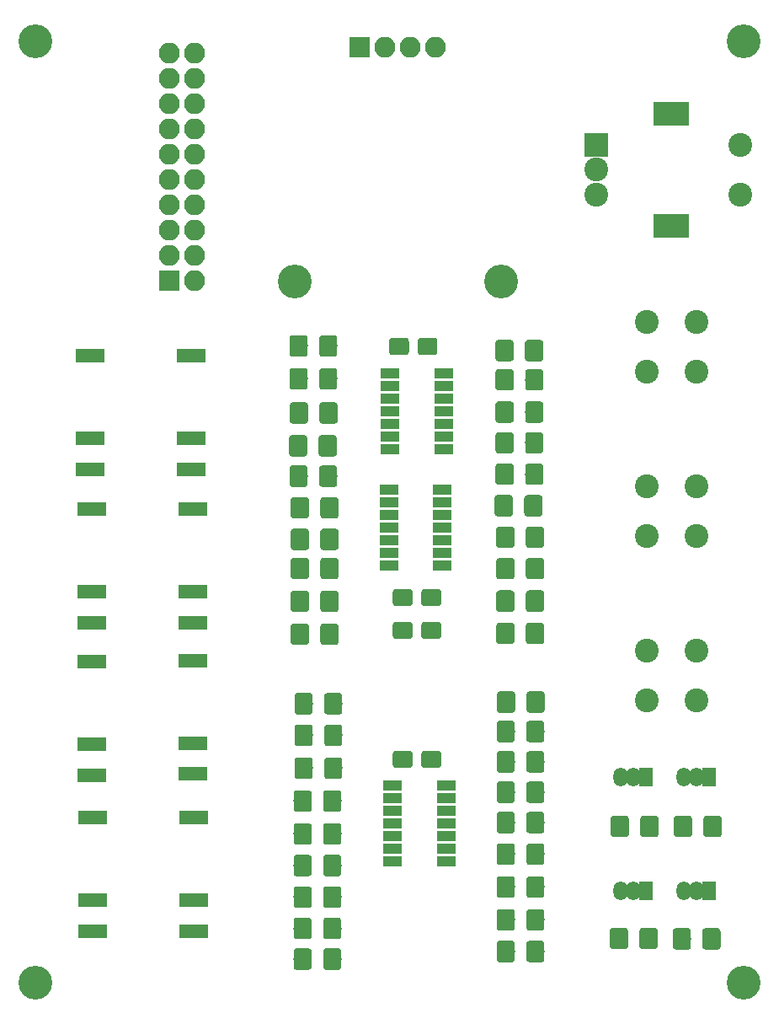
<source format=gbr>
G04 #@! TF.GenerationSoftware,KiCad,Pcbnew,(5.0.0)*
G04 #@! TF.CreationDate,2019-03-16T17:35:48-05:00*
G04 #@! TF.ProjectId,PP_UI,50505F55492E6B696361645F70636200,rev?*
G04 #@! TF.SameCoordinates,Original*
G04 #@! TF.FileFunction,Soldermask,Top*
G04 #@! TF.FilePolarity,Negative*
%FSLAX46Y46*%
G04 Gerber Fmt 4.6, Leading zero omitted, Abs format (unit mm)*
G04 Created by KiCad (PCBNEW (5.0.0)) date 03/16/19 17:35:48*
%MOMM*%
%LPD*%
G01*
G04 APERTURE LIST*
%ADD10C,3.400000*%
%ADD11R,1.900000X1.000000*%
%ADD12C,0.100000*%
%ADD13C,1.825000*%
%ADD14C,1.750000*%
%ADD15R,2.900000X1.400000*%
%ADD16O,1.450000X1.900000*%
%ADD17R,1.450000X1.900000*%
%ADD18C,2.400000*%
%ADD19R,3.600000X2.400000*%
%ADD20R,2.400000X2.400000*%
%ADD21R,2.100000X2.100000*%
%ADD22O,2.100000X2.100000*%
G04 APERTURE END LIST*
D10*
G04 #@! TO.C,REF\002A\002A*
X199170000Y-81020000D03*
G04 #@! TD*
G04 #@! TO.C,REF\002A\002A*
X178470000Y-81020000D03*
G04 #@! TD*
G04 #@! TO.C,REF\002A\002A*
X223570000Y-151450000D03*
G04 #@! TD*
G04 #@! TO.C,REF\002A\002A*
X152370000Y-151450000D03*
G04 #@! TD*
G04 #@! TO.C,REF\002A\002A*
X152370000Y-56850000D03*
G04 #@! TD*
D11*
G04 #@! TO.C,U1*
X193296450Y-101961400D03*
X193296450Y-103231400D03*
X193296450Y-104501400D03*
X193296450Y-105771400D03*
X193296450Y-107041400D03*
X193296450Y-108311400D03*
X193296450Y-109581400D03*
X187896450Y-109581400D03*
X187896450Y-108311400D03*
X187896450Y-107041400D03*
X187896450Y-105771400D03*
X187896450Y-104501400D03*
X187896450Y-103231400D03*
X187896450Y-101961400D03*
G04 #@! TD*
D12*
G04 #@! TO.C,C4*
G36*
X203134357Y-99300442D02*
X203165437Y-99305052D01*
X203195916Y-99312687D01*
X203225500Y-99323272D01*
X203253904Y-99336706D01*
X203280854Y-99352859D01*
X203306092Y-99371577D01*
X203329373Y-99392677D01*
X203350473Y-99415958D01*
X203369191Y-99441196D01*
X203385344Y-99468146D01*
X203398778Y-99496550D01*
X203409363Y-99526134D01*
X203416998Y-99556613D01*
X203421608Y-99587693D01*
X203423150Y-99619076D01*
X203423150Y-101128724D01*
X203421608Y-101160107D01*
X203416998Y-101191187D01*
X203409363Y-101221666D01*
X203398778Y-101251250D01*
X203385344Y-101279654D01*
X203369191Y-101306604D01*
X203350473Y-101331842D01*
X203329373Y-101355123D01*
X203306092Y-101376223D01*
X203280854Y-101394941D01*
X203253904Y-101411094D01*
X203225500Y-101424528D01*
X203195916Y-101435113D01*
X203165437Y-101442748D01*
X203134357Y-101447358D01*
X203102974Y-101448900D01*
X201918326Y-101448900D01*
X201886943Y-101447358D01*
X201855863Y-101442748D01*
X201825384Y-101435113D01*
X201795800Y-101424528D01*
X201767396Y-101411094D01*
X201740446Y-101394941D01*
X201715208Y-101376223D01*
X201691927Y-101355123D01*
X201670827Y-101331842D01*
X201652109Y-101306604D01*
X201635956Y-101279654D01*
X201622522Y-101251250D01*
X201611937Y-101221666D01*
X201604302Y-101191187D01*
X201599692Y-101160107D01*
X201598150Y-101128724D01*
X201598150Y-99619076D01*
X201599692Y-99587693D01*
X201604302Y-99556613D01*
X201611937Y-99526134D01*
X201622522Y-99496550D01*
X201635956Y-99468146D01*
X201652109Y-99441196D01*
X201670827Y-99415958D01*
X201691927Y-99392677D01*
X201715208Y-99371577D01*
X201740446Y-99352859D01*
X201767396Y-99336706D01*
X201795800Y-99323272D01*
X201825384Y-99312687D01*
X201855863Y-99305052D01*
X201886943Y-99300442D01*
X201918326Y-99298900D01*
X203102974Y-99298900D01*
X203134357Y-99300442D01*
X203134357Y-99300442D01*
G37*
D13*
X202510650Y-100373900D03*
D12*
G36*
X200159357Y-99300442D02*
X200190437Y-99305052D01*
X200220916Y-99312687D01*
X200250500Y-99323272D01*
X200278904Y-99336706D01*
X200305854Y-99352859D01*
X200331092Y-99371577D01*
X200354373Y-99392677D01*
X200375473Y-99415958D01*
X200394191Y-99441196D01*
X200410344Y-99468146D01*
X200423778Y-99496550D01*
X200434363Y-99526134D01*
X200441998Y-99556613D01*
X200446608Y-99587693D01*
X200448150Y-99619076D01*
X200448150Y-101128724D01*
X200446608Y-101160107D01*
X200441998Y-101191187D01*
X200434363Y-101221666D01*
X200423778Y-101251250D01*
X200410344Y-101279654D01*
X200394191Y-101306604D01*
X200375473Y-101331842D01*
X200354373Y-101355123D01*
X200331092Y-101376223D01*
X200305854Y-101394941D01*
X200278904Y-101411094D01*
X200250500Y-101424528D01*
X200220916Y-101435113D01*
X200190437Y-101442748D01*
X200159357Y-101447358D01*
X200127974Y-101448900D01*
X198943326Y-101448900D01*
X198911943Y-101447358D01*
X198880863Y-101442748D01*
X198850384Y-101435113D01*
X198820800Y-101424528D01*
X198792396Y-101411094D01*
X198765446Y-101394941D01*
X198740208Y-101376223D01*
X198716927Y-101355123D01*
X198695827Y-101331842D01*
X198677109Y-101306604D01*
X198660956Y-101279654D01*
X198647522Y-101251250D01*
X198636937Y-101221666D01*
X198629302Y-101191187D01*
X198624692Y-101160107D01*
X198623150Y-101128724D01*
X198623150Y-99619076D01*
X198624692Y-99587693D01*
X198629302Y-99556613D01*
X198636937Y-99526134D01*
X198647522Y-99496550D01*
X198660956Y-99468146D01*
X198677109Y-99441196D01*
X198695827Y-99415958D01*
X198716927Y-99392677D01*
X198740208Y-99371577D01*
X198765446Y-99352859D01*
X198792396Y-99336706D01*
X198820800Y-99323272D01*
X198850384Y-99312687D01*
X198880863Y-99305052D01*
X198911943Y-99300442D01*
X198943326Y-99298900D01*
X200127974Y-99298900D01*
X200159357Y-99300442D01*
X200159357Y-99300442D01*
G37*
D13*
X199535650Y-100373900D03*
G04 #@! TD*
D12*
G04 #@! TO.C,C3*
G36*
X203121657Y-86879842D02*
X203152737Y-86884452D01*
X203183216Y-86892087D01*
X203212800Y-86902672D01*
X203241204Y-86916106D01*
X203268154Y-86932259D01*
X203293392Y-86950977D01*
X203316673Y-86972077D01*
X203337773Y-86995358D01*
X203356491Y-87020596D01*
X203372644Y-87047546D01*
X203386078Y-87075950D01*
X203396663Y-87105534D01*
X203404298Y-87136013D01*
X203408908Y-87167093D01*
X203410450Y-87198476D01*
X203410450Y-88708124D01*
X203408908Y-88739507D01*
X203404298Y-88770587D01*
X203396663Y-88801066D01*
X203386078Y-88830650D01*
X203372644Y-88859054D01*
X203356491Y-88886004D01*
X203337773Y-88911242D01*
X203316673Y-88934523D01*
X203293392Y-88955623D01*
X203268154Y-88974341D01*
X203241204Y-88990494D01*
X203212800Y-89003928D01*
X203183216Y-89014513D01*
X203152737Y-89022148D01*
X203121657Y-89026758D01*
X203090274Y-89028300D01*
X201905626Y-89028300D01*
X201874243Y-89026758D01*
X201843163Y-89022148D01*
X201812684Y-89014513D01*
X201783100Y-89003928D01*
X201754696Y-88990494D01*
X201727746Y-88974341D01*
X201702508Y-88955623D01*
X201679227Y-88934523D01*
X201658127Y-88911242D01*
X201639409Y-88886004D01*
X201623256Y-88859054D01*
X201609822Y-88830650D01*
X201599237Y-88801066D01*
X201591602Y-88770587D01*
X201586992Y-88739507D01*
X201585450Y-88708124D01*
X201585450Y-87198476D01*
X201586992Y-87167093D01*
X201591602Y-87136013D01*
X201599237Y-87105534D01*
X201609822Y-87075950D01*
X201623256Y-87047546D01*
X201639409Y-87020596D01*
X201658127Y-86995358D01*
X201679227Y-86972077D01*
X201702508Y-86950977D01*
X201727746Y-86932259D01*
X201754696Y-86916106D01*
X201783100Y-86902672D01*
X201812684Y-86892087D01*
X201843163Y-86884452D01*
X201874243Y-86879842D01*
X201905626Y-86878300D01*
X203090274Y-86878300D01*
X203121657Y-86879842D01*
X203121657Y-86879842D01*
G37*
D13*
X202497950Y-87953300D03*
D12*
G36*
X200146657Y-86879842D02*
X200177737Y-86884452D01*
X200208216Y-86892087D01*
X200237800Y-86902672D01*
X200266204Y-86916106D01*
X200293154Y-86932259D01*
X200318392Y-86950977D01*
X200341673Y-86972077D01*
X200362773Y-86995358D01*
X200381491Y-87020596D01*
X200397644Y-87047546D01*
X200411078Y-87075950D01*
X200421663Y-87105534D01*
X200429298Y-87136013D01*
X200433908Y-87167093D01*
X200435450Y-87198476D01*
X200435450Y-88708124D01*
X200433908Y-88739507D01*
X200429298Y-88770587D01*
X200421663Y-88801066D01*
X200411078Y-88830650D01*
X200397644Y-88859054D01*
X200381491Y-88886004D01*
X200362773Y-88911242D01*
X200341673Y-88934523D01*
X200318392Y-88955623D01*
X200293154Y-88974341D01*
X200266204Y-88990494D01*
X200237800Y-89003928D01*
X200208216Y-89014513D01*
X200177737Y-89022148D01*
X200146657Y-89026758D01*
X200115274Y-89028300D01*
X198930626Y-89028300D01*
X198899243Y-89026758D01*
X198868163Y-89022148D01*
X198837684Y-89014513D01*
X198808100Y-89003928D01*
X198779696Y-88990494D01*
X198752746Y-88974341D01*
X198727508Y-88955623D01*
X198704227Y-88934523D01*
X198683127Y-88911242D01*
X198664409Y-88886004D01*
X198648256Y-88859054D01*
X198634822Y-88830650D01*
X198624237Y-88801066D01*
X198616602Y-88770587D01*
X198611992Y-88739507D01*
X198610450Y-88708124D01*
X198610450Y-87198476D01*
X198611992Y-87167093D01*
X198616602Y-87136013D01*
X198624237Y-87105534D01*
X198634822Y-87075950D01*
X198648256Y-87047546D01*
X198664409Y-87020596D01*
X198683127Y-86995358D01*
X198704227Y-86972077D01*
X198727508Y-86950977D01*
X198752746Y-86932259D01*
X198779696Y-86916106D01*
X198808100Y-86902672D01*
X198837684Y-86892087D01*
X198868163Y-86884452D01*
X198899243Y-86879842D01*
X198930626Y-86878300D01*
X200115274Y-86878300D01*
X200146657Y-86879842D01*
X200146657Y-86879842D01*
G37*
D13*
X199522950Y-87953300D03*
G04 #@! TD*
D12*
G04 #@! TO.C,C1*
G36*
X182420657Y-86409942D02*
X182451737Y-86414552D01*
X182482216Y-86422187D01*
X182511800Y-86432772D01*
X182540204Y-86446206D01*
X182567154Y-86462359D01*
X182592392Y-86481077D01*
X182615673Y-86502177D01*
X182636773Y-86525458D01*
X182655491Y-86550696D01*
X182671644Y-86577646D01*
X182685078Y-86606050D01*
X182695663Y-86635634D01*
X182703298Y-86666113D01*
X182707908Y-86697193D01*
X182709450Y-86728576D01*
X182709450Y-88238224D01*
X182707908Y-88269607D01*
X182703298Y-88300687D01*
X182695663Y-88331166D01*
X182685078Y-88360750D01*
X182671644Y-88389154D01*
X182655491Y-88416104D01*
X182636773Y-88441342D01*
X182615673Y-88464623D01*
X182592392Y-88485723D01*
X182567154Y-88504441D01*
X182540204Y-88520594D01*
X182511800Y-88534028D01*
X182482216Y-88544613D01*
X182451737Y-88552248D01*
X182420657Y-88556858D01*
X182389274Y-88558400D01*
X181204626Y-88558400D01*
X181173243Y-88556858D01*
X181142163Y-88552248D01*
X181111684Y-88544613D01*
X181082100Y-88534028D01*
X181053696Y-88520594D01*
X181026746Y-88504441D01*
X181001508Y-88485723D01*
X180978227Y-88464623D01*
X180957127Y-88441342D01*
X180938409Y-88416104D01*
X180922256Y-88389154D01*
X180908822Y-88360750D01*
X180898237Y-88331166D01*
X180890602Y-88300687D01*
X180885992Y-88269607D01*
X180884450Y-88238224D01*
X180884450Y-86728576D01*
X180885992Y-86697193D01*
X180890602Y-86666113D01*
X180898237Y-86635634D01*
X180908822Y-86606050D01*
X180922256Y-86577646D01*
X180938409Y-86550696D01*
X180957127Y-86525458D01*
X180978227Y-86502177D01*
X181001508Y-86481077D01*
X181026746Y-86462359D01*
X181053696Y-86446206D01*
X181082100Y-86432772D01*
X181111684Y-86422187D01*
X181142163Y-86414552D01*
X181173243Y-86409942D01*
X181204626Y-86408400D01*
X182389274Y-86408400D01*
X182420657Y-86409942D01*
X182420657Y-86409942D01*
G37*
D13*
X181796950Y-87483400D03*
D12*
G36*
X179445657Y-86409942D02*
X179476737Y-86414552D01*
X179507216Y-86422187D01*
X179536800Y-86432772D01*
X179565204Y-86446206D01*
X179592154Y-86462359D01*
X179617392Y-86481077D01*
X179640673Y-86502177D01*
X179661773Y-86525458D01*
X179680491Y-86550696D01*
X179696644Y-86577646D01*
X179710078Y-86606050D01*
X179720663Y-86635634D01*
X179728298Y-86666113D01*
X179732908Y-86697193D01*
X179734450Y-86728576D01*
X179734450Y-88238224D01*
X179732908Y-88269607D01*
X179728298Y-88300687D01*
X179720663Y-88331166D01*
X179710078Y-88360750D01*
X179696644Y-88389154D01*
X179680491Y-88416104D01*
X179661773Y-88441342D01*
X179640673Y-88464623D01*
X179617392Y-88485723D01*
X179592154Y-88504441D01*
X179565204Y-88520594D01*
X179536800Y-88534028D01*
X179507216Y-88544613D01*
X179476737Y-88552248D01*
X179445657Y-88556858D01*
X179414274Y-88558400D01*
X178229626Y-88558400D01*
X178198243Y-88556858D01*
X178167163Y-88552248D01*
X178136684Y-88544613D01*
X178107100Y-88534028D01*
X178078696Y-88520594D01*
X178051746Y-88504441D01*
X178026508Y-88485723D01*
X178003227Y-88464623D01*
X177982127Y-88441342D01*
X177963409Y-88416104D01*
X177947256Y-88389154D01*
X177933822Y-88360750D01*
X177923237Y-88331166D01*
X177915602Y-88300687D01*
X177910992Y-88269607D01*
X177909450Y-88238224D01*
X177909450Y-86728576D01*
X177910992Y-86697193D01*
X177915602Y-86666113D01*
X177923237Y-86635634D01*
X177933822Y-86606050D01*
X177947256Y-86577646D01*
X177963409Y-86550696D01*
X177982127Y-86525458D01*
X178003227Y-86502177D01*
X178026508Y-86481077D01*
X178051746Y-86462359D01*
X178078696Y-86446206D01*
X178107100Y-86432772D01*
X178136684Y-86422187D01*
X178167163Y-86414552D01*
X178198243Y-86409942D01*
X178229626Y-86408400D01*
X179414274Y-86408400D01*
X179445657Y-86409942D01*
X179445657Y-86409942D01*
G37*
D13*
X178821950Y-87483400D03*
G04 #@! TD*
D12*
G04 #@! TO.C,C2*
G36*
X182420657Y-99490942D02*
X182451737Y-99495552D01*
X182482216Y-99503187D01*
X182511800Y-99513772D01*
X182540204Y-99527206D01*
X182567154Y-99543359D01*
X182592392Y-99562077D01*
X182615673Y-99583177D01*
X182636773Y-99606458D01*
X182655491Y-99631696D01*
X182671644Y-99658646D01*
X182685078Y-99687050D01*
X182695663Y-99716634D01*
X182703298Y-99747113D01*
X182707908Y-99778193D01*
X182709450Y-99809576D01*
X182709450Y-101319224D01*
X182707908Y-101350607D01*
X182703298Y-101381687D01*
X182695663Y-101412166D01*
X182685078Y-101441750D01*
X182671644Y-101470154D01*
X182655491Y-101497104D01*
X182636773Y-101522342D01*
X182615673Y-101545623D01*
X182592392Y-101566723D01*
X182567154Y-101585441D01*
X182540204Y-101601594D01*
X182511800Y-101615028D01*
X182482216Y-101625613D01*
X182451737Y-101633248D01*
X182420657Y-101637858D01*
X182389274Y-101639400D01*
X181204626Y-101639400D01*
X181173243Y-101637858D01*
X181142163Y-101633248D01*
X181111684Y-101625613D01*
X181082100Y-101615028D01*
X181053696Y-101601594D01*
X181026746Y-101585441D01*
X181001508Y-101566723D01*
X180978227Y-101545623D01*
X180957127Y-101522342D01*
X180938409Y-101497104D01*
X180922256Y-101470154D01*
X180908822Y-101441750D01*
X180898237Y-101412166D01*
X180890602Y-101381687D01*
X180885992Y-101350607D01*
X180884450Y-101319224D01*
X180884450Y-99809576D01*
X180885992Y-99778193D01*
X180890602Y-99747113D01*
X180898237Y-99716634D01*
X180908822Y-99687050D01*
X180922256Y-99658646D01*
X180938409Y-99631696D01*
X180957127Y-99606458D01*
X180978227Y-99583177D01*
X181001508Y-99562077D01*
X181026746Y-99543359D01*
X181053696Y-99527206D01*
X181082100Y-99513772D01*
X181111684Y-99503187D01*
X181142163Y-99495552D01*
X181173243Y-99490942D01*
X181204626Y-99489400D01*
X182389274Y-99489400D01*
X182420657Y-99490942D01*
X182420657Y-99490942D01*
G37*
D13*
X181796950Y-100564400D03*
D12*
G36*
X179445657Y-99490942D02*
X179476737Y-99495552D01*
X179507216Y-99503187D01*
X179536800Y-99513772D01*
X179565204Y-99527206D01*
X179592154Y-99543359D01*
X179617392Y-99562077D01*
X179640673Y-99583177D01*
X179661773Y-99606458D01*
X179680491Y-99631696D01*
X179696644Y-99658646D01*
X179710078Y-99687050D01*
X179720663Y-99716634D01*
X179728298Y-99747113D01*
X179732908Y-99778193D01*
X179734450Y-99809576D01*
X179734450Y-101319224D01*
X179732908Y-101350607D01*
X179728298Y-101381687D01*
X179720663Y-101412166D01*
X179710078Y-101441750D01*
X179696644Y-101470154D01*
X179680491Y-101497104D01*
X179661773Y-101522342D01*
X179640673Y-101545623D01*
X179617392Y-101566723D01*
X179592154Y-101585441D01*
X179565204Y-101601594D01*
X179536800Y-101615028D01*
X179507216Y-101625613D01*
X179476737Y-101633248D01*
X179445657Y-101637858D01*
X179414274Y-101639400D01*
X178229626Y-101639400D01*
X178198243Y-101637858D01*
X178167163Y-101633248D01*
X178136684Y-101625613D01*
X178107100Y-101615028D01*
X178078696Y-101601594D01*
X178051746Y-101585441D01*
X178026508Y-101566723D01*
X178003227Y-101545623D01*
X177982127Y-101522342D01*
X177963409Y-101497104D01*
X177947256Y-101470154D01*
X177933822Y-101441750D01*
X177923237Y-101412166D01*
X177915602Y-101381687D01*
X177910992Y-101350607D01*
X177909450Y-101319224D01*
X177909450Y-99809576D01*
X177910992Y-99778193D01*
X177915602Y-99747113D01*
X177923237Y-99716634D01*
X177933822Y-99687050D01*
X177947256Y-99658646D01*
X177963409Y-99631696D01*
X177982127Y-99606458D01*
X178003227Y-99583177D01*
X178026508Y-99562077D01*
X178051746Y-99543359D01*
X178078696Y-99527206D01*
X178107100Y-99513772D01*
X178136684Y-99503187D01*
X178167163Y-99495552D01*
X178198243Y-99490942D01*
X178229626Y-99489400D01*
X179414274Y-99489400D01*
X179445657Y-99490942D01*
X179445657Y-99490942D01*
G37*
D13*
X178821950Y-100564400D03*
G04 #@! TD*
D12*
G04 #@! TO.C,C11*
G36*
X189617992Y-86667661D02*
X189649451Y-86672327D01*
X189680300Y-86680054D01*
X189710244Y-86690769D01*
X189738994Y-86704366D01*
X189766272Y-86720716D01*
X189791817Y-86739661D01*
X189815381Y-86761019D01*
X189836739Y-86784583D01*
X189855684Y-86810128D01*
X189872034Y-86837406D01*
X189885631Y-86866156D01*
X189896346Y-86896100D01*
X189904073Y-86926949D01*
X189908739Y-86958408D01*
X189910300Y-86990173D01*
X189910300Y-88092027D01*
X189908739Y-88123792D01*
X189904073Y-88155251D01*
X189896346Y-88186100D01*
X189885631Y-88216044D01*
X189872034Y-88244794D01*
X189855684Y-88272072D01*
X189836739Y-88297617D01*
X189815381Y-88321181D01*
X189791817Y-88342539D01*
X189766272Y-88361484D01*
X189738994Y-88377834D01*
X189710244Y-88391431D01*
X189680300Y-88402146D01*
X189649451Y-88409873D01*
X189617992Y-88414539D01*
X189586227Y-88416100D01*
X188259373Y-88416100D01*
X188227608Y-88414539D01*
X188196149Y-88409873D01*
X188165300Y-88402146D01*
X188135356Y-88391431D01*
X188106606Y-88377834D01*
X188079328Y-88361484D01*
X188053783Y-88342539D01*
X188030219Y-88321181D01*
X188008861Y-88297617D01*
X187989916Y-88272072D01*
X187973566Y-88244794D01*
X187959969Y-88216044D01*
X187949254Y-88186100D01*
X187941527Y-88155251D01*
X187936861Y-88123792D01*
X187935300Y-88092027D01*
X187935300Y-86990173D01*
X187936861Y-86958408D01*
X187941527Y-86926949D01*
X187949254Y-86896100D01*
X187959969Y-86866156D01*
X187973566Y-86837406D01*
X187989916Y-86810128D01*
X188008861Y-86784583D01*
X188030219Y-86761019D01*
X188053783Y-86739661D01*
X188079328Y-86720716D01*
X188106606Y-86704366D01*
X188135356Y-86690769D01*
X188165300Y-86680054D01*
X188196149Y-86672327D01*
X188227608Y-86667661D01*
X188259373Y-86666100D01*
X189586227Y-86666100D01*
X189617992Y-86667661D01*
X189617992Y-86667661D01*
G37*
D14*
X188922800Y-87541100D03*
D12*
G36*
X192492992Y-86667661D02*
X192524451Y-86672327D01*
X192555300Y-86680054D01*
X192585244Y-86690769D01*
X192613994Y-86704366D01*
X192641272Y-86720716D01*
X192666817Y-86739661D01*
X192690381Y-86761019D01*
X192711739Y-86784583D01*
X192730684Y-86810128D01*
X192747034Y-86837406D01*
X192760631Y-86866156D01*
X192771346Y-86896100D01*
X192779073Y-86926949D01*
X192783739Y-86958408D01*
X192785300Y-86990173D01*
X192785300Y-88092027D01*
X192783739Y-88123792D01*
X192779073Y-88155251D01*
X192771346Y-88186100D01*
X192760631Y-88216044D01*
X192747034Y-88244794D01*
X192730684Y-88272072D01*
X192711739Y-88297617D01*
X192690381Y-88321181D01*
X192666817Y-88342539D01*
X192641272Y-88361484D01*
X192613994Y-88377834D01*
X192585244Y-88391431D01*
X192555300Y-88402146D01*
X192524451Y-88409873D01*
X192492992Y-88414539D01*
X192461227Y-88416100D01*
X191134373Y-88416100D01*
X191102608Y-88414539D01*
X191071149Y-88409873D01*
X191040300Y-88402146D01*
X191010356Y-88391431D01*
X190981606Y-88377834D01*
X190954328Y-88361484D01*
X190928783Y-88342539D01*
X190905219Y-88321181D01*
X190883861Y-88297617D01*
X190864916Y-88272072D01*
X190848566Y-88244794D01*
X190834969Y-88216044D01*
X190824254Y-88186100D01*
X190816527Y-88155251D01*
X190811861Y-88123792D01*
X190810300Y-88092027D01*
X190810300Y-86990173D01*
X190811861Y-86958408D01*
X190816527Y-86926949D01*
X190824254Y-86896100D01*
X190834969Y-86866156D01*
X190848566Y-86837406D01*
X190864916Y-86810128D01*
X190883861Y-86784583D01*
X190905219Y-86761019D01*
X190928783Y-86739661D01*
X190954328Y-86720716D01*
X190981606Y-86704366D01*
X191010356Y-86690769D01*
X191040300Y-86680054D01*
X191071149Y-86672327D01*
X191102608Y-86667661D01*
X191134373Y-86666100D01*
X192461227Y-86666100D01*
X192492992Y-86667661D01*
X192492992Y-86667661D01*
G37*
D14*
X191797800Y-87541100D03*
G04 #@! TD*
D12*
G04 #@! TO.C,C12*
G36*
X189981142Y-111882961D02*
X190012601Y-111887627D01*
X190043450Y-111895354D01*
X190073394Y-111906069D01*
X190102144Y-111919666D01*
X190129422Y-111936016D01*
X190154967Y-111954961D01*
X190178531Y-111976319D01*
X190199889Y-111999883D01*
X190218834Y-112025428D01*
X190235184Y-112052706D01*
X190248781Y-112081456D01*
X190259496Y-112111400D01*
X190267223Y-112142249D01*
X190271889Y-112173708D01*
X190273450Y-112205473D01*
X190273450Y-113307327D01*
X190271889Y-113339092D01*
X190267223Y-113370551D01*
X190259496Y-113401400D01*
X190248781Y-113431344D01*
X190235184Y-113460094D01*
X190218834Y-113487372D01*
X190199889Y-113512917D01*
X190178531Y-113536481D01*
X190154967Y-113557839D01*
X190129422Y-113576784D01*
X190102144Y-113593134D01*
X190073394Y-113606731D01*
X190043450Y-113617446D01*
X190012601Y-113625173D01*
X189981142Y-113629839D01*
X189949377Y-113631400D01*
X188622523Y-113631400D01*
X188590758Y-113629839D01*
X188559299Y-113625173D01*
X188528450Y-113617446D01*
X188498506Y-113606731D01*
X188469756Y-113593134D01*
X188442478Y-113576784D01*
X188416933Y-113557839D01*
X188393369Y-113536481D01*
X188372011Y-113512917D01*
X188353066Y-113487372D01*
X188336716Y-113460094D01*
X188323119Y-113431344D01*
X188312404Y-113401400D01*
X188304677Y-113370551D01*
X188300011Y-113339092D01*
X188298450Y-113307327D01*
X188298450Y-112205473D01*
X188300011Y-112173708D01*
X188304677Y-112142249D01*
X188312404Y-112111400D01*
X188323119Y-112081456D01*
X188336716Y-112052706D01*
X188353066Y-112025428D01*
X188372011Y-111999883D01*
X188393369Y-111976319D01*
X188416933Y-111954961D01*
X188442478Y-111936016D01*
X188469756Y-111919666D01*
X188498506Y-111906069D01*
X188528450Y-111895354D01*
X188559299Y-111887627D01*
X188590758Y-111882961D01*
X188622523Y-111881400D01*
X189949377Y-111881400D01*
X189981142Y-111882961D01*
X189981142Y-111882961D01*
G37*
D14*
X189285950Y-112756400D03*
D12*
G36*
X192856142Y-111882961D02*
X192887601Y-111887627D01*
X192918450Y-111895354D01*
X192948394Y-111906069D01*
X192977144Y-111919666D01*
X193004422Y-111936016D01*
X193029967Y-111954961D01*
X193053531Y-111976319D01*
X193074889Y-111999883D01*
X193093834Y-112025428D01*
X193110184Y-112052706D01*
X193123781Y-112081456D01*
X193134496Y-112111400D01*
X193142223Y-112142249D01*
X193146889Y-112173708D01*
X193148450Y-112205473D01*
X193148450Y-113307327D01*
X193146889Y-113339092D01*
X193142223Y-113370551D01*
X193134496Y-113401400D01*
X193123781Y-113431344D01*
X193110184Y-113460094D01*
X193093834Y-113487372D01*
X193074889Y-113512917D01*
X193053531Y-113536481D01*
X193029967Y-113557839D01*
X193004422Y-113576784D01*
X192977144Y-113593134D01*
X192948394Y-113606731D01*
X192918450Y-113617446D01*
X192887601Y-113625173D01*
X192856142Y-113629839D01*
X192824377Y-113631400D01*
X191497523Y-113631400D01*
X191465758Y-113629839D01*
X191434299Y-113625173D01*
X191403450Y-113617446D01*
X191373506Y-113606731D01*
X191344756Y-113593134D01*
X191317478Y-113576784D01*
X191291933Y-113557839D01*
X191268369Y-113536481D01*
X191247011Y-113512917D01*
X191228066Y-113487372D01*
X191211716Y-113460094D01*
X191198119Y-113431344D01*
X191187404Y-113401400D01*
X191179677Y-113370551D01*
X191175011Y-113339092D01*
X191173450Y-113307327D01*
X191173450Y-112205473D01*
X191175011Y-112173708D01*
X191179677Y-112142249D01*
X191187404Y-112111400D01*
X191198119Y-112081456D01*
X191211716Y-112052706D01*
X191228066Y-112025428D01*
X191247011Y-111999883D01*
X191268369Y-111976319D01*
X191291933Y-111954961D01*
X191317478Y-111936016D01*
X191344756Y-111919666D01*
X191373506Y-111906069D01*
X191403450Y-111895354D01*
X191434299Y-111887627D01*
X191465758Y-111882961D01*
X191497523Y-111881400D01*
X192824377Y-111881400D01*
X192856142Y-111882961D01*
X192856142Y-111882961D01*
G37*
D14*
X192160950Y-112756400D03*
G04 #@! TD*
D12*
G04 #@! TO.C,R5*
G36*
X179572657Y-115365942D02*
X179603737Y-115370552D01*
X179634216Y-115378187D01*
X179663800Y-115388772D01*
X179692204Y-115402206D01*
X179719154Y-115418359D01*
X179744392Y-115437077D01*
X179767673Y-115458177D01*
X179788773Y-115481458D01*
X179807491Y-115506696D01*
X179823644Y-115533646D01*
X179837078Y-115562050D01*
X179847663Y-115591634D01*
X179855298Y-115622113D01*
X179859908Y-115653193D01*
X179861450Y-115684576D01*
X179861450Y-117194224D01*
X179859908Y-117225607D01*
X179855298Y-117256687D01*
X179847663Y-117287166D01*
X179837078Y-117316750D01*
X179823644Y-117345154D01*
X179807491Y-117372104D01*
X179788773Y-117397342D01*
X179767673Y-117420623D01*
X179744392Y-117441723D01*
X179719154Y-117460441D01*
X179692204Y-117476594D01*
X179663800Y-117490028D01*
X179634216Y-117500613D01*
X179603737Y-117508248D01*
X179572657Y-117512858D01*
X179541274Y-117514400D01*
X178356626Y-117514400D01*
X178325243Y-117512858D01*
X178294163Y-117508248D01*
X178263684Y-117500613D01*
X178234100Y-117490028D01*
X178205696Y-117476594D01*
X178178746Y-117460441D01*
X178153508Y-117441723D01*
X178130227Y-117420623D01*
X178109127Y-117397342D01*
X178090409Y-117372104D01*
X178074256Y-117345154D01*
X178060822Y-117316750D01*
X178050237Y-117287166D01*
X178042602Y-117256687D01*
X178037992Y-117225607D01*
X178036450Y-117194224D01*
X178036450Y-115684576D01*
X178037992Y-115653193D01*
X178042602Y-115622113D01*
X178050237Y-115591634D01*
X178060822Y-115562050D01*
X178074256Y-115533646D01*
X178090409Y-115506696D01*
X178109127Y-115481458D01*
X178130227Y-115458177D01*
X178153508Y-115437077D01*
X178178746Y-115418359D01*
X178205696Y-115402206D01*
X178234100Y-115388772D01*
X178263684Y-115378187D01*
X178294163Y-115370552D01*
X178325243Y-115365942D01*
X178356626Y-115364400D01*
X179541274Y-115364400D01*
X179572657Y-115365942D01*
X179572657Y-115365942D01*
G37*
D13*
X178948950Y-116439400D03*
D12*
G36*
X182547657Y-115365942D02*
X182578737Y-115370552D01*
X182609216Y-115378187D01*
X182638800Y-115388772D01*
X182667204Y-115402206D01*
X182694154Y-115418359D01*
X182719392Y-115437077D01*
X182742673Y-115458177D01*
X182763773Y-115481458D01*
X182782491Y-115506696D01*
X182798644Y-115533646D01*
X182812078Y-115562050D01*
X182822663Y-115591634D01*
X182830298Y-115622113D01*
X182834908Y-115653193D01*
X182836450Y-115684576D01*
X182836450Y-117194224D01*
X182834908Y-117225607D01*
X182830298Y-117256687D01*
X182822663Y-117287166D01*
X182812078Y-117316750D01*
X182798644Y-117345154D01*
X182782491Y-117372104D01*
X182763773Y-117397342D01*
X182742673Y-117420623D01*
X182719392Y-117441723D01*
X182694154Y-117460441D01*
X182667204Y-117476594D01*
X182638800Y-117490028D01*
X182609216Y-117500613D01*
X182578737Y-117508248D01*
X182547657Y-117512858D01*
X182516274Y-117514400D01*
X181331626Y-117514400D01*
X181300243Y-117512858D01*
X181269163Y-117508248D01*
X181238684Y-117500613D01*
X181209100Y-117490028D01*
X181180696Y-117476594D01*
X181153746Y-117460441D01*
X181128508Y-117441723D01*
X181105227Y-117420623D01*
X181084127Y-117397342D01*
X181065409Y-117372104D01*
X181049256Y-117345154D01*
X181035822Y-117316750D01*
X181025237Y-117287166D01*
X181017602Y-117256687D01*
X181012992Y-117225607D01*
X181011450Y-117194224D01*
X181011450Y-115684576D01*
X181012992Y-115653193D01*
X181017602Y-115622113D01*
X181025237Y-115591634D01*
X181035822Y-115562050D01*
X181049256Y-115533646D01*
X181065409Y-115506696D01*
X181084127Y-115481458D01*
X181105227Y-115458177D01*
X181128508Y-115437077D01*
X181153746Y-115418359D01*
X181180696Y-115402206D01*
X181209100Y-115388772D01*
X181238684Y-115378187D01*
X181269163Y-115370552D01*
X181300243Y-115365942D01*
X181331626Y-115364400D01*
X182516274Y-115364400D01*
X182547657Y-115365942D01*
X182547657Y-115365942D01*
G37*
D13*
X181923950Y-116439400D03*
G04 #@! TD*
D12*
G04 #@! TO.C,R6*
G36*
X182547657Y-108761942D02*
X182578737Y-108766552D01*
X182609216Y-108774187D01*
X182638800Y-108784772D01*
X182667204Y-108798206D01*
X182694154Y-108814359D01*
X182719392Y-108833077D01*
X182742673Y-108854177D01*
X182763773Y-108877458D01*
X182782491Y-108902696D01*
X182798644Y-108929646D01*
X182812078Y-108958050D01*
X182822663Y-108987634D01*
X182830298Y-109018113D01*
X182834908Y-109049193D01*
X182836450Y-109080576D01*
X182836450Y-110590224D01*
X182834908Y-110621607D01*
X182830298Y-110652687D01*
X182822663Y-110683166D01*
X182812078Y-110712750D01*
X182798644Y-110741154D01*
X182782491Y-110768104D01*
X182763773Y-110793342D01*
X182742673Y-110816623D01*
X182719392Y-110837723D01*
X182694154Y-110856441D01*
X182667204Y-110872594D01*
X182638800Y-110886028D01*
X182609216Y-110896613D01*
X182578737Y-110904248D01*
X182547657Y-110908858D01*
X182516274Y-110910400D01*
X181331626Y-110910400D01*
X181300243Y-110908858D01*
X181269163Y-110904248D01*
X181238684Y-110896613D01*
X181209100Y-110886028D01*
X181180696Y-110872594D01*
X181153746Y-110856441D01*
X181128508Y-110837723D01*
X181105227Y-110816623D01*
X181084127Y-110793342D01*
X181065409Y-110768104D01*
X181049256Y-110741154D01*
X181035822Y-110712750D01*
X181025237Y-110683166D01*
X181017602Y-110652687D01*
X181012992Y-110621607D01*
X181011450Y-110590224D01*
X181011450Y-109080576D01*
X181012992Y-109049193D01*
X181017602Y-109018113D01*
X181025237Y-108987634D01*
X181035822Y-108958050D01*
X181049256Y-108929646D01*
X181065409Y-108902696D01*
X181084127Y-108877458D01*
X181105227Y-108854177D01*
X181128508Y-108833077D01*
X181153746Y-108814359D01*
X181180696Y-108798206D01*
X181209100Y-108784772D01*
X181238684Y-108774187D01*
X181269163Y-108766552D01*
X181300243Y-108761942D01*
X181331626Y-108760400D01*
X182516274Y-108760400D01*
X182547657Y-108761942D01*
X182547657Y-108761942D01*
G37*
D13*
X181923950Y-109835400D03*
D12*
G36*
X179572657Y-108761942D02*
X179603737Y-108766552D01*
X179634216Y-108774187D01*
X179663800Y-108784772D01*
X179692204Y-108798206D01*
X179719154Y-108814359D01*
X179744392Y-108833077D01*
X179767673Y-108854177D01*
X179788773Y-108877458D01*
X179807491Y-108902696D01*
X179823644Y-108929646D01*
X179837078Y-108958050D01*
X179847663Y-108987634D01*
X179855298Y-109018113D01*
X179859908Y-109049193D01*
X179861450Y-109080576D01*
X179861450Y-110590224D01*
X179859908Y-110621607D01*
X179855298Y-110652687D01*
X179847663Y-110683166D01*
X179837078Y-110712750D01*
X179823644Y-110741154D01*
X179807491Y-110768104D01*
X179788773Y-110793342D01*
X179767673Y-110816623D01*
X179744392Y-110837723D01*
X179719154Y-110856441D01*
X179692204Y-110872594D01*
X179663800Y-110886028D01*
X179634216Y-110896613D01*
X179603737Y-110904248D01*
X179572657Y-110908858D01*
X179541274Y-110910400D01*
X178356626Y-110910400D01*
X178325243Y-110908858D01*
X178294163Y-110904248D01*
X178263684Y-110896613D01*
X178234100Y-110886028D01*
X178205696Y-110872594D01*
X178178746Y-110856441D01*
X178153508Y-110837723D01*
X178130227Y-110816623D01*
X178109127Y-110793342D01*
X178090409Y-110768104D01*
X178074256Y-110741154D01*
X178060822Y-110712750D01*
X178050237Y-110683166D01*
X178042602Y-110652687D01*
X178037992Y-110621607D01*
X178036450Y-110590224D01*
X178036450Y-109080576D01*
X178037992Y-109049193D01*
X178042602Y-109018113D01*
X178050237Y-108987634D01*
X178060822Y-108958050D01*
X178074256Y-108929646D01*
X178090409Y-108902696D01*
X178109127Y-108877458D01*
X178130227Y-108854177D01*
X178153508Y-108833077D01*
X178178746Y-108814359D01*
X178205696Y-108798206D01*
X178234100Y-108784772D01*
X178263684Y-108774187D01*
X178294163Y-108766552D01*
X178325243Y-108761942D01*
X178356626Y-108760400D01*
X179541274Y-108760400D01*
X179572657Y-108761942D01*
X179572657Y-108761942D01*
G37*
D13*
X178948950Y-109835400D03*
G04 #@! TD*
D12*
G04 #@! TO.C,R2*
G36*
X182375293Y-96442942D02*
X182406373Y-96447552D01*
X182436852Y-96455187D01*
X182466436Y-96465772D01*
X182494840Y-96479206D01*
X182521790Y-96495359D01*
X182547028Y-96514077D01*
X182570309Y-96535177D01*
X182591409Y-96558458D01*
X182610127Y-96583696D01*
X182626280Y-96610646D01*
X182639714Y-96639050D01*
X182650299Y-96668634D01*
X182657934Y-96699113D01*
X182662544Y-96730193D01*
X182664086Y-96761576D01*
X182664086Y-98271224D01*
X182662544Y-98302607D01*
X182657934Y-98333687D01*
X182650299Y-98364166D01*
X182639714Y-98393750D01*
X182626280Y-98422154D01*
X182610127Y-98449104D01*
X182591409Y-98474342D01*
X182570309Y-98497623D01*
X182547028Y-98518723D01*
X182521790Y-98537441D01*
X182494840Y-98553594D01*
X182466436Y-98567028D01*
X182436852Y-98577613D01*
X182406373Y-98585248D01*
X182375293Y-98589858D01*
X182343910Y-98591400D01*
X181159262Y-98591400D01*
X181127879Y-98589858D01*
X181096799Y-98585248D01*
X181066320Y-98577613D01*
X181036736Y-98567028D01*
X181008332Y-98553594D01*
X180981382Y-98537441D01*
X180956144Y-98518723D01*
X180932863Y-98497623D01*
X180911763Y-98474342D01*
X180893045Y-98449104D01*
X180876892Y-98422154D01*
X180863458Y-98393750D01*
X180852873Y-98364166D01*
X180845238Y-98333687D01*
X180840628Y-98302607D01*
X180839086Y-98271224D01*
X180839086Y-96761576D01*
X180840628Y-96730193D01*
X180845238Y-96699113D01*
X180852873Y-96668634D01*
X180863458Y-96639050D01*
X180876892Y-96610646D01*
X180893045Y-96583696D01*
X180911763Y-96558458D01*
X180932863Y-96535177D01*
X180956144Y-96514077D01*
X180981382Y-96495359D01*
X181008332Y-96479206D01*
X181036736Y-96465772D01*
X181066320Y-96455187D01*
X181096799Y-96447552D01*
X181127879Y-96442942D01*
X181159262Y-96441400D01*
X182343910Y-96441400D01*
X182375293Y-96442942D01*
X182375293Y-96442942D01*
G37*
D13*
X181751586Y-97516400D03*
D12*
G36*
X179400293Y-96442942D02*
X179431373Y-96447552D01*
X179461852Y-96455187D01*
X179491436Y-96465772D01*
X179519840Y-96479206D01*
X179546790Y-96495359D01*
X179572028Y-96514077D01*
X179595309Y-96535177D01*
X179616409Y-96558458D01*
X179635127Y-96583696D01*
X179651280Y-96610646D01*
X179664714Y-96639050D01*
X179675299Y-96668634D01*
X179682934Y-96699113D01*
X179687544Y-96730193D01*
X179689086Y-96761576D01*
X179689086Y-98271224D01*
X179687544Y-98302607D01*
X179682934Y-98333687D01*
X179675299Y-98364166D01*
X179664714Y-98393750D01*
X179651280Y-98422154D01*
X179635127Y-98449104D01*
X179616409Y-98474342D01*
X179595309Y-98497623D01*
X179572028Y-98518723D01*
X179546790Y-98537441D01*
X179519840Y-98553594D01*
X179491436Y-98567028D01*
X179461852Y-98577613D01*
X179431373Y-98585248D01*
X179400293Y-98589858D01*
X179368910Y-98591400D01*
X178184262Y-98591400D01*
X178152879Y-98589858D01*
X178121799Y-98585248D01*
X178091320Y-98577613D01*
X178061736Y-98567028D01*
X178033332Y-98553594D01*
X178006382Y-98537441D01*
X177981144Y-98518723D01*
X177957863Y-98497623D01*
X177936763Y-98474342D01*
X177918045Y-98449104D01*
X177901892Y-98422154D01*
X177888458Y-98393750D01*
X177877873Y-98364166D01*
X177870238Y-98333687D01*
X177865628Y-98302607D01*
X177864086Y-98271224D01*
X177864086Y-96761576D01*
X177865628Y-96730193D01*
X177870238Y-96699113D01*
X177877873Y-96668634D01*
X177888458Y-96639050D01*
X177901892Y-96610646D01*
X177918045Y-96583696D01*
X177936763Y-96558458D01*
X177957863Y-96535177D01*
X177981144Y-96514077D01*
X178006382Y-96495359D01*
X178033332Y-96479206D01*
X178061736Y-96465772D01*
X178091320Y-96455187D01*
X178121799Y-96447552D01*
X178152879Y-96442942D01*
X178184262Y-96441400D01*
X179368910Y-96441400D01*
X179400293Y-96442942D01*
X179400293Y-96442942D01*
G37*
D13*
X178776586Y-97516400D03*
G04 #@! TD*
D12*
G04 #@! TO.C,R3*
G36*
X203134357Y-89813542D02*
X203165437Y-89818152D01*
X203195916Y-89825787D01*
X203225500Y-89836372D01*
X203253904Y-89849806D01*
X203280854Y-89865959D01*
X203306092Y-89884677D01*
X203329373Y-89905777D01*
X203350473Y-89929058D01*
X203369191Y-89954296D01*
X203385344Y-89981246D01*
X203398778Y-90009650D01*
X203409363Y-90039234D01*
X203416998Y-90069713D01*
X203421608Y-90100793D01*
X203423150Y-90132176D01*
X203423150Y-91641824D01*
X203421608Y-91673207D01*
X203416998Y-91704287D01*
X203409363Y-91734766D01*
X203398778Y-91764350D01*
X203385344Y-91792754D01*
X203369191Y-91819704D01*
X203350473Y-91844942D01*
X203329373Y-91868223D01*
X203306092Y-91889323D01*
X203280854Y-91908041D01*
X203253904Y-91924194D01*
X203225500Y-91937628D01*
X203195916Y-91948213D01*
X203165437Y-91955848D01*
X203134357Y-91960458D01*
X203102974Y-91962000D01*
X201918326Y-91962000D01*
X201886943Y-91960458D01*
X201855863Y-91955848D01*
X201825384Y-91948213D01*
X201795800Y-91937628D01*
X201767396Y-91924194D01*
X201740446Y-91908041D01*
X201715208Y-91889323D01*
X201691927Y-91868223D01*
X201670827Y-91844942D01*
X201652109Y-91819704D01*
X201635956Y-91792754D01*
X201622522Y-91764350D01*
X201611937Y-91734766D01*
X201604302Y-91704287D01*
X201599692Y-91673207D01*
X201598150Y-91641824D01*
X201598150Y-90132176D01*
X201599692Y-90100793D01*
X201604302Y-90069713D01*
X201611937Y-90039234D01*
X201622522Y-90009650D01*
X201635956Y-89981246D01*
X201652109Y-89954296D01*
X201670827Y-89929058D01*
X201691927Y-89905777D01*
X201715208Y-89884677D01*
X201740446Y-89865959D01*
X201767396Y-89849806D01*
X201795800Y-89836372D01*
X201825384Y-89825787D01*
X201855863Y-89818152D01*
X201886943Y-89813542D01*
X201918326Y-89812000D01*
X203102974Y-89812000D01*
X203134357Y-89813542D01*
X203134357Y-89813542D01*
G37*
D13*
X202510650Y-90887000D03*
D12*
G36*
X200159357Y-89813542D02*
X200190437Y-89818152D01*
X200220916Y-89825787D01*
X200250500Y-89836372D01*
X200278904Y-89849806D01*
X200305854Y-89865959D01*
X200331092Y-89884677D01*
X200354373Y-89905777D01*
X200375473Y-89929058D01*
X200394191Y-89954296D01*
X200410344Y-89981246D01*
X200423778Y-90009650D01*
X200434363Y-90039234D01*
X200441998Y-90069713D01*
X200446608Y-90100793D01*
X200448150Y-90132176D01*
X200448150Y-91641824D01*
X200446608Y-91673207D01*
X200441998Y-91704287D01*
X200434363Y-91734766D01*
X200423778Y-91764350D01*
X200410344Y-91792754D01*
X200394191Y-91819704D01*
X200375473Y-91844942D01*
X200354373Y-91868223D01*
X200331092Y-91889323D01*
X200305854Y-91908041D01*
X200278904Y-91924194D01*
X200250500Y-91937628D01*
X200220916Y-91948213D01*
X200190437Y-91955848D01*
X200159357Y-91960458D01*
X200127974Y-91962000D01*
X198943326Y-91962000D01*
X198911943Y-91960458D01*
X198880863Y-91955848D01*
X198850384Y-91948213D01*
X198820800Y-91937628D01*
X198792396Y-91924194D01*
X198765446Y-91908041D01*
X198740208Y-91889323D01*
X198716927Y-91868223D01*
X198695827Y-91844942D01*
X198677109Y-91819704D01*
X198660956Y-91792754D01*
X198647522Y-91764350D01*
X198636937Y-91734766D01*
X198629302Y-91704287D01*
X198624692Y-91673207D01*
X198623150Y-91641824D01*
X198623150Y-90132176D01*
X198624692Y-90100793D01*
X198629302Y-90069713D01*
X198636937Y-90039234D01*
X198647522Y-90009650D01*
X198660956Y-89981246D01*
X198677109Y-89954296D01*
X198695827Y-89929058D01*
X198716927Y-89905777D01*
X198740208Y-89884677D01*
X198765446Y-89865959D01*
X198792396Y-89849806D01*
X198820800Y-89836372D01*
X198850384Y-89825787D01*
X198880863Y-89818152D01*
X198911943Y-89813542D01*
X198943326Y-89812000D01*
X200127974Y-89812000D01*
X200159357Y-89813542D01*
X200159357Y-89813542D01*
G37*
D13*
X199535650Y-90887000D03*
G04 #@! TD*
D12*
G04 #@! TO.C,R4*
G36*
X203134357Y-96138142D02*
X203165437Y-96142752D01*
X203195916Y-96150387D01*
X203225500Y-96160972D01*
X203253904Y-96174406D01*
X203280854Y-96190559D01*
X203306092Y-96209277D01*
X203329373Y-96230377D01*
X203350473Y-96253658D01*
X203369191Y-96278896D01*
X203385344Y-96305846D01*
X203398778Y-96334250D01*
X203409363Y-96363834D01*
X203416998Y-96394313D01*
X203421608Y-96425393D01*
X203423150Y-96456776D01*
X203423150Y-97966424D01*
X203421608Y-97997807D01*
X203416998Y-98028887D01*
X203409363Y-98059366D01*
X203398778Y-98088950D01*
X203385344Y-98117354D01*
X203369191Y-98144304D01*
X203350473Y-98169542D01*
X203329373Y-98192823D01*
X203306092Y-98213923D01*
X203280854Y-98232641D01*
X203253904Y-98248794D01*
X203225500Y-98262228D01*
X203195916Y-98272813D01*
X203165437Y-98280448D01*
X203134357Y-98285058D01*
X203102974Y-98286600D01*
X201918326Y-98286600D01*
X201886943Y-98285058D01*
X201855863Y-98280448D01*
X201825384Y-98272813D01*
X201795800Y-98262228D01*
X201767396Y-98248794D01*
X201740446Y-98232641D01*
X201715208Y-98213923D01*
X201691927Y-98192823D01*
X201670827Y-98169542D01*
X201652109Y-98144304D01*
X201635956Y-98117354D01*
X201622522Y-98088950D01*
X201611937Y-98059366D01*
X201604302Y-98028887D01*
X201599692Y-97997807D01*
X201598150Y-97966424D01*
X201598150Y-96456776D01*
X201599692Y-96425393D01*
X201604302Y-96394313D01*
X201611937Y-96363834D01*
X201622522Y-96334250D01*
X201635956Y-96305846D01*
X201652109Y-96278896D01*
X201670827Y-96253658D01*
X201691927Y-96230377D01*
X201715208Y-96209277D01*
X201740446Y-96190559D01*
X201767396Y-96174406D01*
X201795800Y-96160972D01*
X201825384Y-96150387D01*
X201855863Y-96142752D01*
X201886943Y-96138142D01*
X201918326Y-96136600D01*
X203102974Y-96136600D01*
X203134357Y-96138142D01*
X203134357Y-96138142D01*
G37*
D13*
X202510650Y-97211600D03*
D12*
G36*
X200159357Y-96138142D02*
X200190437Y-96142752D01*
X200220916Y-96150387D01*
X200250500Y-96160972D01*
X200278904Y-96174406D01*
X200305854Y-96190559D01*
X200331092Y-96209277D01*
X200354373Y-96230377D01*
X200375473Y-96253658D01*
X200394191Y-96278896D01*
X200410344Y-96305846D01*
X200423778Y-96334250D01*
X200434363Y-96363834D01*
X200441998Y-96394313D01*
X200446608Y-96425393D01*
X200448150Y-96456776D01*
X200448150Y-97966424D01*
X200446608Y-97997807D01*
X200441998Y-98028887D01*
X200434363Y-98059366D01*
X200423778Y-98088950D01*
X200410344Y-98117354D01*
X200394191Y-98144304D01*
X200375473Y-98169542D01*
X200354373Y-98192823D01*
X200331092Y-98213923D01*
X200305854Y-98232641D01*
X200278904Y-98248794D01*
X200250500Y-98262228D01*
X200220916Y-98272813D01*
X200190437Y-98280448D01*
X200159357Y-98285058D01*
X200127974Y-98286600D01*
X198943326Y-98286600D01*
X198911943Y-98285058D01*
X198880863Y-98280448D01*
X198850384Y-98272813D01*
X198820800Y-98262228D01*
X198792396Y-98248794D01*
X198765446Y-98232641D01*
X198740208Y-98213923D01*
X198716927Y-98192823D01*
X198695827Y-98169542D01*
X198677109Y-98144304D01*
X198660956Y-98117354D01*
X198647522Y-98088950D01*
X198636937Y-98059366D01*
X198629302Y-98028887D01*
X198624692Y-97997807D01*
X198623150Y-97966424D01*
X198623150Y-96456776D01*
X198624692Y-96425393D01*
X198629302Y-96394313D01*
X198636937Y-96363834D01*
X198647522Y-96334250D01*
X198660956Y-96305846D01*
X198677109Y-96278896D01*
X198695827Y-96253658D01*
X198716927Y-96230377D01*
X198740208Y-96209277D01*
X198765446Y-96190559D01*
X198792396Y-96174406D01*
X198820800Y-96160972D01*
X198850384Y-96150387D01*
X198880863Y-96142752D01*
X198911943Y-96138142D01*
X198943326Y-96136600D01*
X200127974Y-96136600D01*
X200159357Y-96138142D01*
X200159357Y-96138142D01*
G37*
D13*
X199535650Y-97211600D03*
G04 #@! TD*
D12*
G04 #@! TO.C,R1*
G36*
X179445657Y-89711942D02*
X179476737Y-89716552D01*
X179507216Y-89724187D01*
X179536800Y-89734772D01*
X179565204Y-89748206D01*
X179592154Y-89764359D01*
X179617392Y-89783077D01*
X179640673Y-89804177D01*
X179661773Y-89827458D01*
X179680491Y-89852696D01*
X179696644Y-89879646D01*
X179710078Y-89908050D01*
X179720663Y-89937634D01*
X179728298Y-89968113D01*
X179732908Y-89999193D01*
X179734450Y-90030576D01*
X179734450Y-91540224D01*
X179732908Y-91571607D01*
X179728298Y-91602687D01*
X179720663Y-91633166D01*
X179710078Y-91662750D01*
X179696644Y-91691154D01*
X179680491Y-91718104D01*
X179661773Y-91743342D01*
X179640673Y-91766623D01*
X179617392Y-91787723D01*
X179592154Y-91806441D01*
X179565204Y-91822594D01*
X179536800Y-91836028D01*
X179507216Y-91846613D01*
X179476737Y-91854248D01*
X179445657Y-91858858D01*
X179414274Y-91860400D01*
X178229626Y-91860400D01*
X178198243Y-91858858D01*
X178167163Y-91854248D01*
X178136684Y-91846613D01*
X178107100Y-91836028D01*
X178078696Y-91822594D01*
X178051746Y-91806441D01*
X178026508Y-91787723D01*
X178003227Y-91766623D01*
X177982127Y-91743342D01*
X177963409Y-91718104D01*
X177947256Y-91691154D01*
X177933822Y-91662750D01*
X177923237Y-91633166D01*
X177915602Y-91602687D01*
X177910992Y-91571607D01*
X177909450Y-91540224D01*
X177909450Y-90030576D01*
X177910992Y-89999193D01*
X177915602Y-89968113D01*
X177923237Y-89937634D01*
X177933822Y-89908050D01*
X177947256Y-89879646D01*
X177963409Y-89852696D01*
X177982127Y-89827458D01*
X178003227Y-89804177D01*
X178026508Y-89783077D01*
X178051746Y-89764359D01*
X178078696Y-89748206D01*
X178107100Y-89734772D01*
X178136684Y-89724187D01*
X178167163Y-89716552D01*
X178198243Y-89711942D01*
X178229626Y-89710400D01*
X179414274Y-89710400D01*
X179445657Y-89711942D01*
X179445657Y-89711942D01*
G37*
D13*
X178821950Y-90785400D03*
D12*
G36*
X182420657Y-89711942D02*
X182451737Y-89716552D01*
X182482216Y-89724187D01*
X182511800Y-89734772D01*
X182540204Y-89748206D01*
X182567154Y-89764359D01*
X182592392Y-89783077D01*
X182615673Y-89804177D01*
X182636773Y-89827458D01*
X182655491Y-89852696D01*
X182671644Y-89879646D01*
X182685078Y-89908050D01*
X182695663Y-89937634D01*
X182703298Y-89968113D01*
X182707908Y-89999193D01*
X182709450Y-90030576D01*
X182709450Y-91540224D01*
X182707908Y-91571607D01*
X182703298Y-91602687D01*
X182695663Y-91633166D01*
X182685078Y-91662750D01*
X182671644Y-91691154D01*
X182655491Y-91718104D01*
X182636773Y-91743342D01*
X182615673Y-91766623D01*
X182592392Y-91787723D01*
X182567154Y-91806441D01*
X182540204Y-91822594D01*
X182511800Y-91836028D01*
X182482216Y-91846613D01*
X182451737Y-91854248D01*
X182420657Y-91858858D01*
X182389274Y-91860400D01*
X181204626Y-91860400D01*
X181173243Y-91858858D01*
X181142163Y-91854248D01*
X181111684Y-91846613D01*
X181082100Y-91836028D01*
X181053696Y-91822594D01*
X181026746Y-91806441D01*
X181001508Y-91787723D01*
X180978227Y-91766623D01*
X180957127Y-91743342D01*
X180938409Y-91718104D01*
X180922256Y-91691154D01*
X180908822Y-91662750D01*
X180898237Y-91633166D01*
X180890602Y-91602687D01*
X180885992Y-91571607D01*
X180884450Y-91540224D01*
X180884450Y-90030576D01*
X180885992Y-89999193D01*
X180890602Y-89968113D01*
X180898237Y-89937634D01*
X180908822Y-89908050D01*
X180922256Y-89879646D01*
X180938409Y-89852696D01*
X180957127Y-89827458D01*
X180978227Y-89804177D01*
X181001508Y-89783077D01*
X181026746Y-89764359D01*
X181053696Y-89748206D01*
X181082100Y-89734772D01*
X181111684Y-89724187D01*
X181142163Y-89716552D01*
X181173243Y-89711942D01*
X181204626Y-89710400D01*
X182389274Y-89710400D01*
X182420657Y-89711942D01*
X182420657Y-89711942D01*
G37*
D13*
X181796950Y-90785400D03*
G04 #@! TD*
D12*
G04 #@! TO.C,R13*
G36*
X182457157Y-93140942D02*
X182488237Y-93145552D01*
X182518716Y-93153187D01*
X182548300Y-93163772D01*
X182576704Y-93177206D01*
X182603654Y-93193359D01*
X182628892Y-93212077D01*
X182652173Y-93233177D01*
X182673273Y-93256458D01*
X182691991Y-93281696D01*
X182708144Y-93308646D01*
X182721578Y-93337050D01*
X182732163Y-93366634D01*
X182739798Y-93397113D01*
X182744408Y-93428193D01*
X182745950Y-93459576D01*
X182745950Y-94969224D01*
X182744408Y-95000607D01*
X182739798Y-95031687D01*
X182732163Y-95062166D01*
X182721578Y-95091750D01*
X182708144Y-95120154D01*
X182691991Y-95147104D01*
X182673273Y-95172342D01*
X182652173Y-95195623D01*
X182628892Y-95216723D01*
X182603654Y-95235441D01*
X182576704Y-95251594D01*
X182548300Y-95265028D01*
X182518716Y-95275613D01*
X182488237Y-95283248D01*
X182457157Y-95287858D01*
X182425774Y-95289400D01*
X181241126Y-95289400D01*
X181209743Y-95287858D01*
X181178663Y-95283248D01*
X181148184Y-95275613D01*
X181118600Y-95265028D01*
X181090196Y-95251594D01*
X181063246Y-95235441D01*
X181038008Y-95216723D01*
X181014727Y-95195623D01*
X180993627Y-95172342D01*
X180974909Y-95147104D01*
X180958756Y-95120154D01*
X180945322Y-95091750D01*
X180934737Y-95062166D01*
X180927102Y-95031687D01*
X180922492Y-95000607D01*
X180920950Y-94969224D01*
X180920950Y-93459576D01*
X180922492Y-93428193D01*
X180927102Y-93397113D01*
X180934737Y-93366634D01*
X180945322Y-93337050D01*
X180958756Y-93308646D01*
X180974909Y-93281696D01*
X180993627Y-93256458D01*
X181014727Y-93233177D01*
X181038008Y-93212077D01*
X181063246Y-93193359D01*
X181090196Y-93177206D01*
X181118600Y-93163772D01*
X181148184Y-93153187D01*
X181178663Y-93145552D01*
X181209743Y-93140942D01*
X181241126Y-93139400D01*
X182425774Y-93139400D01*
X182457157Y-93140942D01*
X182457157Y-93140942D01*
G37*
D13*
X181833450Y-94214400D03*
D12*
G36*
X179482157Y-93140942D02*
X179513237Y-93145552D01*
X179543716Y-93153187D01*
X179573300Y-93163772D01*
X179601704Y-93177206D01*
X179628654Y-93193359D01*
X179653892Y-93212077D01*
X179677173Y-93233177D01*
X179698273Y-93256458D01*
X179716991Y-93281696D01*
X179733144Y-93308646D01*
X179746578Y-93337050D01*
X179757163Y-93366634D01*
X179764798Y-93397113D01*
X179769408Y-93428193D01*
X179770950Y-93459576D01*
X179770950Y-94969224D01*
X179769408Y-95000607D01*
X179764798Y-95031687D01*
X179757163Y-95062166D01*
X179746578Y-95091750D01*
X179733144Y-95120154D01*
X179716991Y-95147104D01*
X179698273Y-95172342D01*
X179677173Y-95195623D01*
X179653892Y-95216723D01*
X179628654Y-95235441D01*
X179601704Y-95251594D01*
X179573300Y-95265028D01*
X179543716Y-95275613D01*
X179513237Y-95283248D01*
X179482157Y-95287858D01*
X179450774Y-95289400D01*
X178266126Y-95289400D01*
X178234743Y-95287858D01*
X178203663Y-95283248D01*
X178173184Y-95275613D01*
X178143600Y-95265028D01*
X178115196Y-95251594D01*
X178088246Y-95235441D01*
X178063008Y-95216723D01*
X178039727Y-95195623D01*
X178018627Y-95172342D01*
X177999909Y-95147104D01*
X177983756Y-95120154D01*
X177970322Y-95091750D01*
X177959737Y-95062166D01*
X177952102Y-95031687D01*
X177947492Y-95000607D01*
X177945950Y-94969224D01*
X177945950Y-93459576D01*
X177947492Y-93428193D01*
X177952102Y-93397113D01*
X177959737Y-93366634D01*
X177970322Y-93337050D01*
X177983756Y-93308646D01*
X177999909Y-93281696D01*
X178018627Y-93256458D01*
X178039727Y-93233177D01*
X178063008Y-93212077D01*
X178088246Y-93193359D01*
X178115196Y-93177206D01*
X178143600Y-93163772D01*
X178173184Y-93153187D01*
X178203663Y-93145552D01*
X178234743Y-93140942D01*
X178266126Y-93139400D01*
X179450774Y-93139400D01*
X179482157Y-93140942D01*
X179482157Y-93140942D01*
G37*
D13*
X178858450Y-94214400D03*
G04 #@! TD*
D12*
G04 #@! TO.C,R16*
G36*
X203045457Y-102462742D02*
X203076537Y-102467352D01*
X203107016Y-102474987D01*
X203136600Y-102485572D01*
X203165004Y-102499006D01*
X203191954Y-102515159D01*
X203217192Y-102533877D01*
X203240473Y-102554977D01*
X203261573Y-102578258D01*
X203280291Y-102603496D01*
X203296444Y-102630446D01*
X203309878Y-102658850D01*
X203320463Y-102688434D01*
X203328098Y-102718913D01*
X203332708Y-102749993D01*
X203334250Y-102781376D01*
X203334250Y-104291024D01*
X203332708Y-104322407D01*
X203328098Y-104353487D01*
X203320463Y-104383966D01*
X203309878Y-104413550D01*
X203296444Y-104441954D01*
X203280291Y-104468904D01*
X203261573Y-104494142D01*
X203240473Y-104517423D01*
X203217192Y-104538523D01*
X203191954Y-104557241D01*
X203165004Y-104573394D01*
X203136600Y-104586828D01*
X203107016Y-104597413D01*
X203076537Y-104605048D01*
X203045457Y-104609658D01*
X203014074Y-104611200D01*
X201829426Y-104611200D01*
X201798043Y-104609658D01*
X201766963Y-104605048D01*
X201736484Y-104597413D01*
X201706900Y-104586828D01*
X201678496Y-104573394D01*
X201651546Y-104557241D01*
X201626308Y-104538523D01*
X201603027Y-104517423D01*
X201581927Y-104494142D01*
X201563209Y-104468904D01*
X201547056Y-104441954D01*
X201533622Y-104413550D01*
X201523037Y-104383966D01*
X201515402Y-104353487D01*
X201510792Y-104322407D01*
X201509250Y-104291024D01*
X201509250Y-102781376D01*
X201510792Y-102749993D01*
X201515402Y-102718913D01*
X201523037Y-102688434D01*
X201533622Y-102658850D01*
X201547056Y-102630446D01*
X201563209Y-102603496D01*
X201581927Y-102578258D01*
X201603027Y-102554977D01*
X201626308Y-102533877D01*
X201651546Y-102515159D01*
X201678496Y-102499006D01*
X201706900Y-102485572D01*
X201736484Y-102474987D01*
X201766963Y-102467352D01*
X201798043Y-102462742D01*
X201829426Y-102461200D01*
X203014074Y-102461200D01*
X203045457Y-102462742D01*
X203045457Y-102462742D01*
G37*
D13*
X202421750Y-103536200D03*
D12*
G36*
X200070457Y-102462742D02*
X200101537Y-102467352D01*
X200132016Y-102474987D01*
X200161600Y-102485572D01*
X200190004Y-102499006D01*
X200216954Y-102515159D01*
X200242192Y-102533877D01*
X200265473Y-102554977D01*
X200286573Y-102578258D01*
X200305291Y-102603496D01*
X200321444Y-102630446D01*
X200334878Y-102658850D01*
X200345463Y-102688434D01*
X200353098Y-102718913D01*
X200357708Y-102749993D01*
X200359250Y-102781376D01*
X200359250Y-104291024D01*
X200357708Y-104322407D01*
X200353098Y-104353487D01*
X200345463Y-104383966D01*
X200334878Y-104413550D01*
X200321444Y-104441954D01*
X200305291Y-104468904D01*
X200286573Y-104494142D01*
X200265473Y-104517423D01*
X200242192Y-104538523D01*
X200216954Y-104557241D01*
X200190004Y-104573394D01*
X200161600Y-104586828D01*
X200132016Y-104597413D01*
X200101537Y-104605048D01*
X200070457Y-104609658D01*
X200039074Y-104611200D01*
X198854426Y-104611200D01*
X198823043Y-104609658D01*
X198791963Y-104605048D01*
X198761484Y-104597413D01*
X198731900Y-104586828D01*
X198703496Y-104573394D01*
X198676546Y-104557241D01*
X198651308Y-104538523D01*
X198628027Y-104517423D01*
X198606927Y-104494142D01*
X198588209Y-104468904D01*
X198572056Y-104441954D01*
X198558622Y-104413550D01*
X198548037Y-104383966D01*
X198540402Y-104353487D01*
X198535792Y-104322407D01*
X198534250Y-104291024D01*
X198534250Y-102781376D01*
X198535792Y-102749993D01*
X198540402Y-102718913D01*
X198548037Y-102688434D01*
X198558622Y-102658850D01*
X198572056Y-102630446D01*
X198588209Y-102603496D01*
X198606927Y-102578258D01*
X198628027Y-102554977D01*
X198651308Y-102533877D01*
X198676546Y-102515159D01*
X198703496Y-102499006D01*
X198731900Y-102485572D01*
X198761484Y-102474987D01*
X198791963Y-102467352D01*
X198823043Y-102462742D01*
X198854426Y-102461200D01*
X200039074Y-102461200D01*
X200070457Y-102462742D01*
X200070457Y-102462742D01*
G37*
D13*
X199446750Y-103536200D03*
G04 #@! TD*
D12*
G04 #@! TO.C,R11*
G36*
X203210557Y-112038542D02*
X203241637Y-112043152D01*
X203272116Y-112050787D01*
X203301700Y-112061372D01*
X203330104Y-112074806D01*
X203357054Y-112090959D01*
X203382292Y-112109677D01*
X203405573Y-112130777D01*
X203426673Y-112154058D01*
X203445391Y-112179296D01*
X203461544Y-112206246D01*
X203474978Y-112234650D01*
X203485563Y-112264234D01*
X203493198Y-112294713D01*
X203497808Y-112325793D01*
X203499350Y-112357176D01*
X203499350Y-113866824D01*
X203497808Y-113898207D01*
X203493198Y-113929287D01*
X203485563Y-113959766D01*
X203474978Y-113989350D01*
X203461544Y-114017754D01*
X203445391Y-114044704D01*
X203426673Y-114069942D01*
X203405573Y-114093223D01*
X203382292Y-114114323D01*
X203357054Y-114133041D01*
X203330104Y-114149194D01*
X203301700Y-114162628D01*
X203272116Y-114173213D01*
X203241637Y-114180848D01*
X203210557Y-114185458D01*
X203179174Y-114187000D01*
X201994526Y-114187000D01*
X201963143Y-114185458D01*
X201932063Y-114180848D01*
X201901584Y-114173213D01*
X201872000Y-114162628D01*
X201843596Y-114149194D01*
X201816646Y-114133041D01*
X201791408Y-114114323D01*
X201768127Y-114093223D01*
X201747027Y-114069942D01*
X201728309Y-114044704D01*
X201712156Y-114017754D01*
X201698722Y-113989350D01*
X201688137Y-113959766D01*
X201680502Y-113929287D01*
X201675892Y-113898207D01*
X201674350Y-113866824D01*
X201674350Y-112357176D01*
X201675892Y-112325793D01*
X201680502Y-112294713D01*
X201688137Y-112264234D01*
X201698722Y-112234650D01*
X201712156Y-112206246D01*
X201728309Y-112179296D01*
X201747027Y-112154058D01*
X201768127Y-112130777D01*
X201791408Y-112109677D01*
X201816646Y-112090959D01*
X201843596Y-112074806D01*
X201872000Y-112061372D01*
X201901584Y-112050787D01*
X201932063Y-112043152D01*
X201963143Y-112038542D01*
X201994526Y-112037000D01*
X203179174Y-112037000D01*
X203210557Y-112038542D01*
X203210557Y-112038542D01*
G37*
D13*
X202586850Y-113112000D03*
D12*
G36*
X200235557Y-112038542D02*
X200266637Y-112043152D01*
X200297116Y-112050787D01*
X200326700Y-112061372D01*
X200355104Y-112074806D01*
X200382054Y-112090959D01*
X200407292Y-112109677D01*
X200430573Y-112130777D01*
X200451673Y-112154058D01*
X200470391Y-112179296D01*
X200486544Y-112206246D01*
X200499978Y-112234650D01*
X200510563Y-112264234D01*
X200518198Y-112294713D01*
X200522808Y-112325793D01*
X200524350Y-112357176D01*
X200524350Y-113866824D01*
X200522808Y-113898207D01*
X200518198Y-113929287D01*
X200510563Y-113959766D01*
X200499978Y-113989350D01*
X200486544Y-114017754D01*
X200470391Y-114044704D01*
X200451673Y-114069942D01*
X200430573Y-114093223D01*
X200407292Y-114114323D01*
X200382054Y-114133041D01*
X200355104Y-114149194D01*
X200326700Y-114162628D01*
X200297116Y-114173213D01*
X200266637Y-114180848D01*
X200235557Y-114185458D01*
X200204174Y-114187000D01*
X199019526Y-114187000D01*
X198988143Y-114185458D01*
X198957063Y-114180848D01*
X198926584Y-114173213D01*
X198897000Y-114162628D01*
X198868596Y-114149194D01*
X198841646Y-114133041D01*
X198816408Y-114114323D01*
X198793127Y-114093223D01*
X198772027Y-114069942D01*
X198753309Y-114044704D01*
X198737156Y-114017754D01*
X198723722Y-113989350D01*
X198713137Y-113959766D01*
X198705502Y-113929287D01*
X198700892Y-113898207D01*
X198699350Y-113866824D01*
X198699350Y-112357176D01*
X198700892Y-112325793D01*
X198705502Y-112294713D01*
X198713137Y-112264234D01*
X198723722Y-112234650D01*
X198737156Y-112206246D01*
X198753309Y-112179296D01*
X198772027Y-112154058D01*
X198793127Y-112130777D01*
X198816408Y-112109677D01*
X198841646Y-112090959D01*
X198868596Y-112074806D01*
X198897000Y-112061372D01*
X198926584Y-112050787D01*
X198957063Y-112043152D01*
X198988143Y-112038542D01*
X199019526Y-112037000D01*
X200204174Y-112037000D01*
X200235557Y-112038542D01*
X200235557Y-112038542D01*
G37*
D13*
X199611850Y-113112000D03*
G04 #@! TD*
D12*
G04 #@! TO.C,R12*
G36*
X203210557Y-105625042D02*
X203241637Y-105629652D01*
X203272116Y-105637287D01*
X203301700Y-105647872D01*
X203330104Y-105661306D01*
X203357054Y-105677459D01*
X203382292Y-105696177D01*
X203405573Y-105717277D01*
X203426673Y-105740558D01*
X203445391Y-105765796D01*
X203461544Y-105792746D01*
X203474978Y-105821150D01*
X203485563Y-105850734D01*
X203493198Y-105881213D01*
X203497808Y-105912293D01*
X203499350Y-105943676D01*
X203499350Y-107453324D01*
X203497808Y-107484707D01*
X203493198Y-107515787D01*
X203485563Y-107546266D01*
X203474978Y-107575850D01*
X203461544Y-107604254D01*
X203445391Y-107631204D01*
X203426673Y-107656442D01*
X203405573Y-107679723D01*
X203382292Y-107700823D01*
X203357054Y-107719541D01*
X203330104Y-107735694D01*
X203301700Y-107749128D01*
X203272116Y-107759713D01*
X203241637Y-107767348D01*
X203210557Y-107771958D01*
X203179174Y-107773500D01*
X201994526Y-107773500D01*
X201963143Y-107771958D01*
X201932063Y-107767348D01*
X201901584Y-107759713D01*
X201872000Y-107749128D01*
X201843596Y-107735694D01*
X201816646Y-107719541D01*
X201791408Y-107700823D01*
X201768127Y-107679723D01*
X201747027Y-107656442D01*
X201728309Y-107631204D01*
X201712156Y-107604254D01*
X201698722Y-107575850D01*
X201688137Y-107546266D01*
X201680502Y-107515787D01*
X201675892Y-107484707D01*
X201674350Y-107453324D01*
X201674350Y-105943676D01*
X201675892Y-105912293D01*
X201680502Y-105881213D01*
X201688137Y-105850734D01*
X201698722Y-105821150D01*
X201712156Y-105792746D01*
X201728309Y-105765796D01*
X201747027Y-105740558D01*
X201768127Y-105717277D01*
X201791408Y-105696177D01*
X201816646Y-105677459D01*
X201843596Y-105661306D01*
X201872000Y-105647872D01*
X201901584Y-105637287D01*
X201932063Y-105629652D01*
X201963143Y-105625042D01*
X201994526Y-105623500D01*
X203179174Y-105623500D01*
X203210557Y-105625042D01*
X203210557Y-105625042D01*
G37*
D13*
X202586850Y-106698500D03*
D12*
G36*
X200235557Y-105625042D02*
X200266637Y-105629652D01*
X200297116Y-105637287D01*
X200326700Y-105647872D01*
X200355104Y-105661306D01*
X200382054Y-105677459D01*
X200407292Y-105696177D01*
X200430573Y-105717277D01*
X200451673Y-105740558D01*
X200470391Y-105765796D01*
X200486544Y-105792746D01*
X200499978Y-105821150D01*
X200510563Y-105850734D01*
X200518198Y-105881213D01*
X200522808Y-105912293D01*
X200524350Y-105943676D01*
X200524350Y-107453324D01*
X200522808Y-107484707D01*
X200518198Y-107515787D01*
X200510563Y-107546266D01*
X200499978Y-107575850D01*
X200486544Y-107604254D01*
X200470391Y-107631204D01*
X200451673Y-107656442D01*
X200430573Y-107679723D01*
X200407292Y-107700823D01*
X200382054Y-107719541D01*
X200355104Y-107735694D01*
X200326700Y-107749128D01*
X200297116Y-107759713D01*
X200266637Y-107767348D01*
X200235557Y-107771958D01*
X200204174Y-107773500D01*
X199019526Y-107773500D01*
X198988143Y-107771958D01*
X198957063Y-107767348D01*
X198926584Y-107759713D01*
X198897000Y-107749128D01*
X198868596Y-107735694D01*
X198841646Y-107719541D01*
X198816408Y-107700823D01*
X198793127Y-107679723D01*
X198772027Y-107656442D01*
X198753309Y-107631204D01*
X198737156Y-107604254D01*
X198723722Y-107575850D01*
X198713137Y-107546266D01*
X198705502Y-107515787D01*
X198700892Y-107484707D01*
X198699350Y-107453324D01*
X198699350Y-105943676D01*
X198700892Y-105912293D01*
X198705502Y-105881213D01*
X198713137Y-105850734D01*
X198723722Y-105821150D01*
X198737156Y-105792746D01*
X198753309Y-105765796D01*
X198772027Y-105740558D01*
X198793127Y-105717277D01*
X198816408Y-105696177D01*
X198841646Y-105677459D01*
X198868596Y-105661306D01*
X198897000Y-105647872D01*
X198926584Y-105637287D01*
X198957063Y-105629652D01*
X198988143Y-105625042D01*
X199019526Y-105623500D01*
X200204174Y-105623500D01*
X200235557Y-105625042D01*
X200235557Y-105625042D01*
G37*
D13*
X199611850Y-106698500D03*
G04 #@! TD*
D12*
G04 #@! TO.C,R7*
G36*
X200235557Y-115289742D02*
X200266637Y-115294352D01*
X200297116Y-115301987D01*
X200326700Y-115312572D01*
X200355104Y-115326006D01*
X200382054Y-115342159D01*
X200407292Y-115360877D01*
X200430573Y-115381977D01*
X200451673Y-115405258D01*
X200470391Y-115430496D01*
X200486544Y-115457446D01*
X200499978Y-115485850D01*
X200510563Y-115515434D01*
X200518198Y-115545913D01*
X200522808Y-115576993D01*
X200524350Y-115608376D01*
X200524350Y-117118024D01*
X200522808Y-117149407D01*
X200518198Y-117180487D01*
X200510563Y-117210966D01*
X200499978Y-117240550D01*
X200486544Y-117268954D01*
X200470391Y-117295904D01*
X200451673Y-117321142D01*
X200430573Y-117344423D01*
X200407292Y-117365523D01*
X200382054Y-117384241D01*
X200355104Y-117400394D01*
X200326700Y-117413828D01*
X200297116Y-117424413D01*
X200266637Y-117432048D01*
X200235557Y-117436658D01*
X200204174Y-117438200D01*
X199019526Y-117438200D01*
X198988143Y-117436658D01*
X198957063Y-117432048D01*
X198926584Y-117424413D01*
X198897000Y-117413828D01*
X198868596Y-117400394D01*
X198841646Y-117384241D01*
X198816408Y-117365523D01*
X198793127Y-117344423D01*
X198772027Y-117321142D01*
X198753309Y-117295904D01*
X198737156Y-117268954D01*
X198723722Y-117240550D01*
X198713137Y-117210966D01*
X198705502Y-117180487D01*
X198700892Y-117149407D01*
X198699350Y-117118024D01*
X198699350Y-115608376D01*
X198700892Y-115576993D01*
X198705502Y-115545913D01*
X198713137Y-115515434D01*
X198723722Y-115485850D01*
X198737156Y-115457446D01*
X198753309Y-115430496D01*
X198772027Y-115405258D01*
X198793127Y-115381977D01*
X198816408Y-115360877D01*
X198841646Y-115342159D01*
X198868596Y-115326006D01*
X198897000Y-115312572D01*
X198926584Y-115301987D01*
X198957063Y-115294352D01*
X198988143Y-115289742D01*
X199019526Y-115288200D01*
X200204174Y-115288200D01*
X200235557Y-115289742D01*
X200235557Y-115289742D01*
G37*
D13*
X199611850Y-116363200D03*
D12*
G36*
X203210557Y-115289742D02*
X203241637Y-115294352D01*
X203272116Y-115301987D01*
X203301700Y-115312572D01*
X203330104Y-115326006D01*
X203357054Y-115342159D01*
X203382292Y-115360877D01*
X203405573Y-115381977D01*
X203426673Y-115405258D01*
X203445391Y-115430496D01*
X203461544Y-115457446D01*
X203474978Y-115485850D01*
X203485563Y-115515434D01*
X203493198Y-115545913D01*
X203497808Y-115576993D01*
X203499350Y-115608376D01*
X203499350Y-117118024D01*
X203497808Y-117149407D01*
X203493198Y-117180487D01*
X203485563Y-117210966D01*
X203474978Y-117240550D01*
X203461544Y-117268954D01*
X203445391Y-117295904D01*
X203426673Y-117321142D01*
X203405573Y-117344423D01*
X203382292Y-117365523D01*
X203357054Y-117384241D01*
X203330104Y-117400394D01*
X203301700Y-117413828D01*
X203272116Y-117424413D01*
X203241637Y-117432048D01*
X203210557Y-117436658D01*
X203179174Y-117438200D01*
X201994526Y-117438200D01*
X201963143Y-117436658D01*
X201932063Y-117432048D01*
X201901584Y-117424413D01*
X201872000Y-117413828D01*
X201843596Y-117400394D01*
X201816646Y-117384241D01*
X201791408Y-117365523D01*
X201768127Y-117344423D01*
X201747027Y-117321142D01*
X201728309Y-117295904D01*
X201712156Y-117268954D01*
X201698722Y-117240550D01*
X201688137Y-117210966D01*
X201680502Y-117180487D01*
X201675892Y-117149407D01*
X201674350Y-117118024D01*
X201674350Y-115608376D01*
X201675892Y-115576993D01*
X201680502Y-115545913D01*
X201688137Y-115515434D01*
X201698722Y-115485850D01*
X201712156Y-115457446D01*
X201728309Y-115430496D01*
X201747027Y-115405258D01*
X201768127Y-115381977D01*
X201791408Y-115360877D01*
X201816646Y-115342159D01*
X201843596Y-115326006D01*
X201872000Y-115312572D01*
X201901584Y-115301987D01*
X201932063Y-115294352D01*
X201963143Y-115289742D01*
X201994526Y-115288200D01*
X203179174Y-115288200D01*
X203210557Y-115289742D01*
X203210557Y-115289742D01*
G37*
D13*
X202586850Y-116363200D03*
G04 #@! TD*
D12*
G04 #@! TO.C,R8*
G36*
X203210557Y-108787342D02*
X203241637Y-108791952D01*
X203272116Y-108799587D01*
X203301700Y-108810172D01*
X203330104Y-108823606D01*
X203357054Y-108839759D01*
X203382292Y-108858477D01*
X203405573Y-108879577D01*
X203426673Y-108902858D01*
X203445391Y-108928096D01*
X203461544Y-108955046D01*
X203474978Y-108983450D01*
X203485563Y-109013034D01*
X203493198Y-109043513D01*
X203497808Y-109074593D01*
X203499350Y-109105976D01*
X203499350Y-110615624D01*
X203497808Y-110647007D01*
X203493198Y-110678087D01*
X203485563Y-110708566D01*
X203474978Y-110738150D01*
X203461544Y-110766554D01*
X203445391Y-110793504D01*
X203426673Y-110818742D01*
X203405573Y-110842023D01*
X203382292Y-110863123D01*
X203357054Y-110881841D01*
X203330104Y-110897994D01*
X203301700Y-110911428D01*
X203272116Y-110922013D01*
X203241637Y-110929648D01*
X203210557Y-110934258D01*
X203179174Y-110935800D01*
X201994526Y-110935800D01*
X201963143Y-110934258D01*
X201932063Y-110929648D01*
X201901584Y-110922013D01*
X201872000Y-110911428D01*
X201843596Y-110897994D01*
X201816646Y-110881841D01*
X201791408Y-110863123D01*
X201768127Y-110842023D01*
X201747027Y-110818742D01*
X201728309Y-110793504D01*
X201712156Y-110766554D01*
X201698722Y-110738150D01*
X201688137Y-110708566D01*
X201680502Y-110678087D01*
X201675892Y-110647007D01*
X201674350Y-110615624D01*
X201674350Y-109105976D01*
X201675892Y-109074593D01*
X201680502Y-109043513D01*
X201688137Y-109013034D01*
X201698722Y-108983450D01*
X201712156Y-108955046D01*
X201728309Y-108928096D01*
X201747027Y-108902858D01*
X201768127Y-108879577D01*
X201791408Y-108858477D01*
X201816646Y-108839759D01*
X201843596Y-108823606D01*
X201872000Y-108810172D01*
X201901584Y-108799587D01*
X201932063Y-108791952D01*
X201963143Y-108787342D01*
X201994526Y-108785800D01*
X203179174Y-108785800D01*
X203210557Y-108787342D01*
X203210557Y-108787342D01*
G37*
D13*
X202586850Y-109860800D03*
D12*
G36*
X200235557Y-108787342D02*
X200266637Y-108791952D01*
X200297116Y-108799587D01*
X200326700Y-108810172D01*
X200355104Y-108823606D01*
X200382054Y-108839759D01*
X200407292Y-108858477D01*
X200430573Y-108879577D01*
X200451673Y-108902858D01*
X200470391Y-108928096D01*
X200486544Y-108955046D01*
X200499978Y-108983450D01*
X200510563Y-109013034D01*
X200518198Y-109043513D01*
X200522808Y-109074593D01*
X200524350Y-109105976D01*
X200524350Y-110615624D01*
X200522808Y-110647007D01*
X200518198Y-110678087D01*
X200510563Y-110708566D01*
X200499978Y-110738150D01*
X200486544Y-110766554D01*
X200470391Y-110793504D01*
X200451673Y-110818742D01*
X200430573Y-110842023D01*
X200407292Y-110863123D01*
X200382054Y-110881841D01*
X200355104Y-110897994D01*
X200326700Y-110911428D01*
X200297116Y-110922013D01*
X200266637Y-110929648D01*
X200235557Y-110934258D01*
X200204174Y-110935800D01*
X199019526Y-110935800D01*
X198988143Y-110934258D01*
X198957063Y-110929648D01*
X198926584Y-110922013D01*
X198897000Y-110911428D01*
X198868596Y-110897994D01*
X198841646Y-110881841D01*
X198816408Y-110863123D01*
X198793127Y-110842023D01*
X198772027Y-110818742D01*
X198753309Y-110793504D01*
X198737156Y-110766554D01*
X198723722Y-110738150D01*
X198713137Y-110708566D01*
X198705502Y-110678087D01*
X198700892Y-110647007D01*
X198699350Y-110615624D01*
X198699350Y-109105976D01*
X198700892Y-109074593D01*
X198705502Y-109043513D01*
X198713137Y-109013034D01*
X198723722Y-108983450D01*
X198737156Y-108955046D01*
X198753309Y-108928096D01*
X198772027Y-108902858D01*
X198793127Y-108879577D01*
X198816408Y-108858477D01*
X198841646Y-108839759D01*
X198868596Y-108823606D01*
X198897000Y-108810172D01*
X198926584Y-108799587D01*
X198957063Y-108791952D01*
X198988143Y-108787342D01*
X199019526Y-108785800D01*
X200204174Y-108785800D01*
X200235557Y-108787342D01*
X200235557Y-108787342D01*
G37*
D13*
X199611850Y-109860800D03*
G04 #@! TD*
D12*
G04 #@! TO.C,R15*
G36*
X203134357Y-93052042D02*
X203165437Y-93056652D01*
X203195916Y-93064287D01*
X203225500Y-93074872D01*
X203253904Y-93088306D01*
X203280854Y-93104459D01*
X203306092Y-93123177D01*
X203329373Y-93144277D01*
X203350473Y-93167558D01*
X203369191Y-93192796D01*
X203385344Y-93219746D01*
X203398778Y-93248150D01*
X203409363Y-93277734D01*
X203416998Y-93308213D01*
X203421608Y-93339293D01*
X203423150Y-93370676D01*
X203423150Y-94880324D01*
X203421608Y-94911707D01*
X203416998Y-94942787D01*
X203409363Y-94973266D01*
X203398778Y-95002850D01*
X203385344Y-95031254D01*
X203369191Y-95058204D01*
X203350473Y-95083442D01*
X203329373Y-95106723D01*
X203306092Y-95127823D01*
X203280854Y-95146541D01*
X203253904Y-95162694D01*
X203225500Y-95176128D01*
X203195916Y-95186713D01*
X203165437Y-95194348D01*
X203134357Y-95198958D01*
X203102974Y-95200500D01*
X201918326Y-95200500D01*
X201886943Y-95198958D01*
X201855863Y-95194348D01*
X201825384Y-95186713D01*
X201795800Y-95176128D01*
X201767396Y-95162694D01*
X201740446Y-95146541D01*
X201715208Y-95127823D01*
X201691927Y-95106723D01*
X201670827Y-95083442D01*
X201652109Y-95058204D01*
X201635956Y-95031254D01*
X201622522Y-95002850D01*
X201611937Y-94973266D01*
X201604302Y-94942787D01*
X201599692Y-94911707D01*
X201598150Y-94880324D01*
X201598150Y-93370676D01*
X201599692Y-93339293D01*
X201604302Y-93308213D01*
X201611937Y-93277734D01*
X201622522Y-93248150D01*
X201635956Y-93219746D01*
X201652109Y-93192796D01*
X201670827Y-93167558D01*
X201691927Y-93144277D01*
X201715208Y-93123177D01*
X201740446Y-93104459D01*
X201767396Y-93088306D01*
X201795800Y-93074872D01*
X201825384Y-93064287D01*
X201855863Y-93056652D01*
X201886943Y-93052042D01*
X201918326Y-93050500D01*
X203102974Y-93050500D01*
X203134357Y-93052042D01*
X203134357Y-93052042D01*
G37*
D13*
X202510650Y-94125500D03*
D12*
G36*
X200159357Y-93052042D02*
X200190437Y-93056652D01*
X200220916Y-93064287D01*
X200250500Y-93074872D01*
X200278904Y-93088306D01*
X200305854Y-93104459D01*
X200331092Y-93123177D01*
X200354373Y-93144277D01*
X200375473Y-93167558D01*
X200394191Y-93192796D01*
X200410344Y-93219746D01*
X200423778Y-93248150D01*
X200434363Y-93277734D01*
X200441998Y-93308213D01*
X200446608Y-93339293D01*
X200448150Y-93370676D01*
X200448150Y-94880324D01*
X200446608Y-94911707D01*
X200441998Y-94942787D01*
X200434363Y-94973266D01*
X200423778Y-95002850D01*
X200410344Y-95031254D01*
X200394191Y-95058204D01*
X200375473Y-95083442D01*
X200354373Y-95106723D01*
X200331092Y-95127823D01*
X200305854Y-95146541D01*
X200278904Y-95162694D01*
X200250500Y-95176128D01*
X200220916Y-95186713D01*
X200190437Y-95194348D01*
X200159357Y-95198958D01*
X200127974Y-95200500D01*
X198943326Y-95200500D01*
X198911943Y-95198958D01*
X198880863Y-95194348D01*
X198850384Y-95186713D01*
X198820800Y-95176128D01*
X198792396Y-95162694D01*
X198765446Y-95146541D01*
X198740208Y-95127823D01*
X198716927Y-95106723D01*
X198695827Y-95083442D01*
X198677109Y-95058204D01*
X198660956Y-95031254D01*
X198647522Y-95002850D01*
X198636937Y-94973266D01*
X198629302Y-94942787D01*
X198624692Y-94911707D01*
X198623150Y-94880324D01*
X198623150Y-93370676D01*
X198624692Y-93339293D01*
X198629302Y-93308213D01*
X198636937Y-93277734D01*
X198647522Y-93248150D01*
X198660956Y-93219746D01*
X198677109Y-93192796D01*
X198695827Y-93167558D01*
X198716927Y-93144277D01*
X198740208Y-93123177D01*
X198765446Y-93104459D01*
X198792396Y-93088306D01*
X198820800Y-93074872D01*
X198850384Y-93064287D01*
X198880863Y-93056652D01*
X198911943Y-93052042D01*
X198943326Y-93050500D01*
X200127974Y-93050500D01*
X200159357Y-93052042D01*
X200159357Y-93052042D01*
G37*
D13*
X199535650Y-94125500D03*
G04 #@! TD*
D12*
G04 #@! TO.C,R9*
G36*
X179572657Y-112063942D02*
X179603737Y-112068552D01*
X179634216Y-112076187D01*
X179663800Y-112086772D01*
X179692204Y-112100206D01*
X179719154Y-112116359D01*
X179744392Y-112135077D01*
X179767673Y-112156177D01*
X179788773Y-112179458D01*
X179807491Y-112204696D01*
X179823644Y-112231646D01*
X179837078Y-112260050D01*
X179847663Y-112289634D01*
X179855298Y-112320113D01*
X179859908Y-112351193D01*
X179861450Y-112382576D01*
X179861450Y-113892224D01*
X179859908Y-113923607D01*
X179855298Y-113954687D01*
X179847663Y-113985166D01*
X179837078Y-114014750D01*
X179823644Y-114043154D01*
X179807491Y-114070104D01*
X179788773Y-114095342D01*
X179767673Y-114118623D01*
X179744392Y-114139723D01*
X179719154Y-114158441D01*
X179692204Y-114174594D01*
X179663800Y-114188028D01*
X179634216Y-114198613D01*
X179603737Y-114206248D01*
X179572657Y-114210858D01*
X179541274Y-114212400D01*
X178356626Y-114212400D01*
X178325243Y-114210858D01*
X178294163Y-114206248D01*
X178263684Y-114198613D01*
X178234100Y-114188028D01*
X178205696Y-114174594D01*
X178178746Y-114158441D01*
X178153508Y-114139723D01*
X178130227Y-114118623D01*
X178109127Y-114095342D01*
X178090409Y-114070104D01*
X178074256Y-114043154D01*
X178060822Y-114014750D01*
X178050237Y-113985166D01*
X178042602Y-113954687D01*
X178037992Y-113923607D01*
X178036450Y-113892224D01*
X178036450Y-112382576D01*
X178037992Y-112351193D01*
X178042602Y-112320113D01*
X178050237Y-112289634D01*
X178060822Y-112260050D01*
X178074256Y-112231646D01*
X178090409Y-112204696D01*
X178109127Y-112179458D01*
X178130227Y-112156177D01*
X178153508Y-112135077D01*
X178178746Y-112116359D01*
X178205696Y-112100206D01*
X178234100Y-112086772D01*
X178263684Y-112076187D01*
X178294163Y-112068552D01*
X178325243Y-112063942D01*
X178356626Y-112062400D01*
X179541274Y-112062400D01*
X179572657Y-112063942D01*
X179572657Y-112063942D01*
G37*
D13*
X178948950Y-113137400D03*
D12*
G36*
X182547657Y-112063942D02*
X182578737Y-112068552D01*
X182609216Y-112076187D01*
X182638800Y-112086772D01*
X182667204Y-112100206D01*
X182694154Y-112116359D01*
X182719392Y-112135077D01*
X182742673Y-112156177D01*
X182763773Y-112179458D01*
X182782491Y-112204696D01*
X182798644Y-112231646D01*
X182812078Y-112260050D01*
X182822663Y-112289634D01*
X182830298Y-112320113D01*
X182834908Y-112351193D01*
X182836450Y-112382576D01*
X182836450Y-113892224D01*
X182834908Y-113923607D01*
X182830298Y-113954687D01*
X182822663Y-113985166D01*
X182812078Y-114014750D01*
X182798644Y-114043154D01*
X182782491Y-114070104D01*
X182763773Y-114095342D01*
X182742673Y-114118623D01*
X182719392Y-114139723D01*
X182694154Y-114158441D01*
X182667204Y-114174594D01*
X182638800Y-114188028D01*
X182609216Y-114198613D01*
X182578737Y-114206248D01*
X182547657Y-114210858D01*
X182516274Y-114212400D01*
X181331626Y-114212400D01*
X181300243Y-114210858D01*
X181269163Y-114206248D01*
X181238684Y-114198613D01*
X181209100Y-114188028D01*
X181180696Y-114174594D01*
X181153746Y-114158441D01*
X181128508Y-114139723D01*
X181105227Y-114118623D01*
X181084127Y-114095342D01*
X181065409Y-114070104D01*
X181049256Y-114043154D01*
X181035822Y-114014750D01*
X181025237Y-113985166D01*
X181017602Y-113954687D01*
X181012992Y-113923607D01*
X181011450Y-113892224D01*
X181011450Y-112382576D01*
X181012992Y-112351193D01*
X181017602Y-112320113D01*
X181025237Y-112289634D01*
X181035822Y-112260050D01*
X181049256Y-112231646D01*
X181065409Y-112204696D01*
X181084127Y-112179458D01*
X181105227Y-112156177D01*
X181128508Y-112135077D01*
X181153746Y-112116359D01*
X181180696Y-112100206D01*
X181209100Y-112086772D01*
X181238684Y-112076187D01*
X181269163Y-112068552D01*
X181300243Y-112063942D01*
X181331626Y-112062400D01*
X182516274Y-112062400D01*
X182547657Y-112063942D01*
X182547657Y-112063942D01*
G37*
D13*
X181923950Y-113137400D03*
G04 #@! TD*
D12*
G04 #@! TO.C,R10*
G36*
X179572657Y-105840942D02*
X179603737Y-105845552D01*
X179634216Y-105853187D01*
X179663800Y-105863772D01*
X179692204Y-105877206D01*
X179719154Y-105893359D01*
X179744392Y-105912077D01*
X179767673Y-105933177D01*
X179788773Y-105956458D01*
X179807491Y-105981696D01*
X179823644Y-106008646D01*
X179837078Y-106037050D01*
X179847663Y-106066634D01*
X179855298Y-106097113D01*
X179859908Y-106128193D01*
X179861450Y-106159576D01*
X179861450Y-107669224D01*
X179859908Y-107700607D01*
X179855298Y-107731687D01*
X179847663Y-107762166D01*
X179837078Y-107791750D01*
X179823644Y-107820154D01*
X179807491Y-107847104D01*
X179788773Y-107872342D01*
X179767673Y-107895623D01*
X179744392Y-107916723D01*
X179719154Y-107935441D01*
X179692204Y-107951594D01*
X179663800Y-107965028D01*
X179634216Y-107975613D01*
X179603737Y-107983248D01*
X179572657Y-107987858D01*
X179541274Y-107989400D01*
X178356626Y-107989400D01*
X178325243Y-107987858D01*
X178294163Y-107983248D01*
X178263684Y-107975613D01*
X178234100Y-107965028D01*
X178205696Y-107951594D01*
X178178746Y-107935441D01*
X178153508Y-107916723D01*
X178130227Y-107895623D01*
X178109127Y-107872342D01*
X178090409Y-107847104D01*
X178074256Y-107820154D01*
X178060822Y-107791750D01*
X178050237Y-107762166D01*
X178042602Y-107731687D01*
X178037992Y-107700607D01*
X178036450Y-107669224D01*
X178036450Y-106159576D01*
X178037992Y-106128193D01*
X178042602Y-106097113D01*
X178050237Y-106066634D01*
X178060822Y-106037050D01*
X178074256Y-106008646D01*
X178090409Y-105981696D01*
X178109127Y-105956458D01*
X178130227Y-105933177D01*
X178153508Y-105912077D01*
X178178746Y-105893359D01*
X178205696Y-105877206D01*
X178234100Y-105863772D01*
X178263684Y-105853187D01*
X178294163Y-105845552D01*
X178325243Y-105840942D01*
X178356626Y-105839400D01*
X179541274Y-105839400D01*
X179572657Y-105840942D01*
X179572657Y-105840942D01*
G37*
D13*
X178948950Y-106914400D03*
D12*
G36*
X182547657Y-105840942D02*
X182578737Y-105845552D01*
X182609216Y-105853187D01*
X182638800Y-105863772D01*
X182667204Y-105877206D01*
X182694154Y-105893359D01*
X182719392Y-105912077D01*
X182742673Y-105933177D01*
X182763773Y-105956458D01*
X182782491Y-105981696D01*
X182798644Y-106008646D01*
X182812078Y-106037050D01*
X182822663Y-106066634D01*
X182830298Y-106097113D01*
X182834908Y-106128193D01*
X182836450Y-106159576D01*
X182836450Y-107669224D01*
X182834908Y-107700607D01*
X182830298Y-107731687D01*
X182822663Y-107762166D01*
X182812078Y-107791750D01*
X182798644Y-107820154D01*
X182782491Y-107847104D01*
X182763773Y-107872342D01*
X182742673Y-107895623D01*
X182719392Y-107916723D01*
X182694154Y-107935441D01*
X182667204Y-107951594D01*
X182638800Y-107965028D01*
X182609216Y-107975613D01*
X182578737Y-107983248D01*
X182547657Y-107987858D01*
X182516274Y-107989400D01*
X181331626Y-107989400D01*
X181300243Y-107987858D01*
X181269163Y-107983248D01*
X181238684Y-107975613D01*
X181209100Y-107965028D01*
X181180696Y-107951594D01*
X181153746Y-107935441D01*
X181128508Y-107916723D01*
X181105227Y-107895623D01*
X181084127Y-107872342D01*
X181065409Y-107847104D01*
X181049256Y-107820154D01*
X181035822Y-107791750D01*
X181025237Y-107762166D01*
X181017602Y-107731687D01*
X181012992Y-107700607D01*
X181011450Y-107669224D01*
X181011450Y-106159576D01*
X181012992Y-106128193D01*
X181017602Y-106097113D01*
X181025237Y-106066634D01*
X181035822Y-106037050D01*
X181049256Y-106008646D01*
X181065409Y-105981696D01*
X181084127Y-105956458D01*
X181105227Y-105933177D01*
X181128508Y-105912077D01*
X181153746Y-105893359D01*
X181180696Y-105877206D01*
X181209100Y-105863772D01*
X181238684Y-105853187D01*
X181269163Y-105845552D01*
X181300243Y-105840942D01*
X181331626Y-105839400D01*
X182516274Y-105839400D01*
X182547657Y-105840942D01*
X182547657Y-105840942D01*
G37*
D13*
X181923950Y-106914400D03*
G04 #@! TD*
D12*
G04 #@! TO.C,R14*
G36*
X179572657Y-102665942D02*
X179603737Y-102670552D01*
X179634216Y-102678187D01*
X179663800Y-102688772D01*
X179692204Y-102702206D01*
X179719154Y-102718359D01*
X179744392Y-102737077D01*
X179767673Y-102758177D01*
X179788773Y-102781458D01*
X179807491Y-102806696D01*
X179823644Y-102833646D01*
X179837078Y-102862050D01*
X179847663Y-102891634D01*
X179855298Y-102922113D01*
X179859908Y-102953193D01*
X179861450Y-102984576D01*
X179861450Y-104494224D01*
X179859908Y-104525607D01*
X179855298Y-104556687D01*
X179847663Y-104587166D01*
X179837078Y-104616750D01*
X179823644Y-104645154D01*
X179807491Y-104672104D01*
X179788773Y-104697342D01*
X179767673Y-104720623D01*
X179744392Y-104741723D01*
X179719154Y-104760441D01*
X179692204Y-104776594D01*
X179663800Y-104790028D01*
X179634216Y-104800613D01*
X179603737Y-104808248D01*
X179572657Y-104812858D01*
X179541274Y-104814400D01*
X178356626Y-104814400D01*
X178325243Y-104812858D01*
X178294163Y-104808248D01*
X178263684Y-104800613D01*
X178234100Y-104790028D01*
X178205696Y-104776594D01*
X178178746Y-104760441D01*
X178153508Y-104741723D01*
X178130227Y-104720623D01*
X178109127Y-104697342D01*
X178090409Y-104672104D01*
X178074256Y-104645154D01*
X178060822Y-104616750D01*
X178050237Y-104587166D01*
X178042602Y-104556687D01*
X178037992Y-104525607D01*
X178036450Y-104494224D01*
X178036450Y-102984576D01*
X178037992Y-102953193D01*
X178042602Y-102922113D01*
X178050237Y-102891634D01*
X178060822Y-102862050D01*
X178074256Y-102833646D01*
X178090409Y-102806696D01*
X178109127Y-102781458D01*
X178130227Y-102758177D01*
X178153508Y-102737077D01*
X178178746Y-102718359D01*
X178205696Y-102702206D01*
X178234100Y-102688772D01*
X178263684Y-102678187D01*
X178294163Y-102670552D01*
X178325243Y-102665942D01*
X178356626Y-102664400D01*
X179541274Y-102664400D01*
X179572657Y-102665942D01*
X179572657Y-102665942D01*
G37*
D13*
X178948950Y-103739400D03*
D12*
G36*
X182547657Y-102665942D02*
X182578737Y-102670552D01*
X182609216Y-102678187D01*
X182638800Y-102688772D01*
X182667204Y-102702206D01*
X182694154Y-102718359D01*
X182719392Y-102737077D01*
X182742673Y-102758177D01*
X182763773Y-102781458D01*
X182782491Y-102806696D01*
X182798644Y-102833646D01*
X182812078Y-102862050D01*
X182822663Y-102891634D01*
X182830298Y-102922113D01*
X182834908Y-102953193D01*
X182836450Y-102984576D01*
X182836450Y-104494224D01*
X182834908Y-104525607D01*
X182830298Y-104556687D01*
X182822663Y-104587166D01*
X182812078Y-104616750D01*
X182798644Y-104645154D01*
X182782491Y-104672104D01*
X182763773Y-104697342D01*
X182742673Y-104720623D01*
X182719392Y-104741723D01*
X182694154Y-104760441D01*
X182667204Y-104776594D01*
X182638800Y-104790028D01*
X182609216Y-104800613D01*
X182578737Y-104808248D01*
X182547657Y-104812858D01*
X182516274Y-104814400D01*
X181331626Y-104814400D01*
X181300243Y-104812858D01*
X181269163Y-104808248D01*
X181238684Y-104800613D01*
X181209100Y-104790028D01*
X181180696Y-104776594D01*
X181153746Y-104760441D01*
X181128508Y-104741723D01*
X181105227Y-104720623D01*
X181084127Y-104697342D01*
X181065409Y-104672104D01*
X181049256Y-104645154D01*
X181035822Y-104616750D01*
X181025237Y-104587166D01*
X181017602Y-104556687D01*
X181012992Y-104525607D01*
X181011450Y-104494224D01*
X181011450Y-102984576D01*
X181012992Y-102953193D01*
X181017602Y-102922113D01*
X181025237Y-102891634D01*
X181035822Y-102862050D01*
X181049256Y-102833646D01*
X181065409Y-102806696D01*
X181084127Y-102781458D01*
X181105227Y-102758177D01*
X181128508Y-102737077D01*
X181153746Y-102718359D01*
X181180696Y-102702206D01*
X181209100Y-102688772D01*
X181238684Y-102678187D01*
X181269163Y-102670552D01*
X181300243Y-102665942D01*
X181331626Y-102664400D01*
X182516274Y-102664400D01*
X182547657Y-102665942D01*
X182547657Y-102665942D01*
G37*
D13*
X181923950Y-103739400D03*
G04 #@! TD*
D12*
G04 #@! TO.C,C14*
G36*
X189981142Y-115184961D02*
X190012601Y-115189627D01*
X190043450Y-115197354D01*
X190073394Y-115208069D01*
X190102144Y-115221666D01*
X190129422Y-115238016D01*
X190154967Y-115256961D01*
X190178531Y-115278319D01*
X190199889Y-115301883D01*
X190218834Y-115327428D01*
X190235184Y-115354706D01*
X190248781Y-115383456D01*
X190259496Y-115413400D01*
X190267223Y-115444249D01*
X190271889Y-115475708D01*
X190273450Y-115507473D01*
X190273450Y-116609327D01*
X190271889Y-116641092D01*
X190267223Y-116672551D01*
X190259496Y-116703400D01*
X190248781Y-116733344D01*
X190235184Y-116762094D01*
X190218834Y-116789372D01*
X190199889Y-116814917D01*
X190178531Y-116838481D01*
X190154967Y-116859839D01*
X190129422Y-116878784D01*
X190102144Y-116895134D01*
X190073394Y-116908731D01*
X190043450Y-116919446D01*
X190012601Y-116927173D01*
X189981142Y-116931839D01*
X189949377Y-116933400D01*
X188622523Y-116933400D01*
X188590758Y-116931839D01*
X188559299Y-116927173D01*
X188528450Y-116919446D01*
X188498506Y-116908731D01*
X188469756Y-116895134D01*
X188442478Y-116878784D01*
X188416933Y-116859839D01*
X188393369Y-116838481D01*
X188372011Y-116814917D01*
X188353066Y-116789372D01*
X188336716Y-116762094D01*
X188323119Y-116733344D01*
X188312404Y-116703400D01*
X188304677Y-116672551D01*
X188300011Y-116641092D01*
X188298450Y-116609327D01*
X188298450Y-115507473D01*
X188300011Y-115475708D01*
X188304677Y-115444249D01*
X188312404Y-115413400D01*
X188323119Y-115383456D01*
X188336716Y-115354706D01*
X188353066Y-115327428D01*
X188372011Y-115301883D01*
X188393369Y-115278319D01*
X188416933Y-115256961D01*
X188442478Y-115238016D01*
X188469756Y-115221666D01*
X188498506Y-115208069D01*
X188528450Y-115197354D01*
X188559299Y-115189627D01*
X188590758Y-115184961D01*
X188622523Y-115183400D01*
X189949377Y-115183400D01*
X189981142Y-115184961D01*
X189981142Y-115184961D01*
G37*
D14*
X189285950Y-116058400D03*
D12*
G36*
X192856142Y-115184961D02*
X192887601Y-115189627D01*
X192918450Y-115197354D01*
X192948394Y-115208069D01*
X192977144Y-115221666D01*
X193004422Y-115238016D01*
X193029967Y-115256961D01*
X193053531Y-115278319D01*
X193074889Y-115301883D01*
X193093834Y-115327428D01*
X193110184Y-115354706D01*
X193123781Y-115383456D01*
X193134496Y-115413400D01*
X193142223Y-115444249D01*
X193146889Y-115475708D01*
X193148450Y-115507473D01*
X193148450Y-116609327D01*
X193146889Y-116641092D01*
X193142223Y-116672551D01*
X193134496Y-116703400D01*
X193123781Y-116733344D01*
X193110184Y-116762094D01*
X193093834Y-116789372D01*
X193074889Y-116814917D01*
X193053531Y-116838481D01*
X193029967Y-116859839D01*
X193004422Y-116878784D01*
X192977144Y-116895134D01*
X192948394Y-116908731D01*
X192918450Y-116919446D01*
X192887601Y-116927173D01*
X192856142Y-116931839D01*
X192824377Y-116933400D01*
X191497523Y-116933400D01*
X191465758Y-116931839D01*
X191434299Y-116927173D01*
X191403450Y-116919446D01*
X191373506Y-116908731D01*
X191344756Y-116895134D01*
X191317478Y-116878784D01*
X191291933Y-116859839D01*
X191268369Y-116838481D01*
X191247011Y-116814917D01*
X191228066Y-116789372D01*
X191211716Y-116762094D01*
X191198119Y-116733344D01*
X191187404Y-116703400D01*
X191179677Y-116672551D01*
X191175011Y-116641092D01*
X191173450Y-116609327D01*
X191173450Y-115507473D01*
X191175011Y-115475708D01*
X191179677Y-115444249D01*
X191187404Y-115413400D01*
X191198119Y-115383456D01*
X191211716Y-115354706D01*
X191228066Y-115327428D01*
X191247011Y-115301883D01*
X191268369Y-115278319D01*
X191291933Y-115256961D01*
X191317478Y-115238016D01*
X191344756Y-115221666D01*
X191373506Y-115208069D01*
X191403450Y-115197354D01*
X191434299Y-115189627D01*
X191465758Y-115184961D01*
X191497523Y-115183400D01*
X192824377Y-115183400D01*
X192856142Y-115184961D01*
X192856142Y-115184961D01*
G37*
D14*
X192160950Y-116058400D03*
G04 #@! TD*
D11*
G04 #@! TO.C,U2*
X187990450Y-90277400D03*
X187990450Y-91547400D03*
X187990450Y-92817400D03*
X187990450Y-94087400D03*
X187990450Y-95357400D03*
X187990450Y-96627400D03*
X187990450Y-97897400D03*
X193390450Y-97897400D03*
X193390450Y-96627400D03*
X193390450Y-95357400D03*
X193390450Y-94087400D03*
X193390450Y-92817400D03*
X193390450Y-91547400D03*
X193390450Y-90277400D03*
G04 #@! TD*
D12*
G04 #@! TO.C,C5*
G36*
X200273657Y-128192942D02*
X200304737Y-128197552D01*
X200335216Y-128205187D01*
X200364800Y-128215772D01*
X200393204Y-128229206D01*
X200420154Y-128245359D01*
X200445392Y-128264077D01*
X200468673Y-128285177D01*
X200489773Y-128308458D01*
X200508491Y-128333696D01*
X200524644Y-128360646D01*
X200538078Y-128389050D01*
X200548663Y-128418634D01*
X200556298Y-128449113D01*
X200560908Y-128480193D01*
X200562450Y-128511576D01*
X200562450Y-130021224D01*
X200560908Y-130052607D01*
X200556298Y-130083687D01*
X200548663Y-130114166D01*
X200538078Y-130143750D01*
X200524644Y-130172154D01*
X200508491Y-130199104D01*
X200489773Y-130224342D01*
X200468673Y-130247623D01*
X200445392Y-130268723D01*
X200420154Y-130287441D01*
X200393204Y-130303594D01*
X200364800Y-130317028D01*
X200335216Y-130327613D01*
X200304737Y-130335248D01*
X200273657Y-130339858D01*
X200242274Y-130341400D01*
X199057626Y-130341400D01*
X199026243Y-130339858D01*
X198995163Y-130335248D01*
X198964684Y-130327613D01*
X198935100Y-130317028D01*
X198906696Y-130303594D01*
X198879746Y-130287441D01*
X198854508Y-130268723D01*
X198831227Y-130247623D01*
X198810127Y-130224342D01*
X198791409Y-130199104D01*
X198775256Y-130172154D01*
X198761822Y-130143750D01*
X198751237Y-130114166D01*
X198743602Y-130083687D01*
X198738992Y-130052607D01*
X198737450Y-130021224D01*
X198737450Y-128511576D01*
X198738992Y-128480193D01*
X198743602Y-128449113D01*
X198751237Y-128418634D01*
X198761822Y-128389050D01*
X198775256Y-128360646D01*
X198791409Y-128333696D01*
X198810127Y-128308458D01*
X198831227Y-128285177D01*
X198854508Y-128264077D01*
X198879746Y-128245359D01*
X198906696Y-128229206D01*
X198935100Y-128215772D01*
X198964684Y-128205187D01*
X198995163Y-128197552D01*
X199026243Y-128192942D01*
X199057626Y-128191400D01*
X200242274Y-128191400D01*
X200273657Y-128192942D01*
X200273657Y-128192942D01*
G37*
D13*
X199649950Y-129266400D03*
D12*
G36*
X203248657Y-128192942D02*
X203279737Y-128197552D01*
X203310216Y-128205187D01*
X203339800Y-128215772D01*
X203368204Y-128229206D01*
X203395154Y-128245359D01*
X203420392Y-128264077D01*
X203443673Y-128285177D01*
X203464773Y-128308458D01*
X203483491Y-128333696D01*
X203499644Y-128360646D01*
X203513078Y-128389050D01*
X203523663Y-128418634D01*
X203531298Y-128449113D01*
X203535908Y-128480193D01*
X203537450Y-128511576D01*
X203537450Y-130021224D01*
X203535908Y-130052607D01*
X203531298Y-130083687D01*
X203523663Y-130114166D01*
X203513078Y-130143750D01*
X203499644Y-130172154D01*
X203483491Y-130199104D01*
X203464773Y-130224342D01*
X203443673Y-130247623D01*
X203420392Y-130268723D01*
X203395154Y-130287441D01*
X203368204Y-130303594D01*
X203339800Y-130317028D01*
X203310216Y-130327613D01*
X203279737Y-130335248D01*
X203248657Y-130339858D01*
X203217274Y-130341400D01*
X202032626Y-130341400D01*
X202001243Y-130339858D01*
X201970163Y-130335248D01*
X201939684Y-130327613D01*
X201910100Y-130317028D01*
X201881696Y-130303594D01*
X201854746Y-130287441D01*
X201829508Y-130268723D01*
X201806227Y-130247623D01*
X201785127Y-130224342D01*
X201766409Y-130199104D01*
X201750256Y-130172154D01*
X201736822Y-130143750D01*
X201726237Y-130114166D01*
X201718602Y-130083687D01*
X201713992Y-130052607D01*
X201712450Y-130021224D01*
X201712450Y-128511576D01*
X201713992Y-128480193D01*
X201718602Y-128449113D01*
X201726237Y-128418634D01*
X201736822Y-128389050D01*
X201750256Y-128360646D01*
X201766409Y-128333696D01*
X201785127Y-128308458D01*
X201806227Y-128285177D01*
X201829508Y-128264077D01*
X201854746Y-128245359D01*
X201881696Y-128229206D01*
X201910100Y-128215772D01*
X201939684Y-128205187D01*
X201970163Y-128197552D01*
X202001243Y-128192942D01*
X202032626Y-128191400D01*
X203217274Y-128191400D01*
X203248657Y-128192942D01*
X203248657Y-128192942D01*
G37*
D13*
X202624950Y-129266400D03*
G04 #@! TD*
D12*
G04 #@! TO.C,C6*
G36*
X203248657Y-137463942D02*
X203279737Y-137468552D01*
X203310216Y-137476187D01*
X203339800Y-137486772D01*
X203368204Y-137500206D01*
X203395154Y-137516359D01*
X203420392Y-137535077D01*
X203443673Y-137556177D01*
X203464773Y-137579458D01*
X203483491Y-137604696D01*
X203499644Y-137631646D01*
X203513078Y-137660050D01*
X203523663Y-137689634D01*
X203531298Y-137720113D01*
X203535908Y-137751193D01*
X203537450Y-137782576D01*
X203537450Y-139292224D01*
X203535908Y-139323607D01*
X203531298Y-139354687D01*
X203523663Y-139385166D01*
X203513078Y-139414750D01*
X203499644Y-139443154D01*
X203483491Y-139470104D01*
X203464773Y-139495342D01*
X203443673Y-139518623D01*
X203420392Y-139539723D01*
X203395154Y-139558441D01*
X203368204Y-139574594D01*
X203339800Y-139588028D01*
X203310216Y-139598613D01*
X203279737Y-139606248D01*
X203248657Y-139610858D01*
X203217274Y-139612400D01*
X202032626Y-139612400D01*
X202001243Y-139610858D01*
X201970163Y-139606248D01*
X201939684Y-139598613D01*
X201910100Y-139588028D01*
X201881696Y-139574594D01*
X201854746Y-139558441D01*
X201829508Y-139539723D01*
X201806227Y-139518623D01*
X201785127Y-139495342D01*
X201766409Y-139470104D01*
X201750256Y-139443154D01*
X201736822Y-139414750D01*
X201726237Y-139385166D01*
X201718602Y-139354687D01*
X201713992Y-139323607D01*
X201712450Y-139292224D01*
X201712450Y-137782576D01*
X201713992Y-137751193D01*
X201718602Y-137720113D01*
X201726237Y-137689634D01*
X201736822Y-137660050D01*
X201750256Y-137631646D01*
X201766409Y-137604696D01*
X201785127Y-137579458D01*
X201806227Y-137556177D01*
X201829508Y-137535077D01*
X201854746Y-137516359D01*
X201881696Y-137500206D01*
X201910100Y-137486772D01*
X201939684Y-137476187D01*
X201970163Y-137468552D01*
X202001243Y-137463942D01*
X202032626Y-137462400D01*
X203217274Y-137462400D01*
X203248657Y-137463942D01*
X203248657Y-137463942D01*
G37*
D13*
X202624950Y-138537400D03*
D12*
G36*
X200273657Y-137463942D02*
X200304737Y-137468552D01*
X200335216Y-137476187D01*
X200364800Y-137486772D01*
X200393204Y-137500206D01*
X200420154Y-137516359D01*
X200445392Y-137535077D01*
X200468673Y-137556177D01*
X200489773Y-137579458D01*
X200508491Y-137604696D01*
X200524644Y-137631646D01*
X200538078Y-137660050D01*
X200548663Y-137689634D01*
X200556298Y-137720113D01*
X200560908Y-137751193D01*
X200562450Y-137782576D01*
X200562450Y-139292224D01*
X200560908Y-139323607D01*
X200556298Y-139354687D01*
X200548663Y-139385166D01*
X200538078Y-139414750D01*
X200524644Y-139443154D01*
X200508491Y-139470104D01*
X200489773Y-139495342D01*
X200468673Y-139518623D01*
X200445392Y-139539723D01*
X200420154Y-139558441D01*
X200393204Y-139574594D01*
X200364800Y-139588028D01*
X200335216Y-139598613D01*
X200304737Y-139606248D01*
X200273657Y-139610858D01*
X200242274Y-139612400D01*
X199057626Y-139612400D01*
X199026243Y-139610858D01*
X198995163Y-139606248D01*
X198964684Y-139598613D01*
X198935100Y-139588028D01*
X198906696Y-139574594D01*
X198879746Y-139558441D01*
X198854508Y-139539723D01*
X198831227Y-139518623D01*
X198810127Y-139495342D01*
X198791409Y-139470104D01*
X198775256Y-139443154D01*
X198761822Y-139414750D01*
X198751237Y-139385166D01*
X198743602Y-139354687D01*
X198738992Y-139323607D01*
X198737450Y-139292224D01*
X198737450Y-137782576D01*
X198738992Y-137751193D01*
X198743602Y-137720113D01*
X198751237Y-137689634D01*
X198761822Y-137660050D01*
X198775256Y-137631646D01*
X198791409Y-137604696D01*
X198810127Y-137579458D01*
X198831227Y-137556177D01*
X198854508Y-137535077D01*
X198879746Y-137516359D01*
X198906696Y-137500206D01*
X198935100Y-137486772D01*
X198964684Y-137476187D01*
X198995163Y-137468552D01*
X199026243Y-137463942D01*
X199057626Y-137462400D01*
X200242274Y-137462400D01*
X200273657Y-137463942D01*
X200273657Y-137463942D01*
G37*
D13*
X199649950Y-138537400D03*
G04 #@! TD*
D12*
G04 #@! TO.C,C7*
G36*
X203248657Y-147242942D02*
X203279737Y-147247552D01*
X203310216Y-147255187D01*
X203339800Y-147265772D01*
X203368204Y-147279206D01*
X203395154Y-147295359D01*
X203420392Y-147314077D01*
X203443673Y-147335177D01*
X203464773Y-147358458D01*
X203483491Y-147383696D01*
X203499644Y-147410646D01*
X203513078Y-147439050D01*
X203523663Y-147468634D01*
X203531298Y-147499113D01*
X203535908Y-147530193D01*
X203537450Y-147561576D01*
X203537450Y-149071224D01*
X203535908Y-149102607D01*
X203531298Y-149133687D01*
X203523663Y-149164166D01*
X203513078Y-149193750D01*
X203499644Y-149222154D01*
X203483491Y-149249104D01*
X203464773Y-149274342D01*
X203443673Y-149297623D01*
X203420392Y-149318723D01*
X203395154Y-149337441D01*
X203368204Y-149353594D01*
X203339800Y-149367028D01*
X203310216Y-149377613D01*
X203279737Y-149385248D01*
X203248657Y-149389858D01*
X203217274Y-149391400D01*
X202032626Y-149391400D01*
X202001243Y-149389858D01*
X201970163Y-149385248D01*
X201939684Y-149377613D01*
X201910100Y-149367028D01*
X201881696Y-149353594D01*
X201854746Y-149337441D01*
X201829508Y-149318723D01*
X201806227Y-149297623D01*
X201785127Y-149274342D01*
X201766409Y-149249104D01*
X201750256Y-149222154D01*
X201736822Y-149193750D01*
X201726237Y-149164166D01*
X201718602Y-149133687D01*
X201713992Y-149102607D01*
X201712450Y-149071224D01*
X201712450Y-147561576D01*
X201713992Y-147530193D01*
X201718602Y-147499113D01*
X201726237Y-147468634D01*
X201736822Y-147439050D01*
X201750256Y-147410646D01*
X201766409Y-147383696D01*
X201785127Y-147358458D01*
X201806227Y-147335177D01*
X201829508Y-147314077D01*
X201854746Y-147295359D01*
X201881696Y-147279206D01*
X201910100Y-147265772D01*
X201939684Y-147255187D01*
X201970163Y-147247552D01*
X202001243Y-147242942D01*
X202032626Y-147241400D01*
X203217274Y-147241400D01*
X203248657Y-147242942D01*
X203248657Y-147242942D01*
G37*
D13*
X202624950Y-148316400D03*
D12*
G36*
X200273657Y-147242942D02*
X200304737Y-147247552D01*
X200335216Y-147255187D01*
X200364800Y-147265772D01*
X200393204Y-147279206D01*
X200420154Y-147295359D01*
X200445392Y-147314077D01*
X200468673Y-147335177D01*
X200489773Y-147358458D01*
X200508491Y-147383696D01*
X200524644Y-147410646D01*
X200538078Y-147439050D01*
X200548663Y-147468634D01*
X200556298Y-147499113D01*
X200560908Y-147530193D01*
X200562450Y-147561576D01*
X200562450Y-149071224D01*
X200560908Y-149102607D01*
X200556298Y-149133687D01*
X200548663Y-149164166D01*
X200538078Y-149193750D01*
X200524644Y-149222154D01*
X200508491Y-149249104D01*
X200489773Y-149274342D01*
X200468673Y-149297623D01*
X200445392Y-149318723D01*
X200420154Y-149337441D01*
X200393204Y-149353594D01*
X200364800Y-149367028D01*
X200335216Y-149377613D01*
X200304737Y-149385248D01*
X200273657Y-149389858D01*
X200242274Y-149391400D01*
X199057626Y-149391400D01*
X199026243Y-149389858D01*
X198995163Y-149385248D01*
X198964684Y-149377613D01*
X198935100Y-149367028D01*
X198906696Y-149353594D01*
X198879746Y-149337441D01*
X198854508Y-149318723D01*
X198831227Y-149297623D01*
X198810127Y-149274342D01*
X198791409Y-149249104D01*
X198775256Y-149222154D01*
X198761822Y-149193750D01*
X198751237Y-149164166D01*
X198743602Y-149133687D01*
X198738992Y-149102607D01*
X198737450Y-149071224D01*
X198737450Y-147561576D01*
X198738992Y-147530193D01*
X198743602Y-147499113D01*
X198751237Y-147468634D01*
X198761822Y-147439050D01*
X198775256Y-147410646D01*
X198791409Y-147383696D01*
X198810127Y-147358458D01*
X198831227Y-147335177D01*
X198854508Y-147314077D01*
X198879746Y-147295359D01*
X198906696Y-147279206D01*
X198935100Y-147265772D01*
X198964684Y-147255187D01*
X198995163Y-147247552D01*
X199026243Y-147242942D01*
X199057626Y-147241400D01*
X200242274Y-147241400D01*
X200273657Y-147242942D01*
X200273657Y-147242942D01*
G37*
D13*
X199649950Y-148316400D03*
G04 #@! TD*
D12*
G04 #@! TO.C,C8*
G36*
X179854599Y-132129942D02*
X179885679Y-132134552D01*
X179916158Y-132142187D01*
X179945742Y-132152772D01*
X179974146Y-132166206D01*
X180001096Y-132182359D01*
X180026334Y-132201077D01*
X180049615Y-132222177D01*
X180070715Y-132245458D01*
X180089433Y-132270696D01*
X180105586Y-132297646D01*
X180119020Y-132326050D01*
X180129605Y-132355634D01*
X180137240Y-132386113D01*
X180141850Y-132417193D01*
X180143392Y-132448576D01*
X180143392Y-133958224D01*
X180141850Y-133989607D01*
X180137240Y-134020687D01*
X180129605Y-134051166D01*
X180119020Y-134080750D01*
X180105586Y-134109154D01*
X180089433Y-134136104D01*
X180070715Y-134161342D01*
X180049615Y-134184623D01*
X180026334Y-134205723D01*
X180001096Y-134224441D01*
X179974146Y-134240594D01*
X179945742Y-134254028D01*
X179916158Y-134264613D01*
X179885679Y-134272248D01*
X179854599Y-134276858D01*
X179823216Y-134278400D01*
X178638568Y-134278400D01*
X178607185Y-134276858D01*
X178576105Y-134272248D01*
X178545626Y-134264613D01*
X178516042Y-134254028D01*
X178487638Y-134240594D01*
X178460688Y-134224441D01*
X178435450Y-134205723D01*
X178412169Y-134184623D01*
X178391069Y-134161342D01*
X178372351Y-134136104D01*
X178356198Y-134109154D01*
X178342764Y-134080750D01*
X178332179Y-134051166D01*
X178324544Y-134020687D01*
X178319934Y-133989607D01*
X178318392Y-133958224D01*
X178318392Y-132448576D01*
X178319934Y-132417193D01*
X178324544Y-132386113D01*
X178332179Y-132355634D01*
X178342764Y-132326050D01*
X178356198Y-132297646D01*
X178372351Y-132270696D01*
X178391069Y-132245458D01*
X178412169Y-132222177D01*
X178435450Y-132201077D01*
X178460688Y-132182359D01*
X178487638Y-132166206D01*
X178516042Y-132152772D01*
X178545626Y-132142187D01*
X178576105Y-132134552D01*
X178607185Y-132129942D01*
X178638568Y-132128400D01*
X179823216Y-132128400D01*
X179854599Y-132129942D01*
X179854599Y-132129942D01*
G37*
D13*
X179230892Y-133203400D03*
D12*
G36*
X182829599Y-132129942D02*
X182860679Y-132134552D01*
X182891158Y-132142187D01*
X182920742Y-132152772D01*
X182949146Y-132166206D01*
X182976096Y-132182359D01*
X183001334Y-132201077D01*
X183024615Y-132222177D01*
X183045715Y-132245458D01*
X183064433Y-132270696D01*
X183080586Y-132297646D01*
X183094020Y-132326050D01*
X183104605Y-132355634D01*
X183112240Y-132386113D01*
X183116850Y-132417193D01*
X183118392Y-132448576D01*
X183118392Y-133958224D01*
X183116850Y-133989607D01*
X183112240Y-134020687D01*
X183104605Y-134051166D01*
X183094020Y-134080750D01*
X183080586Y-134109154D01*
X183064433Y-134136104D01*
X183045715Y-134161342D01*
X183024615Y-134184623D01*
X183001334Y-134205723D01*
X182976096Y-134224441D01*
X182949146Y-134240594D01*
X182920742Y-134254028D01*
X182891158Y-134264613D01*
X182860679Y-134272248D01*
X182829599Y-134276858D01*
X182798216Y-134278400D01*
X181613568Y-134278400D01*
X181582185Y-134276858D01*
X181551105Y-134272248D01*
X181520626Y-134264613D01*
X181491042Y-134254028D01*
X181462638Y-134240594D01*
X181435688Y-134224441D01*
X181410450Y-134205723D01*
X181387169Y-134184623D01*
X181366069Y-134161342D01*
X181347351Y-134136104D01*
X181331198Y-134109154D01*
X181317764Y-134080750D01*
X181307179Y-134051166D01*
X181299544Y-134020687D01*
X181294934Y-133989607D01*
X181293392Y-133958224D01*
X181293392Y-132448576D01*
X181294934Y-132417193D01*
X181299544Y-132386113D01*
X181307179Y-132355634D01*
X181317764Y-132326050D01*
X181331198Y-132297646D01*
X181347351Y-132270696D01*
X181366069Y-132245458D01*
X181387169Y-132222177D01*
X181410450Y-132201077D01*
X181435688Y-132182359D01*
X181462638Y-132166206D01*
X181491042Y-132152772D01*
X181520626Y-132142187D01*
X181551105Y-132134552D01*
X181582185Y-132129942D01*
X181613568Y-132128400D01*
X182798216Y-132128400D01*
X182829599Y-132129942D01*
X182829599Y-132129942D01*
G37*
D13*
X182205892Y-133203400D03*
G04 #@! TD*
D12*
G04 #@! TO.C,C9*
G36*
X182829599Y-144920634D02*
X182860679Y-144925244D01*
X182891158Y-144932879D01*
X182920742Y-144943464D01*
X182949146Y-144956898D01*
X182976096Y-144973051D01*
X183001334Y-144991769D01*
X183024615Y-145012869D01*
X183045715Y-145036150D01*
X183064433Y-145061388D01*
X183080586Y-145088338D01*
X183094020Y-145116742D01*
X183104605Y-145146326D01*
X183112240Y-145176805D01*
X183116850Y-145207885D01*
X183118392Y-145239268D01*
X183118392Y-146748916D01*
X183116850Y-146780299D01*
X183112240Y-146811379D01*
X183104605Y-146841858D01*
X183094020Y-146871442D01*
X183080586Y-146899846D01*
X183064433Y-146926796D01*
X183045715Y-146952034D01*
X183024615Y-146975315D01*
X183001334Y-146996415D01*
X182976096Y-147015133D01*
X182949146Y-147031286D01*
X182920742Y-147044720D01*
X182891158Y-147055305D01*
X182860679Y-147062940D01*
X182829599Y-147067550D01*
X182798216Y-147069092D01*
X181613568Y-147069092D01*
X181582185Y-147067550D01*
X181551105Y-147062940D01*
X181520626Y-147055305D01*
X181491042Y-147044720D01*
X181462638Y-147031286D01*
X181435688Y-147015133D01*
X181410450Y-146996415D01*
X181387169Y-146975315D01*
X181366069Y-146952034D01*
X181347351Y-146926796D01*
X181331198Y-146899846D01*
X181317764Y-146871442D01*
X181307179Y-146841858D01*
X181299544Y-146811379D01*
X181294934Y-146780299D01*
X181293392Y-146748916D01*
X181293392Y-145239268D01*
X181294934Y-145207885D01*
X181299544Y-145176805D01*
X181307179Y-145146326D01*
X181317764Y-145116742D01*
X181331198Y-145088338D01*
X181347351Y-145061388D01*
X181366069Y-145036150D01*
X181387169Y-145012869D01*
X181410450Y-144991769D01*
X181435688Y-144973051D01*
X181462638Y-144956898D01*
X181491042Y-144943464D01*
X181520626Y-144932879D01*
X181551105Y-144925244D01*
X181582185Y-144920634D01*
X181613568Y-144919092D01*
X182798216Y-144919092D01*
X182829599Y-144920634D01*
X182829599Y-144920634D01*
G37*
D13*
X182205892Y-145994092D03*
D12*
G36*
X179854599Y-144920634D02*
X179885679Y-144925244D01*
X179916158Y-144932879D01*
X179945742Y-144943464D01*
X179974146Y-144956898D01*
X180001096Y-144973051D01*
X180026334Y-144991769D01*
X180049615Y-145012869D01*
X180070715Y-145036150D01*
X180089433Y-145061388D01*
X180105586Y-145088338D01*
X180119020Y-145116742D01*
X180129605Y-145146326D01*
X180137240Y-145176805D01*
X180141850Y-145207885D01*
X180143392Y-145239268D01*
X180143392Y-146748916D01*
X180141850Y-146780299D01*
X180137240Y-146811379D01*
X180129605Y-146841858D01*
X180119020Y-146871442D01*
X180105586Y-146899846D01*
X180089433Y-146926796D01*
X180070715Y-146952034D01*
X180049615Y-146975315D01*
X180026334Y-146996415D01*
X180001096Y-147015133D01*
X179974146Y-147031286D01*
X179945742Y-147044720D01*
X179916158Y-147055305D01*
X179885679Y-147062940D01*
X179854599Y-147067550D01*
X179823216Y-147069092D01*
X178638568Y-147069092D01*
X178607185Y-147067550D01*
X178576105Y-147062940D01*
X178545626Y-147055305D01*
X178516042Y-147044720D01*
X178487638Y-147031286D01*
X178460688Y-147015133D01*
X178435450Y-146996415D01*
X178412169Y-146975315D01*
X178391069Y-146952034D01*
X178372351Y-146926796D01*
X178356198Y-146899846D01*
X178342764Y-146871442D01*
X178332179Y-146841858D01*
X178324544Y-146811379D01*
X178319934Y-146780299D01*
X178318392Y-146748916D01*
X178318392Y-145239268D01*
X178319934Y-145207885D01*
X178324544Y-145176805D01*
X178332179Y-145146326D01*
X178342764Y-145116742D01*
X178356198Y-145088338D01*
X178372351Y-145061388D01*
X178391069Y-145036150D01*
X178412169Y-145012869D01*
X178435450Y-144991769D01*
X178460688Y-144973051D01*
X178487638Y-144956898D01*
X178516042Y-144943464D01*
X178545626Y-144932879D01*
X178576105Y-144925244D01*
X178607185Y-144920634D01*
X178638568Y-144919092D01*
X179823216Y-144919092D01*
X179854599Y-144920634D01*
X179854599Y-144920634D01*
G37*
D13*
X179230892Y-145994092D03*
G04 #@! TD*
D12*
G04 #@! TO.C,C10*
G36*
X182928657Y-125525942D02*
X182959737Y-125530552D01*
X182990216Y-125538187D01*
X183019800Y-125548772D01*
X183048204Y-125562206D01*
X183075154Y-125578359D01*
X183100392Y-125597077D01*
X183123673Y-125618177D01*
X183144773Y-125641458D01*
X183163491Y-125666696D01*
X183179644Y-125693646D01*
X183193078Y-125722050D01*
X183203663Y-125751634D01*
X183211298Y-125782113D01*
X183215908Y-125813193D01*
X183217450Y-125844576D01*
X183217450Y-127354224D01*
X183215908Y-127385607D01*
X183211298Y-127416687D01*
X183203663Y-127447166D01*
X183193078Y-127476750D01*
X183179644Y-127505154D01*
X183163491Y-127532104D01*
X183144773Y-127557342D01*
X183123673Y-127580623D01*
X183100392Y-127601723D01*
X183075154Y-127620441D01*
X183048204Y-127636594D01*
X183019800Y-127650028D01*
X182990216Y-127660613D01*
X182959737Y-127668248D01*
X182928657Y-127672858D01*
X182897274Y-127674400D01*
X181712626Y-127674400D01*
X181681243Y-127672858D01*
X181650163Y-127668248D01*
X181619684Y-127660613D01*
X181590100Y-127650028D01*
X181561696Y-127636594D01*
X181534746Y-127620441D01*
X181509508Y-127601723D01*
X181486227Y-127580623D01*
X181465127Y-127557342D01*
X181446409Y-127532104D01*
X181430256Y-127505154D01*
X181416822Y-127476750D01*
X181406237Y-127447166D01*
X181398602Y-127416687D01*
X181393992Y-127385607D01*
X181392450Y-127354224D01*
X181392450Y-125844576D01*
X181393992Y-125813193D01*
X181398602Y-125782113D01*
X181406237Y-125751634D01*
X181416822Y-125722050D01*
X181430256Y-125693646D01*
X181446409Y-125666696D01*
X181465127Y-125641458D01*
X181486227Y-125618177D01*
X181509508Y-125597077D01*
X181534746Y-125578359D01*
X181561696Y-125562206D01*
X181590100Y-125548772D01*
X181619684Y-125538187D01*
X181650163Y-125530552D01*
X181681243Y-125525942D01*
X181712626Y-125524400D01*
X182897274Y-125524400D01*
X182928657Y-125525942D01*
X182928657Y-125525942D01*
G37*
D13*
X182304950Y-126599400D03*
D12*
G36*
X179953657Y-125525942D02*
X179984737Y-125530552D01*
X180015216Y-125538187D01*
X180044800Y-125548772D01*
X180073204Y-125562206D01*
X180100154Y-125578359D01*
X180125392Y-125597077D01*
X180148673Y-125618177D01*
X180169773Y-125641458D01*
X180188491Y-125666696D01*
X180204644Y-125693646D01*
X180218078Y-125722050D01*
X180228663Y-125751634D01*
X180236298Y-125782113D01*
X180240908Y-125813193D01*
X180242450Y-125844576D01*
X180242450Y-127354224D01*
X180240908Y-127385607D01*
X180236298Y-127416687D01*
X180228663Y-127447166D01*
X180218078Y-127476750D01*
X180204644Y-127505154D01*
X180188491Y-127532104D01*
X180169773Y-127557342D01*
X180148673Y-127580623D01*
X180125392Y-127601723D01*
X180100154Y-127620441D01*
X180073204Y-127636594D01*
X180044800Y-127650028D01*
X180015216Y-127660613D01*
X179984737Y-127668248D01*
X179953657Y-127672858D01*
X179922274Y-127674400D01*
X178737626Y-127674400D01*
X178706243Y-127672858D01*
X178675163Y-127668248D01*
X178644684Y-127660613D01*
X178615100Y-127650028D01*
X178586696Y-127636594D01*
X178559746Y-127620441D01*
X178534508Y-127601723D01*
X178511227Y-127580623D01*
X178490127Y-127557342D01*
X178471409Y-127532104D01*
X178455256Y-127505154D01*
X178441822Y-127476750D01*
X178431237Y-127447166D01*
X178423602Y-127416687D01*
X178418992Y-127385607D01*
X178417450Y-127354224D01*
X178417450Y-125844576D01*
X178418992Y-125813193D01*
X178423602Y-125782113D01*
X178431237Y-125751634D01*
X178441822Y-125722050D01*
X178455256Y-125693646D01*
X178471409Y-125666696D01*
X178490127Y-125641458D01*
X178511227Y-125618177D01*
X178534508Y-125597077D01*
X178559746Y-125578359D01*
X178586696Y-125562206D01*
X178615100Y-125548772D01*
X178644684Y-125538187D01*
X178675163Y-125530552D01*
X178706243Y-125525942D01*
X178737626Y-125524400D01*
X179922274Y-125524400D01*
X179953657Y-125525942D01*
X179953657Y-125525942D01*
G37*
D13*
X179329950Y-126599400D03*
G04 #@! TD*
D12*
G04 #@! TO.C,C13*
G36*
X189981142Y-128138961D02*
X190012601Y-128143627D01*
X190043450Y-128151354D01*
X190073394Y-128162069D01*
X190102144Y-128175666D01*
X190129422Y-128192016D01*
X190154967Y-128210961D01*
X190178531Y-128232319D01*
X190199889Y-128255883D01*
X190218834Y-128281428D01*
X190235184Y-128308706D01*
X190248781Y-128337456D01*
X190259496Y-128367400D01*
X190267223Y-128398249D01*
X190271889Y-128429708D01*
X190273450Y-128461473D01*
X190273450Y-129563327D01*
X190271889Y-129595092D01*
X190267223Y-129626551D01*
X190259496Y-129657400D01*
X190248781Y-129687344D01*
X190235184Y-129716094D01*
X190218834Y-129743372D01*
X190199889Y-129768917D01*
X190178531Y-129792481D01*
X190154967Y-129813839D01*
X190129422Y-129832784D01*
X190102144Y-129849134D01*
X190073394Y-129862731D01*
X190043450Y-129873446D01*
X190012601Y-129881173D01*
X189981142Y-129885839D01*
X189949377Y-129887400D01*
X188622523Y-129887400D01*
X188590758Y-129885839D01*
X188559299Y-129881173D01*
X188528450Y-129873446D01*
X188498506Y-129862731D01*
X188469756Y-129849134D01*
X188442478Y-129832784D01*
X188416933Y-129813839D01*
X188393369Y-129792481D01*
X188372011Y-129768917D01*
X188353066Y-129743372D01*
X188336716Y-129716094D01*
X188323119Y-129687344D01*
X188312404Y-129657400D01*
X188304677Y-129626551D01*
X188300011Y-129595092D01*
X188298450Y-129563327D01*
X188298450Y-128461473D01*
X188300011Y-128429708D01*
X188304677Y-128398249D01*
X188312404Y-128367400D01*
X188323119Y-128337456D01*
X188336716Y-128308706D01*
X188353066Y-128281428D01*
X188372011Y-128255883D01*
X188393369Y-128232319D01*
X188416933Y-128210961D01*
X188442478Y-128192016D01*
X188469756Y-128175666D01*
X188498506Y-128162069D01*
X188528450Y-128151354D01*
X188559299Y-128143627D01*
X188590758Y-128138961D01*
X188622523Y-128137400D01*
X189949377Y-128137400D01*
X189981142Y-128138961D01*
X189981142Y-128138961D01*
G37*
D14*
X189285950Y-129012400D03*
D12*
G36*
X192856142Y-128138961D02*
X192887601Y-128143627D01*
X192918450Y-128151354D01*
X192948394Y-128162069D01*
X192977144Y-128175666D01*
X193004422Y-128192016D01*
X193029967Y-128210961D01*
X193053531Y-128232319D01*
X193074889Y-128255883D01*
X193093834Y-128281428D01*
X193110184Y-128308706D01*
X193123781Y-128337456D01*
X193134496Y-128367400D01*
X193142223Y-128398249D01*
X193146889Y-128429708D01*
X193148450Y-128461473D01*
X193148450Y-129563327D01*
X193146889Y-129595092D01*
X193142223Y-129626551D01*
X193134496Y-129657400D01*
X193123781Y-129687344D01*
X193110184Y-129716094D01*
X193093834Y-129743372D01*
X193074889Y-129768917D01*
X193053531Y-129792481D01*
X193029967Y-129813839D01*
X193004422Y-129832784D01*
X192977144Y-129849134D01*
X192948394Y-129862731D01*
X192918450Y-129873446D01*
X192887601Y-129881173D01*
X192856142Y-129885839D01*
X192824377Y-129887400D01*
X191497523Y-129887400D01*
X191465758Y-129885839D01*
X191434299Y-129881173D01*
X191403450Y-129873446D01*
X191373506Y-129862731D01*
X191344756Y-129849134D01*
X191317478Y-129832784D01*
X191291933Y-129813839D01*
X191268369Y-129792481D01*
X191247011Y-129768917D01*
X191228066Y-129743372D01*
X191211716Y-129716094D01*
X191198119Y-129687344D01*
X191187404Y-129657400D01*
X191179677Y-129626551D01*
X191175011Y-129595092D01*
X191173450Y-129563327D01*
X191173450Y-128461473D01*
X191175011Y-128429708D01*
X191179677Y-128398249D01*
X191187404Y-128367400D01*
X191198119Y-128337456D01*
X191211716Y-128308706D01*
X191228066Y-128281428D01*
X191247011Y-128255883D01*
X191268369Y-128232319D01*
X191291933Y-128210961D01*
X191317478Y-128192016D01*
X191344756Y-128175666D01*
X191373506Y-128162069D01*
X191403450Y-128151354D01*
X191434299Y-128143627D01*
X191465758Y-128138961D01*
X191497523Y-128137400D01*
X192824377Y-128137400D01*
X192856142Y-128138961D01*
X192856142Y-128138961D01*
G37*
D14*
X192160950Y-129012400D03*
G04 #@! TD*
D15*
G04 #@! TO.C,J1*
X157903850Y-99899600D03*
X157903850Y-96799600D03*
X157903850Y-88499600D03*
G04 #@! TD*
G04 #@! TO.C,J2*
X158030850Y-115266600D03*
X158030850Y-112166600D03*
X158030850Y-103866600D03*
G04 #@! TD*
G04 #@! TO.C,J3*
X158030850Y-130633600D03*
X158030850Y-127533600D03*
X158030850Y-119233600D03*
G04 #@! TD*
G04 #@! TO.C,J4*
X158157850Y-134854600D03*
X158157850Y-143154600D03*
X158157850Y-146254600D03*
G04 #@! TD*
G04 #@! TO.C,J6*
X168063850Y-88499600D03*
X168063850Y-96799600D03*
X168063850Y-99899600D03*
G04 #@! TD*
G04 #@! TO.C,J7*
X168190850Y-130473600D03*
X168190850Y-127373600D03*
X168190850Y-119073600D03*
G04 #@! TD*
G04 #@! TO.C,J8*
X168190850Y-103866600D03*
X168190850Y-112166600D03*
X168190850Y-115266600D03*
G04 #@! TD*
G04 #@! TO.C,J9*
X168317850Y-134854600D03*
X168317850Y-143154600D03*
X168317850Y-146254600D03*
G04 #@! TD*
D16*
G04 #@! TO.C,Q1*
X212491250Y-130790400D03*
X211221250Y-130790400D03*
D17*
X213761250Y-130790400D03*
G04 #@! TD*
G04 #@! TO.C,Q2*
X213761250Y-142220400D03*
D16*
X211221250Y-142220400D03*
X212491250Y-142220400D03*
G04 #@! TD*
G04 #@! TO.C,Q3*
X218841250Y-130790400D03*
X217571250Y-130790400D03*
D17*
X220111250Y-130790400D03*
G04 #@! TD*
G04 #@! TO.C,Q4*
X220111250Y-142220400D03*
D16*
X217571250Y-142220400D03*
X218841250Y-142220400D03*
G04 #@! TD*
D12*
G04 #@! TO.C,R17*
G36*
X203276599Y-122187634D02*
X203307679Y-122192244D01*
X203338158Y-122199879D01*
X203367742Y-122210464D01*
X203396146Y-122223898D01*
X203423096Y-122240051D01*
X203448334Y-122258769D01*
X203471615Y-122279869D01*
X203492715Y-122303150D01*
X203511433Y-122328388D01*
X203527586Y-122355338D01*
X203541020Y-122383742D01*
X203551605Y-122413326D01*
X203559240Y-122443805D01*
X203563850Y-122474885D01*
X203565392Y-122506268D01*
X203565392Y-124015916D01*
X203563850Y-124047299D01*
X203559240Y-124078379D01*
X203551605Y-124108858D01*
X203541020Y-124138442D01*
X203527586Y-124166846D01*
X203511433Y-124193796D01*
X203492715Y-124219034D01*
X203471615Y-124242315D01*
X203448334Y-124263415D01*
X203423096Y-124282133D01*
X203396146Y-124298286D01*
X203367742Y-124311720D01*
X203338158Y-124322305D01*
X203307679Y-124329940D01*
X203276599Y-124334550D01*
X203245216Y-124336092D01*
X202060568Y-124336092D01*
X202029185Y-124334550D01*
X201998105Y-124329940D01*
X201967626Y-124322305D01*
X201938042Y-124311720D01*
X201909638Y-124298286D01*
X201882688Y-124282133D01*
X201857450Y-124263415D01*
X201834169Y-124242315D01*
X201813069Y-124219034D01*
X201794351Y-124193796D01*
X201778198Y-124166846D01*
X201764764Y-124138442D01*
X201754179Y-124108858D01*
X201746544Y-124078379D01*
X201741934Y-124047299D01*
X201740392Y-124015916D01*
X201740392Y-122506268D01*
X201741934Y-122474885D01*
X201746544Y-122443805D01*
X201754179Y-122413326D01*
X201764764Y-122383742D01*
X201778198Y-122355338D01*
X201794351Y-122328388D01*
X201813069Y-122303150D01*
X201834169Y-122279869D01*
X201857450Y-122258769D01*
X201882688Y-122240051D01*
X201909638Y-122223898D01*
X201938042Y-122210464D01*
X201967626Y-122199879D01*
X201998105Y-122192244D01*
X202029185Y-122187634D01*
X202060568Y-122186092D01*
X203245216Y-122186092D01*
X203276599Y-122187634D01*
X203276599Y-122187634D01*
G37*
D13*
X202652892Y-123261092D03*
D12*
G36*
X200301599Y-122187634D02*
X200332679Y-122192244D01*
X200363158Y-122199879D01*
X200392742Y-122210464D01*
X200421146Y-122223898D01*
X200448096Y-122240051D01*
X200473334Y-122258769D01*
X200496615Y-122279869D01*
X200517715Y-122303150D01*
X200536433Y-122328388D01*
X200552586Y-122355338D01*
X200566020Y-122383742D01*
X200576605Y-122413326D01*
X200584240Y-122443805D01*
X200588850Y-122474885D01*
X200590392Y-122506268D01*
X200590392Y-124015916D01*
X200588850Y-124047299D01*
X200584240Y-124078379D01*
X200576605Y-124108858D01*
X200566020Y-124138442D01*
X200552586Y-124166846D01*
X200536433Y-124193796D01*
X200517715Y-124219034D01*
X200496615Y-124242315D01*
X200473334Y-124263415D01*
X200448096Y-124282133D01*
X200421146Y-124298286D01*
X200392742Y-124311720D01*
X200363158Y-124322305D01*
X200332679Y-124329940D01*
X200301599Y-124334550D01*
X200270216Y-124336092D01*
X199085568Y-124336092D01*
X199054185Y-124334550D01*
X199023105Y-124329940D01*
X198992626Y-124322305D01*
X198963042Y-124311720D01*
X198934638Y-124298286D01*
X198907688Y-124282133D01*
X198882450Y-124263415D01*
X198859169Y-124242315D01*
X198838069Y-124219034D01*
X198819351Y-124193796D01*
X198803198Y-124166846D01*
X198789764Y-124138442D01*
X198779179Y-124108858D01*
X198771544Y-124078379D01*
X198766934Y-124047299D01*
X198765392Y-124015916D01*
X198765392Y-122506268D01*
X198766934Y-122474885D01*
X198771544Y-122443805D01*
X198779179Y-122413326D01*
X198789764Y-122383742D01*
X198803198Y-122355338D01*
X198819351Y-122328388D01*
X198838069Y-122303150D01*
X198859169Y-122279869D01*
X198882450Y-122258769D01*
X198907688Y-122240051D01*
X198934638Y-122223898D01*
X198963042Y-122210464D01*
X198992626Y-122199879D01*
X199023105Y-122192244D01*
X199054185Y-122187634D01*
X199085568Y-122186092D01*
X200270216Y-122186092D01*
X200301599Y-122187634D01*
X200301599Y-122187634D01*
G37*
D13*
X199677892Y-123261092D03*
G04 #@! TD*
D12*
G04 #@! TO.C,R18*
G36*
X200273657Y-131240942D02*
X200304737Y-131245552D01*
X200335216Y-131253187D01*
X200364800Y-131263772D01*
X200393204Y-131277206D01*
X200420154Y-131293359D01*
X200445392Y-131312077D01*
X200468673Y-131333177D01*
X200489773Y-131356458D01*
X200508491Y-131381696D01*
X200524644Y-131408646D01*
X200538078Y-131437050D01*
X200548663Y-131466634D01*
X200556298Y-131497113D01*
X200560908Y-131528193D01*
X200562450Y-131559576D01*
X200562450Y-133069224D01*
X200560908Y-133100607D01*
X200556298Y-133131687D01*
X200548663Y-133162166D01*
X200538078Y-133191750D01*
X200524644Y-133220154D01*
X200508491Y-133247104D01*
X200489773Y-133272342D01*
X200468673Y-133295623D01*
X200445392Y-133316723D01*
X200420154Y-133335441D01*
X200393204Y-133351594D01*
X200364800Y-133365028D01*
X200335216Y-133375613D01*
X200304737Y-133383248D01*
X200273657Y-133387858D01*
X200242274Y-133389400D01*
X199057626Y-133389400D01*
X199026243Y-133387858D01*
X198995163Y-133383248D01*
X198964684Y-133375613D01*
X198935100Y-133365028D01*
X198906696Y-133351594D01*
X198879746Y-133335441D01*
X198854508Y-133316723D01*
X198831227Y-133295623D01*
X198810127Y-133272342D01*
X198791409Y-133247104D01*
X198775256Y-133220154D01*
X198761822Y-133191750D01*
X198751237Y-133162166D01*
X198743602Y-133131687D01*
X198738992Y-133100607D01*
X198737450Y-133069224D01*
X198737450Y-131559576D01*
X198738992Y-131528193D01*
X198743602Y-131497113D01*
X198751237Y-131466634D01*
X198761822Y-131437050D01*
X198775256Y-131408646D01*
X198791409Y-131381696D01*
X198810127Y-131356458D01*
X198831227Y-131333177D01*
X198854508Y-131312077D01*
X198879746Y-131293359D01*
X198906696Y-131277206D01*
X198935100Y-131263772D01*
X198964684Y-131253187D01*
X198995163Y-131245552D01*
X199026243Y-131240942D01*
X199057626Y-131239400D01*
X200242274Y-131239400D01*
X200273657Y-131240942D01*
X200273657Y-131240942D01*
G37*
D13*
X199649950Y-132314400D03*
D12*
G36*
X203248657Y-131240942D02*
X203279737Y-131245552D01*
X203310216Y-131253187D01*
X203339800Y-131263772D01*
X203368204Y-131277206D01*
X203395154Y-131293359D01*
X203420392Y-131312077D01*
X203443673Y-131333177D01*
X203464773Y-131356458D01*
X203483491Y-131381696D01*
X203499644Y-131408646D01*
X203513078Y-131437050D01*
X203523663Y-131466634D01*
X203531298Y-131497113D01*
X203535908Y-131528193D01*
X203537450Y-131559576D01*
X203537450Y-133069224D01*
X203535908Y-133100607D01*
X203531298Y-133131687D01*
X203523663Y-133162166D01*
X203513078Y-133191750D01*
X203499644Y-133220154D01*
X203483491Y-133247104D01*
X203464773Y-133272342D01*
X203443673Y-133295623D01*
X203420392Y-133316723D01*
X203395154Y-133335441D01*
X203368204Y-133351594D01*
X203339800Y-133365028D01*
X203310216Y-133375613D01*
X203279737Y-133383248D01*
X203248657Y-133387858D01*
X203217274Y-133389400D01*
X202032626Y-133389400D01*
X202001243Y-133387858D01*
X201970163Y-133383248D01*
X201939684Y-133375613D01*
X201910100Y-133365028D01*
X201881696Y-133351594D01*
X201854746Y-133335441D01*
X201829508Y-133316723D01*
X201806227Y-133295623D01*
X201785127Y-133272342D01*
X201766409Y-133247104D01*
X201750256Y-133220154D01*
X201736822Y-133191750D01*
X201726237Y-133162166D01*
X201718602Y-133131687D01*
X201713992Y-133100607D01*
X201712450Y-133069224D01*
X201712450Y-131559576D01*
X201713992Y-131528193D01*
X201718602Y-131497113D01*
X201726237Y-131466634D01*
X201736822Y-131437050D01*
X201750256Y-131408646D01*
X201766409Y-131381696D01*
X201785127Y-131356458D01*
X201806227Y-131333177D01*
X201829508Y-131312077D01*
X201854746Y-131293359D01*
X201881696Y-131277206D01*
X201910100Y-131263772D01*
X201939684Y-131253187D01*
X201970163Y-131245552D01*
X202001243Y-131240942D01*
X202032626Y-131239400D01*
X203217274Y-131239400D01*
X203248657Y-131240942D01*
X203248657Y-131240942D01*
G37*
D13*
X202624950Y-132314400D03*
G04 #@! TD*
D12*
G04 #@! TO.C,R19*
G36*
X200273657Y-140765942D02*
X200304737Y-140770552D01*
X200335216Y-140778187D01*
X200364800Y-140788772D01*
X200393204Y-140802206D01*
X200420154Y-140818359D01*
X200445392Y-140837077D01*
X200468673Y-140858177D01*
X200489773Y-140881458D01*
X200508491Y-140906696D01*
X200524644Y-140933646D01*
X200538078Y-140962050D01*
X200548663Y-140991634D01*
X200556298Y-141022113D01*
X200560908Y-141053193D01*
X200562450Y-141084576D01*
X200562450Y-142594224D01*
X200560908Y-142625607D01*
X200556298Y-142656687D01*
X200548663Y-142687166D01*
X200538078Y-142716750D01*
X200524644Y-142745154D01*
X200508491Y-142772104D01*
X200489773Y-142797342D01*
X200468673Y-142820623D01*
X200445392Y-142841723D01*
X200420154Y-142860441D01*
X200393204Y-142876594D01*
X200364800Y-142890028D01*
X200335216Y-142900613D01*
X200304737Y-142908248D01*
X200273657Y-142912858D01*
X200242274Y-142914400D01*
X199057626Y-142914400D01*
X199026243Y-142912858D01*
X198995163Y-142908248D01*
X198964684Y-142900613D01*
X198935100Y-142890028D01*
X198906696Y-142876594D01*
X198879746Y-142860441D01*
X198854508Y-142841723D01*
X198831227Y-142820623D01*
X198810127Y-142797342D01*
X198791409Y-142772104D01*
X198775256Y-142745154D01*
X198761822Y-142716750D01*
X198751237Y-142687166D01*
X198743602Y-142656687D01*
X198738992Y-142625607D01*
X198737450Y-142594224D01*
X198737450Y-141084576D01*
X198738992Y-141053193D01*
X198743602Y-141022113D01*
X198751237Y-140991634D01*
X198761822Y-140962050D01*
X198775256Y-140933646D01*
X198791409Y-140906696D01*
X198810127Y-140881458D01*
X198831227Y-140858177D01*
X198854508Y-140837077D01*
X198879746Y-140818359D01*
X198906696Y-140802206D01*
X198935100Y-140788772D01*
X198964684Y-140778187D01*
X198995163Y-140770552D01*
X199026243Y-140765942D01*
X199057626Y-140764400D01*
X200242274Y-140764400D01*
X200273657Y-140765942D01*
X200273657Y-140765942D01*
G37*
D13*
X199649950Y-141839400D03*
D12*
G36*
X203248657Y-140765942D02*
X203279737Y-140770552D01*
X203310216Y-140778187D01*
X203339800Y-140788772D01*
X203368204Y-140802206D01*
X203395154Y-140818359D01*
X203420392Y-140837077D01*
X203443673Y-140858177D01*
X203464773Y-140881458D01*
X203483491Y-140906696D01*
X203499644Y-140933646D01*
X203513078Y-140962050D01*
X203523663Y-140991634D01*
X203531298Y-141022113D01*
X203535908Y-141053193D01*
X203537450Y-141084576D01*
X203537450Y-142594224D01*
X203535908Y-142625607D01*
X203531298Y-142656687D01*
X203523663Y-142687166D01*
X203513078Y-142716750D01*
X203499644Y-142745154D01*
X203483491Y-142772104D01*
X203464773Y-142797342D01*
X203443673Y-142820623D01*
X203420392Y-142841723D01*
X203395154Y-142860441D01*
X203368204Y-142876594D01*
X203339800Y-142890028D01*
X203310216Y-142900613D01*
X203279737Y-142908248D01*
X203248657Y-142912858D01*
X203217274Y-142914400D01*
X202032626Y-142914400D01*
X202001243Y-142912858D01*
X201970163Y-142908248D01*
X201939684Y-142900613D01*
X201910100Y-142890028D01*
X201881696Y-142876594D01*
X201854746Y-142860441D01*
X201829508Y-142841723D01*
X201806227Y-142820623D01*
X201785127Y-142797342D01*
X201766409Y-142772104D01*
X201750256Y-142745154D01*
X201736822Y-142716750D01*
X201726237Y-142687166D01*
X201718602Y-142656687D01*
X201713992Y-142625607D01*
X201712450Y-142594224D01*
X201712450Y-141084576D01*
X201713992Y-141053193D01*
X201718602Y-141022113D01*
X201726237Y-140991634D01*
X201736822Y-140962050D01*
X201750256Y-140933646D01*
X201766409Y-140906696D01*
X201785127Y-140881458D01*
X201806227Y-140858177D01*
X201829508Y-140837077D01*
X201854746Y-140818359D01*
X201881696Y-140802206D01*
X201910100Y-140788772D01*
X201939684Y-140778187D01*
X201970163Y-140770552D01*
X202001243Y-140765942D01*
X202032626Y-140764400D01*
X203217274Y-140764400D01*
X203248657Y-140765942D01*
X203248657Y-140765942D01*
G37*
D13*
X202624950Y-141839400D03*
G04 #@! TD*
D12*
G04 #@! TO.C,R20*
G36*
X200273657Y-125144942D02*
X200304737Y-125149552D01*
X200335216Y-125157187D01*
X200364800Y-125167772D01*
X200393204Y-125181206D01*
X200420154Y-125197359D01*
X200445392Y-125216077D01*
X200468673Y-125237177D01*
X200489773Y-125260458D01*
X200508491Y-125285696D01*
X200524644Y-125312646D01*
X200538078Y-125341050D01*
X200548663Y-125370634D01*
X200556298Y-125401113D01*
X200560908Y-125432193D01*
X200562450Y-125463576D01*
X200562450Y-126973224D01*
X200560908Y-127004607D01*
X200556298Y-127035687D01*
X200548663Y-127066166D01*
X200538078Y-127095750D01*
X200524644Y-127124154D01*
X200508491Y-127151104D01*
X200489773Y-127176342D01*
X200468673Y-127199623D01*
X200445392Y-127220723D01*
X200420154Y-127239441D01*
X200393204Y-127255594D01*
X200364800Y-127269028D01*
X200335216Y-127279613D01*
X200304737Y-127287248D01*
X200273657Y-127291858D01*
X200242274Y-127293400D01*
X199057626Y-127293400D01*
X199026243Y-127291858D01*
X198995163Y-127287248D01*
X198964684Y-127279613D01*
X198935100Y-127269028D01*
X198906696Y-127255594D01*
X198879746Y-127239441D01*
X198854508Y-127220723D01*
X198831227Y-127199623D01*
X198810127Y-127176342D01*
X198791409Y-127151104D01*
X198775256Y-127124154D01*
X198761822Y-127095750D01*
X198751237Y-127066166D01*
X198743602Y-127035687D01*
X198738992Y-127004607D01*
X198737450Y-126973224D01*
X198737450Y-125463576D01*
X198738992Y-125432193D01*
X198743602Y-125401113D01*
X198751237Y-125370634D01*
X198761822Y-125341050D01*
X198775256Y-125312646D01*
X198791409Y-125285696D01*
X198810127Y-125260458D01*
X198831227Y-125237177D01*
X198854508Y-125216077D01*
X198879746Y-125197359D01*
X198906696Y-125181206D01*
X198935100Y-125167772D01*
X198964684Y-125157187D01*
X198995163Y-125149552D01*
X199026243Y-125144942D01*
X199057626Y-125143400D01*
X200242274Y-125143400D01*
X200273657Y-125144942D01*
X200273657Y-125144942D01*
G37*
D13*
X199649950Y-126218400D03*
D12*
G36*
X203248657Y-125144942D02*
X203279737Y-125149552D01*
X203310216Y-125157187D01*
X203339800Y-125167772D01*
X203368204Y-125181206D01*
X203395154Y-125197359D01*
X203420392Y-125216077D01*
X203443673Y-125237177D01*
X203464773Y-125260458D01*
X203483491Y-125285696D01*
X203499644Y-125312646D01*
X203513078Y-125341050D01*
X203523663Y-125370634D01*
X203531298Y-125401113D01*
X203535908Y-125432193D01*
X203537450Y-125463576D01*
X203537450Y-126973224D01*
X203535908Y-127004607D01*
X203531298Y-127035687D01*
X203523663Y-127066166D01*
X203513078Y-127095750D01*
X203499644Y-127124154D01*
X203483491Y-127151104D01*
X203464773Y-127176342D01*
X203443673Y-127199623D01*
X203420392Y-127220723D01*
X203395154Y-127239441D01*
X203368204Y-127255594D01*
X203339800Y-127269028D01*
X203310216Y-127279613D01*
X203279737Y-127287248D01*
X203248657Y-127291858D01*
X203217274Y-127293400D01*
X202032626Y-127293400D01*
X202001243Y-127291858D01*
X201970163Y-127287248D01*
X201939684Y-127279613D01*
X201910100Y-127269028D01*
X201881696Y-127255594D01*
X201854746Y-127239441D01*
X201829508Y-127220723D01*
X201806227Y-127199623D01*
X201785127Y-127176342D01*
X201766409Y-127151104D01*
X201750256Y-127124154D01*
X201736822Y-127095750D01*
X201726237Y-127066166D01*
X201718602Y-127035687D01*
X201713992Y-127004607D01*
X201712450Y-126973224D01*
X201712450Y-125463576D01*
X201713992Y-125432193D01*
X201718602Y-125401113D01*
X201726237Y-125370634D01*
X201736822Y-125341050D01*
X201750256Y-125312646D01*
X201766409Y-125285696D01*
X201785127Y-125260458D01*
X201806227Y-125237177D01*
X201829508Y-125216077D01*
X201854746Y-125197359D01*
X201881696Y-125181206D01*
X201910100Y-125167772D01*
X201939684Y-125157187D01*
X201970163Y-125149552D01*
X202001243Y-125144942D01*
X202032626Y-125143400D01*
X203217274Y-125143400D01*
X203248657Y-125144942D01*
X203248657Y-125144942D01*
G37*
D13*
X202624950Y-126218400D03*
G04 #@! TD*
D12*
G04 #@! TO.C,R21*
G36*
X203248657Y-134288942D02*
X203279737Y-134293552D01*
X203310216Y-134301187D01*
X203339800Y-134311772D01*
X203368204Y-134325206D01*
X203395154Y-134341359D01*
X203420392Y-134360077D01*
X203443673Y-134381177D01*
X203464773Y-134404458D01*
X203483491Y-134429696D01*
X203499644Y-134456646D01*
X203513078Y-134485050D01*
X203523663Y-134514634D01*
X203531298Y-134545113D01*
X203535908Y-134576193D01*
X203537450Y-134607576D01*
X203537450Y-136117224D01*
X203535908Y-136148607D01*
X203531298Y-136179687D01*
X203523663Y-136210166D01*
X203513078Y-136239750D01*
X203499644Y-136268154D01*
X203483491Y-136295104D01*
X203464773Y-136320342D01*
X203443673Y-136343623D01*
X203420392Y-136364723D01*
X203395154Y-136383441D01*
X203368204Y-136399594D01*
X203339800Y-136413028D01*
X203310216Y-136423613D01*
X203279737Y-136431248D01*
X203248657Y-136435858D01*
X203217274Y-136437400D01*
X202032626Y-136437400D01*
X202001243Y-136435858D01*
X201970163Y-136431248D01*
X201939684Y-136423613D01*
X201910100Y-136413028D01*
X201881696Y-136399594D01*
X201854746Y-136383441D01*
X201829508Y-136364723D01*
X201806227Y-136343623D01*
X201785127Y-136320342D01*
X201766409Y-136295104D01*
X201750256Y-136268154D01*
X201736822Y-136239750D01*
X201726237Y-136210166D01*
X201718602Y-136179687D01*
X201713992Y-136148607D01*
X201712450Y-136117224D01*
X201712450Y-134607576D01*
X201713992Y-134576193D01*
X201718602Y-134545113D01*
X201726237Y-134514634D01*
X201736822Y-134485050D01*
X201750256Y-134456646D01*
X201766409Y-134429696D01*
X201785127Y-134404458D01*
X201806227Y-134381177D01*
X201829508Y-134360077D01*
X201854746Y-134341359D01*
X201881696Y-134325206D01*
X201910100Y-134311772D01*
X201939684Y-134301187D01*
X201970163Y-134293552D01*
X202001243Y-134288942D01*
X202032626Y-134287400D01*
X203217274Y-134287400D01*
X203248657Y-134288942D01*
X203248657Y-134288942D01*
G37*
D13*
X202624950Y-135362400D03*
D12*
G36*
X200273657Y-134288942D02*
X200304737Y-134293552D01*
X200335216Y-134301187D01*
X200364800Y-134311772D01*
X200393204Y-134325206D01*
X200420154Y-134341359D01*
X200445392Y-134360077D01*
X200468673Y-134381177D01*
X200489773Y-134404458D01*
X200508491Y-134429696D01*
X200524644Y-134456646D01*
X200538078Y-134485050D01*
X200548663Y-134514634D01*
X200556298Y-134545113D01*
X200560908Y-134576193D01*
X200562450Y-134607576D01*
X200562450Y-136117224D01*
X200560908Y-136148607D01*
X200556298Y-136179687D01*
X200548663Y-136210166D01*
X200538078Y-136239750D01*
X200524644Y-136268154D01*
X200508491Y-136295104D01*
X200489773Y-136320342D01*
X200468673Y-136343623D01*
X200445392Y-136364723D01*
X200420154Y-136383441D01*
X200393204Y-136399594D01*
X200364800Y-136413028D01*
X200335216Y-136423613D01*
X200304737Y-136431248D01*
X200273657Y-136435858D01*
X200242274Y-136437400D01*
X199057626Y-136437400D01*
X199026243Y-136435858D01*
X198995163Y-136431248D01*
X198964684Y-136423613D01*
X198935100Y-136413028D01*
X198906696Y-136399594D01*
X198879746Y-136383441D01*
X198854508Y-136364723D01*
X198831227Y-136343623D01*
X198810127Y-136320342D01*
X198791409Y-136295104D01*
X198775256Y-136268154D01*
X198761822Y-136239750D01*
X198751237Y-136210166D01*
X198743602Y-136179687D01*
X198738992Y-136148607D01*
X198737450Y-136117224D01*
X198737450Y-134607576D01*
X198738992Y-134576193D01*
X198743602Y-134545113D01*
X198751237Y-134514634D01*
X198761822Y-134485050D01*
X198775256Y-134456646D01*
X198791409Y-134429696D01*
X198810127Y-134404458D01*
X198831227Y-134381177D01*
X198854508Y-134360077D01*
X198879746Y-134341359D01*
X198906696Y-134325206D01*
X198935100Y-134311772D01*
X198964684Y-134301187D01*
X198995163Y-134293552D01*
X199026243Y-134288942D01*
X199057626Y-134287400D01*
X200242274Y-134287400D01*
X200273657Y-134288942D01*
X200273657Y-134288942D01*
G37*
D13*
X199649950Y-135362400D03*
G04 #@! TD*
D12*
G04 #@! TO.C,R22*
G36*
X203248657Y-144067942D02*
X203279737Y-144072552D01*
X203310216Y-144080187D01*
X203339800Y-144090772D01*
X203368204Y-144104206D01*
X203395154Y-144120359D01*
X203420392Y-144139077D01*
X203443673Y-144160177D01*
X203464773Y-144183458D01*
X203483491Y-144208696D01*
X203499644Y-144235646D01*
X203513078Y-144264050D01*
X203523663Y-144293634D01*
X203531298Y-144324113D01*
X203535908Y-144355193D01*
X203537450Y-144386576D01*
X203537450Y-145896224D01*
X203535908Y-145927607D01*
X203531298Y-145958687D01*
X203523663Y-145989166D01*
X203513078Y-146018750D01*
X203499644Y-146047154D01*
X203483491Y-146074104D01*
X203464773Y-146099342D01*
X203443673Y-146122623D01*
X203420392Y-146143723D01*
X203395154Y-146162441D01*
X203368204Y-146178594D01*
X203339800Y-146192028D01*
X203310216Y-146202613D01*
X203279737Y-146210248D01*
X203248657Y-146214858D01*
X203217274Y-146216400D01*
X202032626Y-146216400D01*
X202001243Y-146214858D01*
X201970163Y-146210248D01*
X201939684Y-146202613D01*
X201910100Y-146192028D01*
X201881696Y-146178594D01*
X201854746Y-146162441D01*
X201829508Y-146143723D01*
X201806227Y-146122623D01*
X201785127Y-146099342D01*
X201766409Y-146074104D01*
X201750256Y-146047154D01*
X201736822Y-146018750D01*
X201726237Y-145989166D01*
X201718602Y-145958687D01*
X201713992Y-145927607D01*
X201712450Y-145896224D01*
X201712450Y-144386576D01*
X201713992Y-144355193D01*
X201718602Y-144324113D01*
X201726237Y-144293634D01*
X201736822Y-144264050D01*
X201750256Y-144235646D01*
X201766409Y-144208696D01*
X201785127Y-144183458D01*
X201806227Y-144160177D01*
X201829508Y-144139077D01*
X201854746Y-144120359D01*
X201881696Y-144104206D01*
X201910100Y-144090772D01*
X201939684Y-144080187D01*
X201970163Y-144072552D01*
X202001243Y-144067942D01*
X202032626Y-144066400D01*
X203217274Y-144066400D01*
X203248657Y-144067942D01*
X203248657Y-144067942D01*
G37*
D13*
X202624950Y-145141400D03*
D12*
G36*
X200273657Y-144067942D02*
X200304737Y-144072552D01*
X200335216Y-144080187D01*
X200364800Y-144090772D01*
X200393204Y-144104206D01*
X200420154Y-144120359D01*
X200445392Y-144139077D01*
X200468673Y-144160177D01*
X200489773Y-144183458D01*
X200508491Y-144208696D01*
X200524644Y-144235646D01*
X200538078Y-144264050D01*
X200548663Y-144293634D01*
X200556298Y-144324113D01*
X200560908Y-144355193D01*
X200562450Y-144386576D01*
X200562450Y-145896224D01*
X200560908Y-145927607D01*
X200556298Y-145958687D01*
X200548663Y-145989166D01*
X200538078Y-146018750D01*
X200524644Y-146047154D01*
X200508491Y-146074104D01*
X200489773Y-146099342D01*
X200468673Y-146122623D01*
X200445392Y-146143723D01*
X200420154Y-146162441D01*
X200393204Y-146178594D01*
X200364800Y-146192028D01*
X200335216Y-146202613D01*
X200304737Y-146210248D01*
X200273657Y-146214858D01*
X200242274Y-146216400D01*
X199057626Y-146216400D01*
X199026243Y-146214858D01*
X198995163Y-146210248D01*
X198964684Y-146202613D01*
X198935100Y-146192028D01*
X198906696Y-146178594D01*
X198879746Y-146162441D01*
X198854508Y-146143723D01*
X198831227Y-146122623D01*
X198810127Y-146099342D01*
X198791409Y-146074104D01*
X198775256Y-146047154D01*
X198761822Y-146018750D01*
X198751237Y-145989166D01*
X198743602Y-145958687D01*
X198738992Y-145927607D01*
X198737450Y-145896224D01*
X198737450Y-144386576D01*
X198738992Y-144355193D01*
X198743602Y-144324113D01*
X198751237Y-144293634D01*
X198761822Y-144264050D01*
X198775256Y-144235646D01*
X198791409Y-144208696D01*
X198810127Y-144183458D01*
X198831227Y-144160177D01*
X198854508Y-144139077D01*
X198879746Y-144120359D01*
X198906696Y-144104206D01*
X198935100Y-144090772D01*
X198964684Y-144080187D01*
X198995163Y-144072552D01*
X199026243Y-144067942D01*
X199057626Y-144066400D01*
X200242274Y-144066400D01*
X200273657Y-144067942D01*
X200273657Y-144067942D01*
G37*
D13*
X199649950Y-145141400D03*
G04 #@! TD*
D12*
G04 #@! TO.C,R23*
G36*
X179854599Y-135431942D02*
X179885679Y-135436552D01*
X179916158Y-135444187D01*
X179945742Y-135454772D01*
X179974146Y-135468206D01*
X180001096Y-135484359D01*
X180026334Y-135503077D01*
X180049615Y-135524177D01*
X180070715Y-135547458D01*
X180089433Y-135572696D01*
X180105586Y-135599646D01*
X180119020Y-135628050D01*
X180129605Y-135657634D01*
X180137240Y-135688113D01*
X180141850Y-135719193D01*
X180143392Y-135750576D01*
X180143392Y-137260224D01*
X180141850Y-137291607D01*
X180137240Y-137322687D01*
X180129605Y-137353166D01*
X180119020Y-137382750D01*
X180105586Y-137411154D01*
X180089433Y-137438104D01*
X180070715Y-137463342D01*
X180049615Y-137486623D01*
X180026334Y-137507723D01*
X180001096Y-137526441D01*
X179974146Y-137542594D01*
X179945742Y-137556028D01*
X179916158Y-137566613D01*
X179885679Y-137574248D01*
X179854599Y-137578858D01*
X179823216Y-137580400D01*
X178638568Y-137580400D01*
X178607185Y-137578858D01*
X178576105Y-137574248D01*
X178545626Y-137566613D01*
X178516042Y-137556028D01*
X178487638Y-137542594D01*
X178460688Y-137526441D01*
X178435450Y-137507723D01*
X178412169Y-137486623D01*
X178391069Y-137463342D01*
X178372351Y-137438104D01*
X178356198Y-137411154D01*
X178342764Y-137382750D01*
X178332179Y-137353166D01*
X178324544Y-137322687D01*
X178319934Y-137291607D01*
X178318392Y-137260224D01*
X178318392Y-135750576D01*
X178319934Y-135719193D01*
X178324544Y-135688113D01*
X178332179Y-135657634D01*
X178342764Y-135628050D01*
X178356198Y-135599646D01*
X178372351Y-135572696D01*
X178391069Y-135547458D01*
X178412169Y-135524177D01*
X178435450Y-135503077D01*
X178460688Y-135484359D01*
X178487638Y-135468206D01*
X178516042Y-135454772D01*
X178545626Y-135444187D01*
X178576105Y-135436552D01*
X178607185Y-135431942D01*
X178638568Y-135430400D01*
X179823216Y-135430400D01*
X179854599Y-135431942D01*
X179854599Y-135431942D01*
G37*
D13*
X179230892Y-136505400D03*
D12*
G36*
X182829599Y-135431942D02*
X182860679Y-135436552D01*
X182891158Y-135444187D01*
X182920742Y-135454772D01*
X182949146Y-135468206D01*
X182976096Y-135484359D01*
X183001334Y-135503077D01*
X183024615Y-135524177D01*
X183045715Y-135547458D01*
X183064433Y-135572696D01*
X183080586Y-135599646D01*
X183094020Y-135628050D01*
X183104605Y-135657634D01*
X183112240Y-135688113D01*
X183116850Y-135719193D01*
X183118392Y-135750576D01*
X183118392Y-137260224D01*
X183116850Y-137291607D01*
X183112240Y-137322687D01*
X183104605Y-137353166D01*
X183094020Y-137382750D01*
X183080586Y-137411154D01*
X183064433Y-137438104D01*
X183045715Y-137463342D01*
X183024615Y-137486623D01*
X183001334Y-137507723D01*
X182976096Y-137526441D01*
X182949146Y-137542594D01*
X182920742Y-137556028D01*
X182891158Y-137566613D01*
X182860679Y-137574248D01*
X182829599Y-137578858D01*
X182798216Y-137580400D01*
X181613568Y-137580400D01*
X181582185Y-137578858D01*
X181551105Y-137574248D01*
X181520626Y-137566613D01*
X181491042Y-137556028D01*
X181462638Y-137542594D01*
X181435688Y-137526441D01*
X181410450Y-137507723D01*
X181387169Y-137486623D01*
X181366069Y-137463342D01*
X181347351Y-137438104D01*
X181331198Y-137411154D01*
X181317764Y-137382750D01*
X181307179Y-137353166D01*
X181299544Y-137322687D01*
X181294934Y-137291607D01*
X181293392Y-137260224D01*
X181293392Y-135750576D01*
X181294934Y-135719193D01*
X181299544Y-135688113D01*
X181307179Y-135657634D01*
X181317764Y-135628050D01*
X181331198Y-135599646D01*
X181347351Y-135572696D01*
X181366069Y-135547458D01*
X181387169Y-135524177D01*
X181410450Y-135503077D01*
X181435688Y-135484359D01*
X181462638Y-135468206D01*
X181491042Y-135454772D01*
X181520626Y-135444187D01*
X181551105Y-135436552D01*
X181582185Y-135431942D01*
X181613568Y-135430400D01*
X182798216Y-135430400D01*
X182829599Y-135431942D01*
X182829599Y-135431942D01*
G37*
D13*
X182205892Y-136505400D03*
G04 #@! TD*
D12*
G04 #@! TO.C,R24*
G36*
X179854599Y-138606942D02*
X179885679Y-138611552D01*
X179916158Y-138619187D01*
X179945742Y-138629772D01*
X179974146Y-138643206D01*
X180001096Y-138659359D01*
X180026334Y-138678077D01*
X180049615Y-138699177D01*
X180070715Y-138722458D01*
X180089433Y-138747696D01*
X180105586Y-138774646D01*
X180119020Y-138803050D01*
X180129605Y-138832634D01*
X180137240Y-138863113D01*
X180141850Y-138894193D01*
X180143392Y-138925576D01*
X180143392Y-140435224D01*
X180141850Y-140466607D01*
X180137240Y-140497687D01*
X180129605Y-140528166D01*
X180119020Y-140557750D01*
X180105586Y-140586154D01*
X180089433Y-140613104D01*
X180070715Y-140638342D01*
X180049615Y-140661623D01*
X180026334Y-140682723D01*
X180001096Y-140701441D01*
X179974146Y-140717594D01*
X179945742Y-140731028D01*
X179916158Y-140741613D01*
X179885679Y-140749248D01*
X179854599Y-140753858D01*
X179823216Y-140755400D01*
X178638568Y-140755400D01*
X178607185Y-140753858D01*
X178576105Y-140749248D01*
X178545626Y-140741613D01*
X178516042Y-140731028D01*
X178487638Y-140717594D01*
X178460688Y-140701441D01*
X178435450Y-140682723D01*
X178412169Y-140661623D01*
X178391069Y-140638342D01*
X178372351Y-140613104D01*
X178356198Y-140586154D01*
X178342764Y-140557750D01*
X178332179Y-140528166D01*
X178324544Y-140497687D01*
X178319934Y-140466607D01*
X178318392Y-140435224D01*
X178318392Y-138925576D01*
X178319934Y-138894193D01*
X178324544Y-138863113D01*
X178332179Y-138832634D01*
X178342764Y-138803050D01*
X178356198Y-138774646D01*
X178372351Y-138747696D01*
X178391069Y-138722458D01*
X178412169Y-138699177D01*
X178435450Y-138678077D01*
X178460688Y-138659359D01*
X178487638Y-138643206D01*
X178516042Y-138629772D01*
X178545626Y-138619187D01*
X178576105Y-138611552D01*
X178607185Y-138606942D01*
X178638568Y-138605400D01*
X179823216Y-138605400D01*
X179854599Y-138606942D01*
X179854599Y-138606942D01*
G37*
D13*
X179230892Y-139680400D03*
D12*
G36*
X182829599Y-138606942D02*
X182860679Y-138611552D01*
X182891158Y-138619187D01*
X182920742Y-138629772D01*
X182949146Y-138643206D01*
X182976096Y-138659359D01*
X183001334Y-138678077D01*
X183024615Y-138699177D01*
X183045715Y-138722458D01*
X183064433Y-138747696D01*
X183080586Y-138774646D01*
X183094020Y-138803050D01*
X183104605Y-138832634D01*
X183112240Y-138863113D01*
X183116850Y-138894193D01*
X183118392Y-138925576D01*
X183118392Y-140435224D01*
X183116850Y-140466607D01*
X183112240Y-140497687D01*
X183104605Y-140528166D01*
X183094020Y-140557750D01*
X183080586Y-140586154D01*
X183064433Y-140613104D01*
X183045715Y-140638342D01*
X183024615Y-140661623D01*
X183001334Y-140682723D01*
X182976096Y-140701441D01*
X182949146Y-140717594D01*
X182920742Y-140731028D01*
X182891158Y-140741613D01*
X182860679Y-140749248D01*
X182829599Y-140753858D01*
X182798216Y-140755400D01*
X181613568Y-140755400D01*
X181582185Y-140753858D01*
X181551105Y-140749248D01*
X181520626Y-140741613D01*
X181491042Y-140731028D01*
X181462638Y-140717594D01*
X181435688Y-140701441D01*
X181410450Y-140682723D01*
X181387169Y-140661623D01*
X181366069Y-140638342D01*
X181347351Y-140613104D01*
X181331198Y-140586154D01*
X181317764Y-140557750D01*
X181307179Y-140528166D01*
X181299544Y-140497687D01*
X181294934Y-140466607D01*
X181293392Y-140435224D01*
X181293392Y-138925576D01*
X181294934Y-138894193D01*
X181299544Y-138863113D01*
X181307179Y-138832634D01*
X181317764Y-138803050D01*
X181331198Y-138774646D01*
X181347351Y-138747696D01*
X181366069Y-138722458D01*
X181387169Y-138699177D01*
X181410450Y-138678077D01*
X181435688Y-138659359D01*
X181462638Y-138643206D01*
X181491042Y-138629772D01*
X181520626Y-138619187D01*
X181551105Y-138611552D01*
X181582185Y-138606942D01*
X181613568Y-138605400D01*
X182798216Y-138605400D01*
X182829599Y-138606942D01*
X182829599Y-138606942D01*
G37*
D13*
X182205892Y-139680400D03*
G04 #@! TD*
D12*
G04 #@! TO.C,R25*
G36*
X182928657Y-128827942D02*
X182959737Y-128832552D01*
X182990216Y-128840187D01*
X183019800Y-128850772D01*
X183048204Y-128864206D01*
X183075154Y-128880359D01*
X183100392Y-128899077D01*
X183123673Y-128920177D01*
X183144773Y-128943458D01*
X183163491Y-128968696D01*
X183179644Y-128995646D01*
X183193078Y-129024050D01*
X183203663Y-129053634D01*
X183211298Y-129084113D01*
X183215908Y-129115193D01*
X183217450Y-129146576D01*
X183217450Y-130656224D01*
X183215908Y-130687607D01*
X183211298Y-130718687D01*
X183203663Y-130749166D01*
X183193078Y-130778750D01*
X183179644Y-130807154D01*
X183163491Y-130834104D01*
X183144773Y-130859342D01*
X183123673Y-130882623D01*
X183100392Y-130903723D01*
X183075154Y-130922441D01*
X183048204Y-130938594D01*
X183019800Y-130952028D01*
X182990216Y-130962613D01*
X182959737Y-130970248D01*
X182928657Y-130974858D01*
X182897274Y-130976400D01*
X181712626Y-130976400D01*
X181681243Y-130974858D01*
X181650163Y-130970248D01*
X181619684Y-130962613D01*
X181590100Y-130952028D01*
X181561696Y-130938594D01*
X181534746Y-130922441D01*
X181509508Y-130903723D01*
X181486227Y-130882623D01*
X181465127Y-130859342D01*
X181446409Y-130834104D01*
X181430256Y-130807154D01*
X181416822Y-130778750D01*
X181406237Y-130749166D01*
X181398602Y-130718687D01*
X181393992Y-130687607D01*
X181392450Y-130656224D01*
X181392450Y-129146576D01*
X181393992Y-129115193D01*
X181398602Y-129084113D01*
X181406237Y-129053634D01*
X181416822Y-129024050D01*
X181430256Y-128995646D01*
X181446409Y-128968696D01*
X181465127Y-128943458D01*
X181486227Y-128920177D01*
X181509508Y-128899077D01*
X181534746Y-128880359D01*
X181561696Y-128864206D01*
X181590100Y-128850772D01*
X181619684Y-128840187D01*
X181650163Y-128832552D01*
X181681243Y-128827942D01*
X181712626Y-128826400D01*
X182897274Y-128826400D01*
X182928657Y-128827942D01*
X182928657Y-128827942D01*
G37*
D13*
X182304950Y-129901400D03*
D12*
G36*
X179953657Y-128827942D02*
X179984737Y-128832552D01*
X180015216Y-128840187D01*
X180044800Y-128850772D01*
X180073204Y-128864206D01*
X180100154Y-128880359D01*
X180125392Y-128899077D01*
X180148673Y-128920177D01*
X180169773Y-128943458D01*
X180188491Y-128968696D01*
X180204644Y-128995646D01*
X180218078Y-129024050D01*
X180228663Y-129053634D01*
X180236298Y-129084113D01*
X180240908Y-129115193D01*
X180242450Y-129146576D01*
X180242450Y-130656224D01*
X180240908Y-130687607D01*
X180236298Y-130718687D01*
X180228663Y-130749166D01*
X180218078Y-130778750D01*
X180204644Y-130807154D01*
X180188491Y-130834104D01*
X180169773Y-130859342D01*
X180148673Y-130882623D01*
X180125392Y-130903723D01*
X180100154Y-130922441D01*
X180073204Y-130938594D01*
X180044800Y-130952028D01*
X180015216Y-130962613D01*
X179984737Y-130970248D01*
X179953657Y-130974858D01*
X179922274Y-130976400D01*
X178737626Y-130976400D01*
X178706243Y-130974858D01*
X178675163Y-130970248D01*
X178644684Y-130962613D01*
X178615100Y-130952028D01*
X178586696Y-130938594D01*
X178559746Y-130922441D01*
X178534508Y-130903723D01*
X178511227Y-130882623D01*
X178490127Y-130859342D01*
X178471409Y-130834104D01*
X178455256Y-130807154D01*
X178441822Y-130778750D01*
X178431237Y-130749166D01*
X178423602Y-130718687D01*
X178418992Y-130687607D01*
X178417450Y-130656224D01*
X178417450Y-129146576D01*
X178418992Y-129115193D01*
X178423602Y-129084113D01*
X178431237Y-129053634D01*
X178441822Y-129024050D01*
X178455256Y-128995646D01*
X178471409Y-128968696D01*
X178490127Y-128943458D01*
X178511227Y-128920177D01*
X178534508Y-128899077D01*
X178559746Y-128880359D01*
X178586696Y-128864206D01*
X178615100Y-128850772D01*
X178644684Y-128840187D01*
X178675163Y-128832552D01*
X178706243Y-128827942D01*
X178737626Y-128826400D01*
X179922274Y-128826400D01*
X179953657Y-128827942D01*
X179953657Y-128827942D01*
G37*
D13*
X179329950Y-129901400D03*
G04 #@! TD*
D12*
G04 #@! TO.C,R26*
G36*
X182829599Y-141781942D02*
X182860679Y-141786552D01*
X182891158Y-141794187D01*
X182920742Y-141804772D01*
X182949146Y-141818206D01*
X182976096Y-141834359D01*
X183001334Y-141853077D01*
X183024615Y-141874177D01*
X183045715Y-141897458D01*
X183064433Y-141922696D01*
X183080586Y-141949646D01*
X183094020Y-141978050D01*
X183104605Y-142007634D01*
X183112240Y-142038113D01*
X183116850Y-142069193D01*
X183118392Y-142100576D01*
X183118392Y-143610224D01*
X183116850Y-143641607D01*
X183112240Y-143672687D01*
X183104605Y-143703166D01*
X183094020Y-143732750D01*
X183080586Y-143761154D01*
X183064433Y-143788104D01*
X183045715Y-143813342D01*
X183024615Y-143836623D01*
X183001334Y-143857723D01*
X182976096Y-143876441D01*
X182949146Y-143892594D01*
X182920742Y-143906028D01*
X182891158Y-143916613D01*
X182860679Y-143924248D01*
X182829599Y-143928858D01*
X182798216Y-143930400D01*
X181613568Y-143930400D01*
X181582185Y-143928858D01*
X181551105Y-143924248D01*
X181520626Y-143916613D01*
X181491042Y-143906028D01*
X181462638Y-143892594D01*
X181435688Y-143876441D01*
X181410450Y-143857723D01*
X181387169Y-143836623D01*
X181366069Y-143813342D01*
X181347351Y-143788104D01*
X181331198Y-143761154D01*
X181317764Y-143732750D01*
X181307179Y-143703166D01*
X181299544Y-143672687D01*
X181294934Y-143641607D01*
X181293392Y-143610224D01*
X181293392Y-142100576D01*
X181294934Y-142069193D01*
X181299544Y-142038113D01*
X181307179Y-142007634D01*
X181317764Y-141978050D01*
X181331198Y-141949646D01*
X181347351Y-141922696D01*
X181366069Y-141897458D01*
X181387169Y-141874177D01*
X181410450Y-141853077D01*
X181435688Y-141834359D01*
X181462638Y-141818206D01*
X181491042Y-141804772D01*
X181520626Y-141794187D01*
X181551105Y-141786552D01*
X181582185Y-141781942D01*
X181613568Y-141780400D01*
X182798216Y-141780400D01*
X182829599Y-141781942D01*
X182829599Y-141781942D01*
G37*
D13*
X182205892Y-142855400D03*
D12*
G36*
X179854599Y-141781942D02*
X179885679Y-141786552D01*
X179916158Y-141794187D01*
X179945742Y-141804772D01*
X179974146Y-141818206D01*
X180001096Y-141834359D01*
X180026334Y-141853077D01*
X180049615Y-141874177D01*
X180070715Y-141897458D01*
X180089433Y-141922696D01*
X180105586Y-141949646D01*
X180119020Y-141978050D01*
X180129605Y-142007634D01*
X180137240Y-142038113D01*
X180141850Y-142069193D01*
X180143392Y-142100576D01*
X180143392Y-143610224D01*
X180141850Y-143641607D01*
X180137240Y-143672687D01*
X180129605Y-143703166D01*
X180119020Y-143732750D01*
X180105586Y-143761154D01*
X180089433Y-143788104D01*
X180070715Y-143813342D01*
X180049615Y-143836623D01*
X180026334Y-143857723D01*
X180001096Y-143876441D01*
X179974146Y-143892594D01*
X179945742Y-143906028D01*
X179916158Y-143916613D01*
X179885679Y-143924248D01*
X179854599Y-143928858D01*
X179823216Y-143930400D01*
X178638568Y-143930400D01*
X178607185Y-143928858D01*
X178576105Y-143924248D01*
X178545626Y-143916613D01*
X178516042Y-143906028D01*
X178487638Y-143892594D01*
X178460688Y-143876441D01*
X178435450Y-143857723D01*
X178412169Y-143836623D01*
X178391069Y-143813342D01*
X178372351Y-143788104D01*
X178356198Y-143761154D01*
X178342764Y-143732750D01*
X178332179Y-143703166D01*
X178324544Y-143672687D01*
X178319934Y-143641607D01*
X178318392Y-143610224D01*
X178318392Y-142100576D01*
X178319934Y-142069193D01*
X178324544Y-142038113D01*
X178332179Y-142007634D01*
X178342764Y-141978050D01*
X178356198Y-141949646D01*
X178372351Y-141922696D01*
X178391069Y-141897458D01*
X178412169Y-141874177D01*
X178435450Y-141853077D01*
X178460688Y-141834359D01*
X178487638Y-141818206D01*
X178516042Y-141804772D01*
X178545626Y-141794187D01*
X178576105Y-141786552D01*
X178607185Y-141781942D01*
X178638568Y-141780400D01*
X179823216Y-141780400D01*
X179854599Y-141781942D01*
X179854599Y-141781942D01*
G37*
D13*
X179230892Y-142855400D03*
G04 #@! TD*
D12*
G04 #@! TO.C,R27*
G36*
X211741757Y-134682642D02*
X211772837Y-134687252D01*
X211803316Y-134694887D01*
X211832900Y-134705472D01*
X211861304Y-134718906D01*
X211888254Y-134735059D01*
X211913492Y-134753777D01*
X211936773Y-134774877D01*
X211957873Y-134798158D01*
X211976591Y-134823396D01*
X211992744Y-134850346D01*
X212006178Y-134878750D01*
X212016763Y-134908334D01*
X212024398Y-134938813D01*
X212029008Y-134969893D01*
X212030550Y-135001276D01*
X212030550Y-136510924D01*
X212029008Y-136542307D01*
X212024398Y-136573387D01*
X212016763Y-136603866D01*
X212006178Y-136633450D01*
X211992744Y-136661854D01*
X211976591Y-136688804D01*
X211957873Y-136714042D01*
X211936773Y-136737323D01*
X211913492Y-136758423D01*
X211888254Y-136777141D01*
X211861304Y-136793294D01*
X211832900Y-136806728D01*
X211803316Y-136817313D01*
X211772837Y-136824948D01*
X211741757Y-136829558D01*
X211710374Y-136831100D01*
X210525726Y-136831100D01*
X210494343Y-136829558D01*
X210463263Y-136824948D01*
X210432784Y-136817313D01*
X210403200Y-136806728D01*
X210374796Y-136793294D01*
X210347846Y-136777141D01*
X210322608Y-136758423D01*
X210299327Y-136737323D01*
X210278227Y-136714042D01*
X210259509Y-136688804D01*
X210243356Y-136661854D01*
X210229922Y-136633450D01*
X210219337Y-136603866D01*
X210211702Y-136573387D01*
X210207092Y-136542307D01*
X210205550Y-136510924D01*
X210205550Y-135001276D01*
X210207092Y-134969893D01*
X210211702Y-134938813D01*
X210219337Y-134908334D01*
X210229922Y-134878750D01*
X210243356Y-134850346D01*
X210259509Y-134823396D01*
X210278227Y-134798158D01*
X210299327Y-134774877D01*
X210322608Y-134753777D01*
X210347846Y-134735059D01*
X210374796Y-134718906D01*
X210403200Y-134705472D01*
X210432784Y-134694887D01*
X210463263Y-134687252D01*
X210494343Y-134682642D01*
X210525726Y-134681100D01*
X211710374Y-134681100D01*
X211741757Y-134682642D01*
X211741757Y-134682642D01*
G37*
D13*
X211118050Y-135756100D03*
D12*
G36*
X214716757Y-134682642D02*
X214747837Y-134687252D01*
X214778316Y-134694887D01*
X214807900Y-134705472D01*
X214836304Y-134718906D01*
X214863254Y-134735059D01*
X214888492Y-134753777D01*
X214911773Y-134774877D01*
X214932873Y-134798158D01*
X214951591Y-134823396D01*
X214967744Y-134850346D01*
X214981178Y-134878750D01*
X214991763Y-134908334D01*
X214999398Y-134938813D01*
X215004008Y-134969893D01*
X215005550Y-135001276D01*
X215005550Y-136510924D01*
X215004008Y-136542307D01*
X214999398Y-136573387D01*
X214991763Y-136603866D01*
X214981178Y-136633450D01*
X214967744Y-136661854D01*
X214951591Y-136688804D01*
X214932873Y-136714042D01*
X214911773Y-136737323D01*
X214888492Y-136758423D01*
X214863254Y-136777141D01*
X214836304Y-136793294D01*
X214807900Y-136806728D01*
X214778316Y-136817313D01*
X214747837Y-136824948D01*
X214716757Y-136829558D01*
X214685374Y-136831100D01*
X213500726Y-136831100D01*
X213469343Y-136829558D01*
X213438263Y-136824948D01*
X213407784Y-136817313D01*
X213378200Y-136806728D01*
X213349796Y-136793294D01*
X213322846Y-136777141D01*
X213297608Y-136758423D01*
X213274327Y-136737323D01*
X213253227Y-136714042D01*
X213234509Y-136688804D01*
X213218356Y-136661854D01*
X213204922Y-136633450D01*
X213194337Y-136603866D01*
X213186702Y-136573387D01*
X213182092Y-136542307D01*
X213180550Y-136510924D01*
X213180550Y-135001276D01*
X213182092Y-134969893D01*
X213186702Y-134938813D01*
X213194337Y-134908334D01*
X213204922Y-134878750D01*
X213218356Y-134850346D01*
X213234509Y-134823396D01*
X213253227Y-134798158D01*
X213274327Y-134774877D01*
X213297608Y-134753777D01*
X213322846Y-134735059D01*
X213349796Y-134718906D01*
X213378200Y-134705472D01*
X213407784Y-134694887D01*
X213438263Y-134687252D01*
X213469343Y-134682642D01*
X213500726Y-134681100D01*
X214685374Y-134681100D01*
X214716757Y-134682642D01*
X214716757Y-134682642D01*
G37*
D13*
X214093050Y-135756100D03*
G04 #@! TD*
D12*
G04 #@! TO.C,R28*
G36*
X214627857Y-145934842D02*
X214658937Y-145939452D01*
X214689416Y-145947087D01*
X214719000Y-145957672D01*
X214747404Y-145971106D01*
X214774354Y-145987259D01*
X214799592Y-146005977D01*
X214822873Y-146027077D01*
X214843973Y-146050358D01*
X214862691Y-146075596D01*
X214878844Y-146102546D01*
X214892278Y-146130950D01*
X214902863Y-146160534D01*
X214910498Y-146191013D01*
X214915108Y-146222093D01*
X214916650Y-146253476D01*
X214916650Y-147763124D01*
X214915108Y-147794507D01*
X214910498Y-147825587D01*
X214902863Y-147856066D01*
X214892278Y-147885650D01*
X214878844Y-147914054D01*
X214862691Y-147941004D01*
X214843973Y-147966242D01*
X214822873Y-147989523D01*
X214799592Y-148010623D01*
X214774354Y-148029341D01*
X214747404Y-148045494D01*
X214719000Y-148058928D01*
X214689416Y-148069513D01*
X214658937Y-148077148D01*
X214627857Y-148081758D01*
X214596474Y-148083300D01*
X213411826Y-148083300D01*
X213380443Y-148081758D01*
X213349363Y-148077148D01*
X213318884Y-148069513D01*
X213289300Y-148058928D01*
X213260896Y-148045494D01*
X213233946Y-148029341D01*
X213208708Y-148010623D01*
X213185427Y-147989523D01*
X213164327Y-147966242D01*
X213145609Y-147941004D01*
X213129456Y-147914054D01*
X213116022Y-147885650D01*
X213105437Y-147856066D01*
X213097802Y-147825587D01*
X213093192Y-147794507D01*
X213091650Y-147763124D01*
X213091650Y-146253476D01*
X213093192Y-146222093D01*
X213097802Y-146191013D01*
X213105437Y-146160534D01*
X213116022Y-146130950D01*
X213129456Y-146102546D01*
X213145609Y-146075596D01*
X213164327Y-146050358D01*
X213185427Y-146027077D01*
X213208708Y-146005977D01*
X213233946Y-145987259D01*
X213260896Y-145971106D01*
X213289300Y-145957672D01*
X213318884Y-145947087D01*
X213349363Y-145939452D01*
X213380443Y-145934842D01*
X213411826Y-145933300D01*
X214596474Y-145933300D01*
X214627857Y-145934842D01*
X214627857Y-145934842D01*
G37*
D13*
X214004150Y-147008300D03*
D12*
G36*
X211652857Y-145934842D02*
X211683937Y-145939452D01*
X211714416Y-145947087D01*
X211744000Y-145957672D01*
X211772404Y-145971106D01*
X211799354Y-145987259D01*
X211824592Y-146005977D01*
X211847873Y-146027077D01*
X211868973Y-146050358D01*
X211887691Y-146075596D01*
X211903844Y-146102546D01*
X211917278Y-146130950D01*
X211927863Y-146160534D01*
X211935498Y-146191013D01*
X211940108Y-146222093D01*
X211941650Y-146253476D01*
X211941650Y-147763124D01*
X211940108Y-147794507D01*
X211935498Y-147825587D01*
X211927863Y-147856066D01*
X211917278Y-147885650D01*
X211903844Y-147914054D01*
X211887691Y-147941004D01*
X211868973Y-147966242D01*
X211847873Y-147989523D01*
X211824592Y-148010623D01*
X211799354Y-148029341D01*
X211772404Y-148045494D01*
X211744000Y-148058928D01*
X211714416Y-148069513D01*
X211683937Y-148077148D01*
X211652857Y-148081758D01*
X211621474Y-148083300D01*
X210436826Y-148083300D01*
X210405443Y-148081758D01*
X210374363Y-148077148D01*
X210343884Y-148069513D01*
X210314300Y-148058928D01*
X210285896Y-148045494D01*
X210258946Y-148029341D01*
X210233708Y-148010623D01*
X210210427Y-147989523D01*
X210189327Y-147966242D01*
X210170609Y-147941004D01*
X210154456Y-147914054D01*
X210141022Y-147885650D01*
X210130437Y-147856066D01*
X210122802Y-147825587D01*
X210118192Y-147794507D01*
X210116650Y-147763124D01*
X210116650Y-146253476D01*
X210118192Y-146222093D01*
X210122802Y-146191013D01*
X210130437Y-146160534D01*
X210141022Y-146130950D01*
X210154456Y-146102546D01*
X210170609Y-146075596D01*
X210189327Y-146050358D01*
X210210427Y-146027077D01*
X210233708Y-146005977D01*
X210258946Y-145987259D01*
X210285896Y-145971106D01*
X210314300Y-145957672D01*
X210343884Y-145947087D01*
X210374363Y-145939452D01*
X210405443Y-145934842D01*
X210436826Y-145933300D01*
X211621474Y-145933300D01*
X211652857Y-145934842D01*
X211652857Y-145934842D01*
G37*
D13*
X211029150Y-147008300D03*
G04 #@! TD*
D12*
G04 #@! TO.C,R29*
G36*
X182829599Y-148004942D02*
X182860679Y-148009552D01*
X182891158Y-148017187D01*
X182920742Y-148027772D01*
X182949146Y-148041206D01*
X182976096Y-148057359D01*
X183001334Y-148076077D01*
X183024615Y-148097177D01*
X183045715Y-148120458D01*
X183064433Y-148145696D01*
X183080586Y-148172646D01*
X183094020Y-148201050D01*
X183104605Y-148230634D01*
X183112240Y-148261113D01*
X183116850Y-148292193D01*
X183118392Y-148323576D01*
X183118392Y-149833224D01*
X183116850Y-149864607D01*
X183112240Y-149895687D01*
X183104605Y-149926166D01*
X183094020Y-149955750D01*
X183080586Y-149984154D01*
X183064433Y-150011104D01*
X183045715Y-150036342D01*
X183024615Y-150059623D01*
X183001334Y-150080723D01*
X182976096Y-150099441D01*
X182949146Y-150115594D01*
X182920742Y-150129028D01*
X182891158Y-150139613D01*
X182860679Y-150147248D01*
X182829599Y-150151858D01*
X182798216Y-150153400D01*
X181613568Y-150153400D01*
X181582185Y-150151858D01*
X181551105Y-150147248D01*
X181520626Y-150139613D01*
X181491042Y-150129028D01*
X181462638Y-150115594D01*
X181435688Y-150099441D01*
X181410450Y-150080723D01*
X181387169Y-150059623D01*
X181366069Y-150036342D01*
X181347351Y-150011104D01*
X181331198Y-149984154D01*
X181317764Y-149955750D01*
X181307179Y-149926166D01*
X181299544Y-149895687D01*
X181294934Y-149864607D01*
X181293392Y-149833224D01*
X181293392Y-148323576D01*
X181294934Y-148292193D01*
X181299544Y-148261113D01*
X181307179Y-148230634D01*
X181317764Y-148201050D01*
X181331198Y-148172646D01*
X181347351Y-148145696D01*
X181366069Y-148120458D01*
X181387169Y-148097177D01*
X181410450Y-148076077D01*
X181435688Y-148057359D01*
X181462638Y-148041206D01*
X181491042Y-148027772D01*
X181520626Y-148017187D01*
X181551105Y-148009552D01*
X181582185Y-148004942D01*
X181613568Y-148003400D01*
X182798216Y-148003400D01*
X182829599Y-148004942D01*
X182829599Y-148004942D01*
G37*
D13*
X182205892Y-149078400D03*
D12*
G36*
X179854599Y-148004942D02*
X179885679Y-148009552D01*
X179916158Y-148017187D01*
X179945742Y-148027772D01*
X179974146Y-148041206D01*
X180001096Y-148057359D01*
X180026334Y-148076077D01*
X180049615Y-148097177D01*
X180070715Y-148120458D01*
X180089433Y-148145696D01*
X180105586Y-148172646D01*
X180119020Y-148201050D01*
X180129605Y-148230634D01*
X180137240Y-148261113D01*
X180141850Y-148292193D01*
X180143392Y-148323576D01*
X180143392Y-149833224D01*
X180141850Y-149864607D01*
X180137240Y-149895687D01*
X180129605Y-149926166D01*
X180119020Y-149955750D01*
X180105586Y-149984154D01*
X180089433Y-150011104D01*
X180070715Y-150036342D01*
X180049615Y-150059623D01*
X180026334Y-150080723D01*
X180001096Y-150099441D01*
X179974146Y-150115594D01*
X179945742Y-150129028D01*
X179916158Y-150139613D01*
X179885679Y-150147248D01*
X179854599Y-150151858D01*
X179823216Y-150153400D01*
X178638568Y-150153400D01*
X178607185Y-150151858D01*
X178576105Y-150147248D01*
X178545626Y-150139613D01*
X178516042Y-150129028D01*
X178487638Y-150115594D01*
X178460688Y-150099441D01*
X178435450Y-150080723D01*
X178412169Y-150059623D01*
X178391069Y-150036342D01*
X178372351Y-150011104D01*
X178356198Y-149984154D01*
X178342764Y-149955750D01*
X178332179Y-149926166D01*
X178324544Y-149895687D01*
X178319934Y-149864607D01*
X178318392Y-149833224D01*
X178318392Y-148323576D01*
X178319934Y-148292193D01*
X178324544Y-148261113D01*
X178332179Y-148230634D01*
X178342764Y-148201050D01*
X178356198Y-148172646D01*
X178372351Y-148145696D01*
X178391069Y-148120458D01*
X178412169Y-148097177D01*
X178435450Y-148076077D01*
X178460688Y-148057359D01*
X178487638Y-148041206D01*
X178516042Y-148027772D01*
X178545626Y-148017187D01*
X178576105Y-148009552D01*
X178607185Y-148004942D01*
X178638568Y-148003400D01*
X179823216Y-148003400D01*
X179854599Y-148004942D01*
X179854599Y-148004942D01*
G37*
D13*
X179230892Y-149078400D03*
G04 #@! TD*
D12*
G04 #@! TO.C,R30*
G36*
X182928657Y-122350942D02*
X182959737Y-122355552D01*
X182990216Y-122363187D01*
X183019800Y-122373772D01*
X183048204Y-122387206D01*
X183075154Y-122403359D01*
X183100392Y-122422077D01*
X183123673Y-122443177D01*
X183144773Y-122466458D01*
X183163491Y-122491696D01*
X183179644Y-122518646D01*
X183193078Y-122547050D01*
X183203663Y-122576634D01*
X183211298Y-122607113D01*
X183215908Y-122638193D01*
X183217450Y-122669576D01*
X183217450Y-124179224D01*
X183215908Y-124210607D01*
X183211298Y-124241687D01*
X183203663Y-124272166D01*
X183193078Y-124301750D01*
X183179644Y-124330154D01*
X183163491Y-124357104D01*
X183144773Y-124382342D01*
X183123673Y-124405623D01*
X183100392Y-124426723D01*
X183075154Y-124445441D01*
X183048204Y-124461594D01*
X183019800Y-124475028D01*
X182990216Y-124485613D01*
X182959737Y-124493248D01*
X182928657Y-124497858D01*
X182897274Y-124499400D01*
X181712626Y-124499400D01*
X181681243Y-124497858D01*
X181650163Y-124493248D01*
X181619684Y-124485613D01*
X181590100Y-124475028D01*
X181561696Y-124461594D01*
X181534746Y-124445441D01*
X181509508Y-124426723D01*
X181486227Y-124405623D01*
X181465127Y-124382342D01*
X181446409Y-124357104D01*
X181430256Y-124330154D01*
X181416822Y-124301750D01*
X181406237Y-124272166D01*
X181398602Y-124241687D01*
X181393992Y-124210607D01*
X181392450Y-124179224D01*
X181392450Y-122669576D01*
X181393992Y-122638193D01*
X181398602Y-122607113D01*
X181406237Y-122576634D01*
X181416822Y-122547050D01*
X181430256Y-122518646D01*
X181446409Y-122491696D01*
X181465127Y-122466458D01*
X181486227Y-122443177D01*
X181509508Y-122422077D01*
X181534746Y-122403359D01*
X181561696Y-122387206D01*
X181590100Y-122373772D01*
X181619684Y-122363187D01*
X181650163Y-122355552D01*
X181681243Y-122350942D01*
X181712626Y-122349400D01*
X182897274Y-122349400D01*
X182928657Y-122350942D01*
X182928657Y-122350942D01*
G37*
D13*
X182304950Y-123424400D03*
D12*
G36*
X179953657Y-122350942D02*
X179984737Y-122355552D01*
X180015216Y-122363187D01*
X180044800Y-122373772D01*
X180073204Y-122387206D01*
X180100154Y-122403359D01*
X180125392Y-122422077D01*
X180148673Y-122443177D01*
X180169773Y-122466458D01*
X180188491Y-122491696D01*
X180204644Y-122518646D01*
X180218078Y-122547050D01*
X180228663Y-122576634D01*
X180236298Y-122607113D01*
X180240908Y-122638193D01*
X180242450Y-122669576D01*
X180242450Y-124179224D01*
X180240908Y-124210607D01*
X180236298Y-124241687D01*
X180228663Y-124272166D01*
X180218078Y-124301750D01*
X180204644Y-124330154D01*
X180188491Y-124357104D01*
X180169773Y-124382342D01*
X180148673Y-124405623D01*
X180125392Y-124426723D01*
X180100154Y-124445441D01*
X180073204Y-124461594D01*
X180044800Y-124475028D01*
X180015216Y-124485613D01*
X179984737Y-124493248D01*
X179953657Y-124497858D01*
X179922274Y-124499400D01*
X178737626Y-124499400D01*
X178706243Y-124497858D01*
X178675163Y-124493248D01*
X178644684Y-124485613D01*
X178615100Y-124475028D01*
X178586696Y-124461594D01*
X178559746Y-124445441D01*
X178534508Y-124426723D01*
X178511227Y-124405623D01*
X178490127Y-124382342D01*
X178471409Y-124357104D01*
X178455256Y-124330154D01*
X178441822Y-124301750D01*
X178431237Y-124272166D01*
X178423602Y-124241687D01*
X178418992Y-124210607D01*
X178417450Y-124179224D01*
X178417450Y-122669576D01*
X178418992Y-122638193D01*
X178423602Y-122607113D01*
X178431237Y-122576634D01*
X178441822Y-122547050D01*
X178455256Y-122518646D01*
X178471409Y-122491696D01*
X178490127Y-122466458D01*
X178511227Y-122443177D01*
X178534508Y-122422077D01*
X178559746Y-122403359D01*
X178586696Y-122387206D01*
X178615100Y-122373772D01*
X178644684Y-122363187D01*
X178675163Y-122355552D01*
X178706243Y-122350942D01*
X178737626Y-122349400D01*
X179922274Y-122349400D01*
X179953657Y-122350942D01*
X179953657Y-122350942D01*
G37*
D13*
X179329950Y-123424400D03*
G04 #@! TD*
D12*
G04 #@! TO.C,R31*
G36*
X221066757Y-134682642D02*
X221097837Y-134687252D01*
X221128316Y-134694887D01*
X221157900Y-134705472D01*
X221186304Y-134718906D01*
X221213254Y-134735059D01*
X221238492Y-134753777D01*
X221261773Y-134774877D01*
X221282873Y-134798158D01*
X221301591Y-134823396D01*
X221317744Y-134850346D01*
X221331178Y-134878750D01*
X221341763Y-134908334D01*
X221349398Y-134938813D01*
X221354008Y-134969893D01*
X221355550Y-135001276D01*
X221355550Y-136510924D01*
X221354008Y-136542307D01*
X221349398Y-136573387D01*
X221341763Y-136603866D01*
X221331178Y-136633450D01*
X221317744Y-136661854D01*
X221301591Y-136688804D01*
X221282873Y-136714042D01*
X221261773Y-136737323D01*
X221238492Y-136758423D01*
X221213254Y-136777141D01*
X221186304Y-136793294D01*
X221157900Y-136806728D01*
X221128316Y-136817313D01*
X221097837Y-136824948D01*
X221066757Y-136829558D01*
X221035374Y-136831100D01*
X219850726Y-136831100D01*
X219819343Y-136829558D01*
X219788263Y-136824948D01*
X219757784Y-136817313D01*
X219728200Y-136806728D01*
X219699796Y-136793294D01*
X219672846Y-136777141D01*
X219647608Y-136758423D01*
X219624327Y-136737323D01*
X219603227Y-136714042D01*
X219584509Y-136688804D01*
X219568356Y-136661854D01*
X219554922Y-136633450D01*
X219544337Y-136603866D01*
X219536702Y-136573387D01*
X219532092Y-136542307D01*
X219530550Y-136510924D01*
X219530550Y-135001276D01*
X219532092Y-134969893D01*
X219536702Y-134938813D01*
X219544337Y-134908334D01*
X219554922Y-134878750D01*
X219568356Y-134850346D01*
X219584509Y-134823396D01*
X219603227Y-134798158D01*
X219624327Y-134774877D01*
X219647608Y-134753777D01*
X219672846Y-134735059D01*
X219699796Y-134718906D01*
X219728200Y-134705472D01*
X219757784Y-134694887D01*
X219788263Y-134687252D01*
X219819343Y-134682642D01*
X219850726Y-134681100D01*
X221035374Y-134681100D01*
X221066757Y-134682642D01*
X221066757Y-134682642D01*
G37*
D13*
X220443050Y-135756100D03*
D12*
G36*
X218091757Y-134682642D02*
X218122837Y-134687252D01*
X218153316Y-134694887D01*
X218182900Y-134705472D01*
X218211304Y-134718906D01*
X218238254Y-134735059D01*
X218263492Y-134753777D01*
X218286773Y-134774877D01*
X218307873Y-134798158D01*
X218326591Y-134823396D01*
X218342744Y-134850346D01*
X218356178Y-134878750D01*
X218366763Y-134908334D01*
X218374398Y-134938813D01*
X218379008Y-134969893D01*
X218380550Y-135001276D01*
X218380550Y-136510924D01*
X218379008Y-136542307D01*
X218374398Y-136573387D01*
X218366763Y-136603866D01*
X218356178Y-136633450D01*
X218342744Y-136661854D01*
X218326591Y-136688804D01*
X218307873Y-136714042D01*
X218286773Y-136737323D01*
X218263492Y-136758423D01*
X218238254Y-136777141D01*
X218211304Y-136793294D01*
X218182900Y-136806728D01*
X218153316Y-136817313D01*
X218122837Y-136824948D01*
X218091757Y-136829558D01*
X218060374Y-136831100D01*
X216875726Y-136831100D01*
X216844343Y-136829558D01*
X216813263Y-136824948D01*
X216782784Y-136817313D01*
X216753200Y-136806728D01*
X216724796Y-136793294D01*
X216697846Y-136777141D01*
X216672608Y-136758423D01*
X216649327Y-136737323D01*
X216628227Y-136714042D01*
X216609509Y-136688804D01*
X216593356Y-136661854D01*
X216579922Y-136633450D01*
X216569337Y-136603866D01*
X216561702Y-136573387D01*
X216557092Y-136542307D01*
X216555550Y-136510924D01*
X216555550Y-135001276D01*
X216557092Y-134969893D01*
X216561702Y-134938813D01*
X216569337Y-134908334D01*
X216579922Y-134878750D01*
X216593356Y-134850346D01*
X216609509Y-134823396D01*
X216628227Y-134798158D01*
X216649327Y-134774877D01*
X216672608Y-134753777D01*
X216697846Y-134735059D01*
X216724796Y-134718906D01*
X216753200Y-134705472D01*
X216782784Y-134694887D01*
X216813263Y-134687252D01*
X216844343Y-134682642D01*
X216875726Y-134681100D01*
X218060374Y-134681100D01*
X218091757Y-134682642D01*
X218091757Y-134682642D01*
G37*
D13*
X217468050Y-135756100D03*
G04 #@! TD*
D12*
G04 #@! TO.C,R32*
G36*
X220952457Y-145972942D02*
X220983537Y-145977552D01*
X221014016Y-145985187D01*
X221043600Y-145995772D01*
X221072004Y-146009206D01*
X221098954Y-146025359D01*
X221124192Y-146044077D01*
X221147473Y-146065177D01*
X221168573Y-146088458D01*
X221187291Y-146113696D01*
X221203444Y-146140646D01*
X221216878Y-146169050D01*
X221227463Y-146198634D01*
X221235098Y-146229113D01*
X221239708Y-146260193D01*
X221241250Y-146291576D01*
X221241250Y-147801224D01*
X221239708Y-147832607D01*
X221235098Y-147863687D01*
X221227463Y-147894166D01*
X221216878Y-147923750D01*
X221203444Y-147952154D01*
X221187291Y-147979104D01*
X221168573Y-148004342D01*
X221147473Y-148027623D01*
X221124192Y-148048723D01*
X221098954Y-148067441D01*
X221072004Y-148083594D01*
X221043600Y-148097028D01*
X221014016Y-148107613D01*
X220983537Y-148115248D01*
X220952457Y-148119858D01*
X220921074Y-148121400D01*
X219736426Y-148121400D01*
X219705043Y-148119858D01*
X219673963Y-148115248D01*
X219643484Y-148107613D01*
X219613900Y-148097028D01*
X219585496Y-148083594D01*
X219558546Y-148067441D01*
X219533308Y-148048723D01*
X219510027Y-148027623D01*
X219488927Y-148004342D01*
X219470209Y-147979104D01*
X219454056Y-147952154D01*
X219440622Y-147923750D01*
X219430037Y-147894166D01*
X219422402Y-147863687D01*
X219417792Y-147832607D01*
X219416250Y-147801224D01*
X219416250Y-146291576D01*
X219417792Y-146260193D01*
X219422402Y-146229113D01*
X219430037Y-146198634D01*
X219440622Y-146169050D01*
X219454056Y-146140646D01*
X219470209Y-146113696D01*
X219488927Y-146088458D01*
X219510027Y-146065177D01*
X219533308Y-146044077D01*
X219558546Y-146025359D01*
X219585496Y-146009206D01*
X219613900Y-145995772D01*
X219643484Y-145985187D01*
X219673963Y-145977552D01*
X219705043Y-145972942D01*
X219736426Y-145971400D01*
X220921074Y-145971400D01*
X220952457Y-145972942D01*
X220952457Y-145972942D01*
G37*
D13*
X220328750Y-147046400D03*
D12*
G36*
X217977457Y-145972942D02*
X218008537Y-145977552D01*
X218039016Y-145985187D01*
X218068600Y-145995772D01*
X218097004Y-146009206D01*
X218123954Y-146025359D01*
X218149192Y-146044077D01*
X218172473Y-146065177D01*
X218193573Y-146088458D01*
X218212291Y-146113696D01*
X218228444Y-146140646D01*
X218241878Y-146169050D01*
X218252463Y-146198634D01*
X218260098Y-146229113D01*
X218264708Y-146260193D01*
X218266250Y-146291576D01*
X218266250Y-147801224D01*
X218264708Y-147832607D01*
X218260098Y-147863687D01*
X218252463Y-147894166D01*
X218241878Y-147923750D01*
X218228444Y-147952154D01*
X218212291Y-147979104D01*
X218193573Y-148004342D01*
X218172473Y-148027623D01*
X218149192Y-148048723D01*
X218123954Y-148067441D01*
X218097004Y-148083594D01*
X218068600Y-148097028D01*
X218039016Y-148107613D01*
X218008537Y-148115248D01*
X217977457Y-148119858D01*
X217946074Y-148121400D01*
X216761426Y-148121400D01*
X216730043Y-148119858D01*
X216698963Y-148115248D01*
X216668484Y-148107613D01*
X216638900Y-148097028D01*
X216610496Y-148083594D01*
X216583546Y-148067441D01*
X216558308Y-148048723D01*
X216535027Y-148027623D01*
X216513927Y-148004342D01*
X216495209Y-147979104D01*
X216479056Y-147952154D01*
X216465622Y-147923750D01*
X216455037Y-147894166D01*
X216447402Y-147863687D01*
X216442792Y-147832607D01*
X216441250Y-147801224D01*
X216441250Y-146291576D01*
X216442792Y-146260193D01*
X216447402Y-146229113D01*
X216455037Y-146198634D01*
X216465622Y-146169050D01*
X216479056Y-146140646D01*
X216495209Y-146113696D01*
X216513927Y-146088458D01*
X216535027Y-146065177D01*
X216558308Y-146044077D01*
X216583546Y-146025359D01*
X216610496Y-146009206D01*
X216638900Y-145995772D01*
X216668484Y-145985187D01*
X216698963Y-145977552D01*
X216730043Y-145972942D01*
X216761426Y-145971400D01*
X217946074Y-145971400D01*
X217977457Y-145972942D01*
X217977457Y-145972942D01*
G37*
D13*
X217353750Y-147046400D03*
G04 #@! TD*
D18*
G04 #@! TO.C,SW1*
X213837450Y-85070400D03*
X218837450Y-85070400D03*
X218837450Y-90070400D03*
X213837450Y-90070400D03*
G04 #@! TD*
G04 #@! TO.C,SW2*
X213837450Y-106580400D03*
X218837450Y-106580400D03*
X218837450Y-101580400D03*
X213837450Y-101580400D03*
G04 #@! TD*
G04 #@! TO.C,SW3*
X213837450Y-118090400D03*
X218837450Y-118090400D03*
X218837450Y-123090400D03*
X213837450Y-123090400D03*
G04 #@! TD*
G04 #@! TO.C,SW4*
X223257450Y-72290400D03*
X223257450Y-67290400D03*
D19*
X216257450Y-75390400D03*
X216257450Y-64190400D03*
D18*
X208757450Y-72290400D03*
X208757450Y-69790400D03*
D20*
X208757450Y-67290400D03*
G04 #@! TD*
D21*
G04 #@! TO.C,J10*
X165780598Y-80952420D03*
D22*
X168320598Y-80952420D03*
X165780598Y-78412420D03*
X168320598Y-78412420D03*
X165780598Y-75872420D03*
X168320598Y-75872420D03*
X165780598Y-73332420D03*
X168320598Y-73332420D03*
X165780598Y-70792420D03*
X168320598Y-70792420D03*
X165780598Y-68252420D03*
X168320598Y-68252420D03*
X165780598Y-65712420D03*
X168320598Y-65712420D03*
X165780598Y-63172420D03*
X168320598Y-63172420D03*
X165780598Y-60632420D03*
X168320598Y-60632420D03*
X165780598Y-58092420D03*
X168320598Y-58092420D03*
G04 #@! TD*
D11*
G04 #@! TO.C,U3*
X188277450Y-131679400D03*
X188277450Y-132949400D03*
X188277450Y-134219400D03*
X188277450Y-135489400D03*
X188277450Y-136759400D03*
X188277450Y-138029400D03*
X188277450Y-139299400D03*
X193677450Y-139299400D03*
X193677450Y-138029400D03*
X193677450Y-136759400D03*
X193677450Y-135489400D03*
X193677450Y-134219400D03*
X193677450Y-132949400D03*
X193677450Y-131679400D03*
G04 #@! TD*
D21*
G04 #@! TO.C,J5*
X184989100Y-57468900D03*
D22*
X187529100Y-57468900D03*
X190069100Y-57468900D03*
X192609100Y-57468900D03*
G04 #@! TD*
D10*
G04 #@! TO.C,REF\002A\002A*
X223570000Y-56850000D03*
G04 #@! TD*
M02*

</source>
